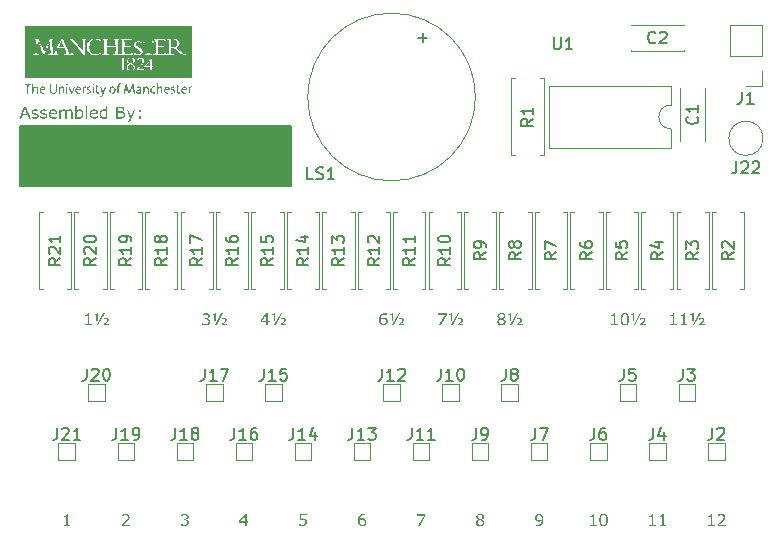
<source format=gbr>
%TF.GenerationSoftware,KiCad,Pcbnew,7.0.2-0*%
%TF.CreationDate,2023-05-23T14:09:32+01:00*%
%TF.ProjectId,pcb-stylophone,7063622d-7374-4796-9c6f-70686f6e652e,rev?*%
%TF.SameCoordinates,Original*%
%TF.FileFunction,Legend,Top*%
%TF.FilePolarity,Positive*%
%FSLAX46Y46*%
G04 Gerber Fmt 4.6, Leading zero omitted, Abs format (unit mm)*
G04 Created by KiCad (PCBNEW 7.0.2-0) date 2023-05-23 14:09:32*
%MOMM*%
%LPD*%
G01*
G04 APERTURE LIST*
%ADD10C,0.150000*%
%ADD11C,0.120000*%
G04 APERTURE END LIST*
D10*
X101000000Y-110000000D02*
X124000000Y-110000000D01*
X124000000Y-115000000D01*
X101000000Y-115000000D01*
X101000000Y-110000000D01*
G36*
X101000000Y-110000000D02*
G01*
X124000000Y-110000000D01*
X124000000Y-115000000D01*
X101000000Y-115000000D01*
X101000000Y-110000000D01*
G37*
G36*
X131959895Y-125798375D02*
G01*
X131971728Y-125798608D01*
X131982917Y-125799019D01*
X131993462Y-125799609D01*
X132003363Y-125800379D01*
X132014394Y-125801538D01*
X132017865Y-125801981D01*
X132028232Y-125803561D01*
X132038633Y-125805553D01*
X132049069Y-125807958D01*
X132059539Y-125810774D01*
X132070043Y-125814003D01*
X132073552Y-125815170D01*
X132073552Y-125954633D01*
X132066713Y-125954633D01*
X132057337Y-125949776D01*
X132047811Y-125945706D01*
X132036912Y-125941722D01*
X132026779Y-125938467D01*
X132015693Y-125935272D01*
X132008583Y-125933384D01*
X131998848Y-125931037D01*
X131989059Y-125929003D01*
X131979217Y-125927282D01*
X131969321Y-125925874D01*
X131959372Y-125924778D01*
X131949370Y-125923996D01*
X131939314Y-125923527D01*
X131929204Y-125923370D01*
X131910997Y-125923709D01*
X131893255Y-125924725D01*
X131875979Y-125926418D01*
X131859168Y-125928789D01*
X131842823Y-125931837D01*
X131826943Y-125935563D01*
X131811529Y-125939966D01*
X131796581Y-125945047D01*
X131782098Y-125950804D01*
X131768080Y-125957240D01*
X131754529Y-125964352D01*
X131741443Y-125972142D01*
X131728822Y-125980610D01*
X131716667Y-125989754D01*
X131704978Y-125999577D01*
X131693754Y-126010076D01*
X131683051Y-126021153D01*
X131672921Y-126032707D01*
X131663366Y-126044738D01*
X131654385Y-126057246D01*
X131645979Y-126070231D01*
X131638147Y-126083693D01*
X131630889Y-126097632D01*
X131624206Y-126112048D01*
X131618097Y-126126941D01*
X131612563Y-126142311D01*
X131607602Y-126158158D01*
X131603217Y-126174482D01*
X131599405Y-126191283D01*
X131596168Y-126208562D01*
X131593505Y-126226317D01*
X131591417Y-126244549D01*
X131602209Y-126238149D01*
X131612972Y-126232044D01*
X131623705Y-126226236D01*
X131634407Y-126220724D01*
X131645080Y-126215509D01*
X131655722Y-126210589D01*
X131666334Y-126205966D01*
X131676917Y-126201639D01*
X131687469Y-126197608D01*
X131697991Y-126193874D01*
X131704990Y-126191549D01*
X131715675Y-126188319D01*
X131726665Y-126185406D01*
X131737960Y-126182812D01*
X131749560Y-126180535D01*
X131761465Y-126178576D01*
X131773674Y-126176934D01*
X131786189Y-126175610D01*
X131799008Y-126174604D01*
X131812132Y-126173916D01*
X131825561Y-126173545D01*
X131834682Y-126173475D01*
X131846772Y-126173580D01*
X131858588Y-126173895D01*
X131870128Y-126174421D01*
X131881394Y-126175158D01*
X131892385Y-126176104D01*
X131903101Y-126177261D01*
X131913542Y-126178629D01*
X131923709Y-126180207D01*
X131933601Y-126181995D01*
X131943218Y-126183993D01*
X131949477Y-126185443D01*
X131961971Y-126188816D01*
X131971392Y-126191847D01*
X131980856Y-126195308D01*
X131990363Y-126199198D01*
X131999913Y-126203517D01*
X132009505Y-126208265D01*
X132019141Y-126213443D01*
X132028820Y-126219050D01*
X132038541Y-126225086D01*
X132048306Y-126231552D01*
X132051570Y-126233803D01*
X132062663Y-126241827D01*
X132073229Y-126250238D01*
X132083266Y-126259035D01*
X132092775Y-126268218D01*
X132101756Y-126277788D01*
X132110208Y-126287744D01*
X132118133Y-126298087D01*
X132125530Y-126308816D01*
X132132399Y-126319931D01*
X132138739Y-126331433D01*
X132142673Y-126339316D01*
X132148129Y-126351465D01*
X132153048Y-126364100D01*
X132157431Y-126377219D01*
X132161277Y-126390824D01*
X132164587Y-126404914D01*
X132166495Y-126414577D01*
X132168164Y-126424455D01*
X132169595Y-126434550D01*
X132170788Y-126444859D01*
X132171742Y-126455385D01*
X132172458Y-126466126D01*
X132172935Y-126477082D01*
X132173173Y-126488254D01*
X132173203Y-126493921D01*
X132172801Y-126513115D01*
X132171596Y-126531863D01*
X132169588Y-126550164D01*
X132166776Y-126568019D01*
X132163161Y-126585427D01*
X132158743Y-126602388D01*
X132153521Y-126618903D01*
X132147496Y-126634972D01*
X132140668Y-126650594D01*
X132133037Y-126665769D01*
X132124602Y-126680498D01*
X132115363Y-126694781D01*
X132105322Y-126708617D01*
X132094477Y-126722006D01*
X132082828Y-126734949D01*
X132070377Y-126747445D01*
X132057372Y-126759335D01*
X132044002Y-126770458D01*
X132030268Y-126780813D01*
X132016170Y-126790402D01*
X132001707Y-126799223D01*
X131986880Y-126807277D01*
X131971688Y-126814564D01*
X131956132Y-126821085D01*
X131940212Y-126826838D01*
X131923926Y-126831824D01*
X131907277Y-126836043D01*
X131890263Y-126839494D01*
X131872885Y-126842179D01*
X131855142Y-126844097D01*
X131837034Y-126845248D01*
X131818562Y-126845631D01*
X131804532Y-126845429D01*
X131790742Y-126844824D01*
X131777192Y-126843815D01*
X131763883Y-126842402D01*
X131750814Y-126840586D01*
X131737985Y-126838367D01*
X131725397Y-126835744D01*
X131713050Y-126832717D01*
X131700942Y-126829286D01*
X131689076Y-126825452D01*
X131681298Y-126822672D01*
X131669838Y-126818170D01*
X131658632Y-126813273D01*
X131647679Y-126807980D01*
X131636979Y-126802293D01*
X131626533Y-126796211D01*
X131616340Y-126789734D01*
X131606400Y-126782862D01*
X131596714Y-126775594D01*
X131587280Y-126767932D01*
X131578101Y-126759875D01*
X131572121Y-126754284D01*
X131564839Y-126747120D01*
X131557768Y-126739672D01*
X131550909Y-126731939D01*
X131544262Y-126723922D01*
X131537827Y-126715620D01*
X131531604Y-126707035D01*
X131525592Y-126698165D01*
X131519792Y-126689010D01*
X131514204Y-126679572D01*
X131508828Y-126669849D01*
X131503664Y-126659841D01*
X131498711Y-126649550D01*
X131493970Y-126638974D01*
X131489441Y-126628114D01*
X131485124Y-126616969D01*
X131481019Y-126605540D01*
X131477144Y-126593792D01*
X131473520Y-126581750D01*
X131470145Y-126569413D01*
X131467021Y-126556783D01*
X131464146Y-126543859D01*
X131461521Y-126530642D01*
X131459147Y-126517130D01*
X131457022Y-126503325D01*
X131455147Y-126489225D01*
X131453522Y-126474832D01*
X131452148Y-126460145D01*
X131451023Y-126445164D01*
X131450148Y-126429890D01*
X131449523Y-126414321D01*
X131449297Y-126404773D01*
X131587753Y-126404773D01*
X131587840Y-126418241D01*
X131588100Y-126431353D01*
X131588534Y-126444108D01*
X131589142Y-126456506D01*
X131589923Y-126468548D01*
X131590878Y-126480232D01*
X131592007Y-126491560D01*
X131593309Y-126502531D01*
X131594785Y-126513145D01*
X131596435Y-126523402D01*
X131598258Y-126533303D01*
X131601319Y-126547484D01*
X131604770Y-126560863D01*
X131608612Y-126573439D01*
X131609979Y-126577452D01*
X131614338Y-126589079D01*
X131618989Y-126600239D01*
X131623932Y-126610930D01*
X131629167Y-126621153D01*
X131634694Y-126630908D01*
X131640513Y-126640195D01*
X131646624Y-126649014D01*
X131653027Y-126657366D01*
X131659722Y-126665249D01*
X131666708Y-126672664D01*
X131671528Y-126677348D01*
X131679542Y-126684725D01*
X131687709Y-126691590D01*
X131696029Y-126697944D01*
X131704501Y-126703787D01*
X131713126Y-126709118D01*
X131721903Y-126713938D01*
X131730833Y-126718247D01*
X131739916Y-126722044D01*
X131749236Y-126725364D01*
X131758753Y-126728242D01*
X131768470Y-126730677D01*
X131778384Y-126732669D01*
X131788498Y-126734218D01*
X131798809Y-126735325D01*
X131809319Y-126735989D01*
X131820028Y-126736210D01*
X131832317Y-126735971D01*
X131844273Y-126735252D01*
X131855894Y-126734055D01*
X131867182Y-126732379D01*
X131878136Y-126730223D01*
X131888756Y-126727589D01*
X131899041Y-126724476D01*
X131908993Y-126720884D01*
X131918611Y-126716813D01*
X131927895Y-126712263D01*
X131936846Y-126707234D01*
X131945462Y-126701726D01*
X131953744Y-126695739D01*
X131961693Y-126689274D01*
X131969307Y-126682329D01*
X131976588Y-126674905D01*
X131983508Y-126667033D01*
X131989983Y-126658743D01*
X131996011Y-126650035D01*
X132001592Y-126640910D01*
X132006727Y-126631366D01*
X132011415Y-126621405D01*
X132015657Y-126611025D01*
X132019452Y-126600228D01*
X132022801Y-126589013D01*
X132025703Y-126577380D01*
X132028159Y-126565329D01*
X132030168Y-126552860D01*
X132031731Y-126539974D01*
X132032847Y-126526669D01*
X132033517Y-126512947D01*
X132033740Y-126498806D01*
X132033573Y-126486955D01*
X132033071Y-126475491D01*
X132032233Y-126464412D01*
X132031061Y-126453720D01*
X132029554Y-126443415D01*
X132027713Y-126433496D01*
X132025536Y-126423963D01*
X132022113Y-126411854D01*
X132018094Y-126400432D01*
X132014689Y-126392316D01*
X132009606Y-126381925D01*
X132003760Y-126371876D01*
X131997150Y-126362171D01*
X131989777Y-126352810D01*
X131981640Y-126343792D01*
X131972741Y-126335118D01*
X131963078Y-126326787D01*
X131955330Y-126320764D01*
X131952652Y-126318799D01*
X131942633Y-126312300D01*
X131932268Y-126306539D01*
X131921557Y-126301519D01*
X131910501Y-126297237D01*
X131899098Y-126293695D01*
X131887350Y-126290893D01*
X131882554Y-126289979D01*
X131872910Y-126288318D01*
X131863152Y-126286880D01*
X131853279Y-126285662D01*
X131843292Y-126284666D01*
X131833190Y-126283892D01*
X131822974Y-126283338D01*
X131812643Y-126283006D01*
X131802198Y-126282896D01*
X131791326Y-126283018D01*
X131780600Y-126283385D01*
X131770020Y-126283997D01*
X131759585Y-126284853D01*
X131749297Y-126285955D01*
X131739155Y-126287300D01*
X131729159Y-126288891D01*
X131719308Y-126290727D01*
X131709604Y-126292807D01*
X131700045Y-126295132D01*
X131693754Y-126296817D01*
X131684340Y-126299517D01*
X131674875Y-126302487D01*
X131665358Y-126305728D01*
X131655790Y-126309239D01*
X131646170Y-126313021D01*
X131636498Y-126317073D01*
X131626775Y-126321396D01*
X131617001Y-126325989D01*
X131607175Y-126330853D01*
X131597297Y-126335987D01*
X131590684Y-126339560D01*
X131589763Y-126349994D01*
X131589015Y-126360140D01*
X131588486Y-126369113D01*
X131588068Y-126379718D01*
X131587856Y-126389683D01*
X131587764Y-126399514D01*
X131587753Y-126404773D01*
X131449297Y-126404773D01*
X131449148Y-126398459D01*
X131449023Y-126382302D01*
X131449137Y-126365660D01*
X131449477Y-126349257D01*
X131450045Y-126333092D01*
X131450840Y-126317166D01*
X131451861Y-126301478D01*
X131453110Y-126286029D01*
X131454586Y-126270818D01*
X131456289Y-126255846D01*
X131458219Y-126241112D01*
X131460376Y-126226617D01*
X131462761Y-126212360D01*
X131465372Y-126198342D01*
X131468210Y-126184562D01*
X131471276Y-126171021D01*
X131474568Y-126157718D01*
X131478088Y-126144654D01*
X131481887Y-126131800D01*
X131485957Y-126119127D01*
X131490298Y-126106635D01*
X131494910Y-126094325D01*
X131499793Y-126082196D01*
X131504947Y-126070248D01*
X131510372Y-126058481D01*
X131516068Y-126046896D01*
X131522034Y-126035492D01*
X131528272Y-126024269D01*
X131534781Y-126013228D01*
X131541561Y-126002367D01*
X131548611Y-125991688D01*
X131555933Y-125981191D01*
X131563525Y-125970874D01*
X131571389Y-125960739D01*
X131579067Y-125951314D01*
X131587020Y-125942150D01*
X131595248Y-125933248D01*
X131603751Y-125924607D01*
X131612528Y-125916227D01*
X131621581Y-125908109D01*
X131630908Y-125900252D01*
X131640509Y-125892657D01*
X131650386Y-125885323D01*
X131660537Y-125878250D01*
X131670963Y-125871439D01*
X131681664Y-125864889D01*
X131692640Y-125858601D01*
X131703890Y-125852574D01*
X131715416Y-125846809D01*
X131727216Y-125841304D01*
X131739277Y-125836099D01*
X131751586Y-125831229D01*
X131764144Y-125826696D01*
X131776950Y-125822498D01*
X131790003Y-125818636D01*
X131803305Y-125815109D01*
X131816855Y-125811919D01*
X131830652Y-125809064D01*
X131844698Y-125806546D01*
X131858992Y-125804363D01*
X131873534Y-125802516D01*
X131888324Y-125801004D01*
X131903362Y-125799829D01*
X131918649Y-125798989D01*
X131934183Y-125798486D01*
X131949965Y-125798318D01*
X131959895Y-125798375D01*
G37*
G36*
X132619435Y-126439211D02*
G01*
X132506106Y-126439211D01*
X132506106Y-125985896D01*
X132362491Y-125985896D01*
X132362491Y-125907739D01*
X132375398Y-125907599D01*
X132387833Y-125907180D01*
X132399796Y-125906483D01*
X132411286Y-125905506D01*
X132422305Y-125904250D01*
X132432850Y-125902715D01*
X132442924Y-125900901D01*
X132452525Y-125898808D01*
X132464592Y-125895584D01*
X132475820Y-125891863D01*
X132486105Y-125887172D01*
X132495222Y-125881040D01*
X132503171Y-125873464D01*
X132509953Y-125864446D01*
X132515567Y-125853986D01*
X132520013Y-125842083D01*
X132522581Y-125832209D01*
X132524492Y-125821524D01*
X132525401Y-125813949D01*
X132619435Y-125813949D01*
X132619435Y-126439211D01*
G37*
G36*
X133213678Y-125813949D02*
G01*
X132677809Y-126830000D01*
X132564480Y-126830000D01*
X133100349Y-125813949D01*
X133213678Y-125813949D01*
G37*
G36*
X133587858Y-126830000D02*
G01*
X133115248Y-126830000D01*
X133115248Y-126730104D01*
X133126825Y-126721277D01*
X133138111Y-126712656D01*
X133149105Y-126704241D01*
X133159807Y-126696032D01*
X133170217Y-126688030D01*
X133180335Y-126680233D01*
X133190161Y-126672642D01*
X133199695Y-126665258D01*
X133208937Y-126658079D01*
X133217887Y-126651107D01*
X133223692Y-126646573D01*
X133232175Y-126639933D01*
X133240315Y-126633478D01*
X133248112Y-126627208D01*
X133257973Y-126619135D01*
X133267224Y-126611390D01*
X133275864Y-126603973D01*
X133283894Y-126596884D01*
X133291312Y-126590123D01*
X133296476Y-126585268D01*
X133305642Y-126576515D01*
X133314393Y-126568022D01*
X133322731Y-126559792D01*
X133330655Y-126551822D01*
X133338164Y-126544114D01*
X133345260Y-126536668D01*
X133351941Y-126529483D01*
X133361187Y-126519195D01*
X133369501Y-126509496D01*
X133376883Y-126500384D01*
X133383334Y-126491861D01*
X133390486Y-126481412D01*
X133393440Y-126476580D01*
X133398592Y-126466879D01*
X133403057Y-126456583D01*
X133406835Y-126445691D01*
X133409927Y-126434204D01*
X133412331Y-126422122D01*
X133414048Y-126409444D01*
X133414885Y-126399545D01*
X133415336Y-126389311D01*
X133415422Y-126382302D01*
X133414949Y-126370571D01*
X133413529Y-126359557D01*
X133411163Y-126349261D01*
X133407851Y-126339682D01*
X133403592Y-126330821D01*
X133396937Y-126320753D01*
X133388804Y-126311806D01*
X133385136Y-126308541D01*
X133377225Y-126302530D01*
X133368634Y-126297321D01*
X133359365Y-126292913D01*
X133349416Y-126289307D01*
X133338787Y-126286502D01*
X133327479Y-126284498D01*
X133315492Y-126283296D01*
X133302826Y-126282896D01*
X133290782Y-126283296D01*
X133278707Y-126284498D01*
X133266602Y-126286502D01*
X133254466Y-126289307D01*
X133242300Y-126292913D01*
X133230103Y-126297321D01*
X133220935Y-126301153D01*
X133211750Y-126305436D01*
X133205618Y-126308541D01*
X133196595Y-126313319D01*
X133187938Y-126318127D01*
X133176962Y-126324584D01*
X133166635Y-126331094D01*
X133156957Y-126337658D01*
X133147928Y-126344276D01*
X133139547Y-126350947D01*
X133131815Y-126357671D01*
X133128193Y-126361053D01*
X133117934Y-126361053D01*
X133117934Y-126232826D01*
X133129219Y-126228113D01*
X133140725Y-126223621D01*
X133152453Y-126219350D01*
X133164402Y-126215301D01*
X133176572Y-126211474D01*
X133188963Y-126207867D01*
X133198402Y-126205308D01*
X133207966Y-126202873D01*
X133214410Y-126201318D01*
X133224171Y-126199136D01*
X133233945Y-126197168D01*
X133243732Y-126195415D01*
X133253531Y-126193877D01*
X133263344Y-126192553D01*
X133273169Y-126191444D01*
X133283007Y-126190549D01*
X133292858Y-126189870D01*
X133302722Y-126189404D01*
X133312599Y-126189154D01*
X133319190Y-126189106D01*
X133332489Y-126189316D01*
X133345397Y-126189946D01*
X133357913Y-126190995D01*
X133370039Y-126192465D01*
X133381773Y-126194354D01*
X133393116Y-126196663D01*
X133404068Y-126199391D01*
X133414628Y-126202540D01*
X133424798Y-126206108D01*
X133434576Y-126210096D01*
X133443963Y-126214504D01*
X133452959Y-126219331D01*
X133461564Y-126224579D01*
X133469778Y-126230246D01*
X133477600Y-126236333D01*
X133485031Y-126242840D01*
X133492071Y-126249670D01*
X133501778Y-126260341D01*
X133510463Y-126271523D01*
X133518127Y-126283216D01*
X133524769Y-126295420D01*
X133530389Y-126308134D01*
X133534987Y-126321360D01*
X133538563Y-126335096D01*
X133541118Y-126349344D01*
X133542253Y-126359126D01*
X133542934Y-126369135D01*
X133543161Y-126379371D01*
X133542914Y-126391119D01*
X133542174Y-126402638D01*
X133540939Y-126413931D01*
X133539211Y-126424995D01*
X133536990Y-126435832D01*
X133534274Y-126446442D01*
X133531065Y-126456824D01*
X133527362Y-126466978D01*
X133523165Y-126476905D01*
X133518475Y-126486605D01*
X133515073Y-126492944D01*
X133509414Y-126502496D01*
X133502969Y-126512284D01*
X133495738Y-126522309D01*
X133487722Y-126532569D01*
X133478920Y-126543065D01*
X133469332Y-126553798D01*
X133462504Y-126561084D01*
X133455326Y-126568476D01*
X133447800Y-126575972D01*
X133439924Y-126583573D01*
X133431699Y-126591279D01*
X133423124Y-126599090D01*
X133414201Y-126607006D01*
X133405546Y-126614440D01*
X133396432Y-126622088D01*
X133386861Y-126629949D01*
X133376832Y-126638025D01*
X133369009Y-126644221D01*
X133360929Y-126650538D01*
X133352592Y-126656975D01*
X133343996Y-126663533D01*
X133335144Y-126670210D01*
X133332135Y-126672463D01*
X133323160Y-126679124D01*
X133314370Y-126685643D01*
X133305764Y-126692021D01*
X133297342Y-126698257D01*
X133289105Y-126704352D01*
X133281053Y-126710304D01*
X133273186Y-126716115D01*
X133262983Y-126723643D01*
X133253108Y-126730919D01*
X133245918Y-126736210D01*
X133587858Y-126736210D01*
X133587858Y-126830000D01*
G37*
G36*
X154854676Y-143830000D02*
G01*
X154300977Y-143830000D01*
X154300977Y-143720579D01*
X154513957Y-143720579D01*
X154513957Y-143048422D01*
X154300977Y-143048422D01*
X154300977Y-142954633D01*
X154311881Y-142954522D01*
X154322975Y-142954190D01*
X154334259Y-142953637D01*
X154345735Y-142952862D01*
X154357401Y-142951866D01*
X154369259Y-142950649D01*
X154381307Y-142949210D01*
X154393545Y-142947550D01*
X154405563Y-142945676D01*
X154416825Y-142943596D01*
X154427331Y-142941310D01*
X154437082Y-142938818D01*
X154448207Y-142935414D01*
X154458152Y-142931687D01*
X154468528Y-142926789D01*
X154478116Y-142921302D01*
X154487037Y-142915374D01*
X154495290Y-142909004D01*
X154502875Y-142902193D01*
X154509792Y-142894941D01*
X154516041Y-142887248D01*
X154518354Y-142884047D01*
X154523696Y-142875445D01*
X154528276Y-142865972D01*
X154532092Y-142855629D01*
X154535145Y-142844415D01*
X154537038Y-142834817D01*
X154538443Y-142824662D01*
X154539358Y-142813949D01*
X154645848Y-142813949D01*
X154645848Y-143720579D01*
X154854676Y-143720579D01*
X154854676Y-143830000D01*
G37*
G36*
X155744697Y-143830000D02*
G01*
X155190998Y-143830000D01*
X155190998Y-143720579D01*
X155403978Y-143720579D01*
X155403978Y-143048422D01*
X155190998Y-143048422D01*
X155190998Y-142954633D01*
X155201901Y-142954522D01*
X155212995Y-142954190D01*
X155224280Y-142953637D01*
X155235756Y-142952862D01*
X155247422Y-142951866D01*
X155259279Y-142950649D01*
X155271328Y-142949210D01*
X155283566Y-142947550D01*
X155295584Y-142945676D01*
X155306846Y-142943596D01*
X155317352Y-142941310D01*
X155327103Y-142938818D01*
X155338228Y-142935414D01*
X155348173Y-142931687D01*
X155358549Y-142926789D01*
X155368137Y-142921302D01*
X155377058Y-142915374D01*
X155385311Y-142909004D01*
X155392896Y-142902193D01*
X155399813Y-142894941D01*
X155406062Y-142887248D01*
X155408374Y-142884047D01*
X155413717Y-142875445D01*
X155418297Y-142865972D01*
X155422113Y-142855629D01*
X155425166Y-142844415D01*
X155427059Y-142834817D01*
X155428463Y-142824662D01*
X155429379Y-142813949D01*
X155535869Y-142813949D01*
X155535869Y-143720579D01*
X155744697Y-143720579D01*
X155744697Y-143830000D01*
G37*
G36*
X140021099Y-142798599D02*
G01*
X140039518Y-142799444D01*
X140057453Y-142800851D01*
X140074906Y-142802821D01*
X140091876Y-142805354D01*
X140108364Y-142808450D01*
X140124368Y-142812109D01*
X140139890Y-142816331D01*
X140154929Y-142821115D01*
X140169485Y-142826463D01*
X140183559Y-142832373D01*
X140197150Y-142838847D01*
X140210258Y-142845883D01*
X140222883Y-142853482D01*
X140235026Y-142861644D01*
X140246685Y-142870369D01*
X140257747Y-142879499D01*
X140268095Y-142888936D01*
X140277729Y-142898680D01*
X140286649Y-142908731D01*
X140294856Y-142919089D01*
X140302350Y-142929755D01*
X140309129Y-142940728D01*
X140315195Y-142952008D01*
X140320548Y-142963595D01*
X140325186Y-142975489D01*
X140329111Y-142987691D01*
X140332323Y-143000200D01*
X140334821Y-143013016D01*
X140336605Y-143026139D01*
X140337675Y-143039570D01*
X140338032Y-143053307D01*
X140337652Y-143066019D01*
X140336512Y-143078692D01*
X140334612Y-143091327D01*
X140331953Y-143103923D01*
X140328533Y-143116480D01*
X140324354Y-143128999D01*
X140319414Y-143141479D01*
X140313715Y-143153920D01*
X140307255Y-143166323D01*
X140300036Y-143178687D01*
X140294801Y-143186908D01*
X140289239Y-143194979D01*
X140283360Y-143202826D01*
X140277164Y-143210450D01*
X140270652Y-143217851D01*
X140263822Y-143225028D01*
X140256676Y-143231982D01*
X140249214Y-143238713D01*
X140241434Y-143245221D01*
X140233338Y-143251506D01*
X140224925Y-143257567D01*
X140216195Y-143263405D01*
X140207148Y-143269019D01*
X140197785Y-143274411D01*
X140188105Y-143279579D01*
X140178108Y-143284524D01*
X140167795Y-143289246D01*
X140167795Y-143293398D01*
X140179646Y-143298510D01*
X140191143Y-143303771D01*
X140202285Y-143309180D01*
X140213071Y-143314739D01*
X140223503Y-143320446D01*
X140233580Y-143326302D01*
X140243302Y-143332307D01*
X140252669Y-143338461D01*
X140261681Y-143344763D01*
X140270339Y-143351215D01*
X140278641Y-143357815D01*
X140286588Y-143364564D01*
X140294181Y-143371462D01*
X140301419Y-143378509D01*
X140308301Y-143385705D01*
X140314829Y-143393049D01*
X140323908Y-143404415D01*
X140332094Y-143416348D01*
X140339387Y-143428847D01*
X140345787Y-143441913D01*
X140349557Y-143450938D01*
X140352931Y-143460216D01*
X140355908Y-143469745D01*
X140358487Y-143479526D01*
X140360670Y-143489559D01*
X140362456Y-143499844D01*
X140363845Y-143510381D01*
X140364838Y-143521170D01*
X140365433Y-143532210D01*
X140365632Y-143543503D01*
X140365227Y-143559574D01*
X140364013Y-143575304D01*
X140361991Y-143590692D01*
X140359159Y-143605739D01*
X140355518Y-143620444D01*
X140351069Y-143634807D01*
X140345810Y-143648830D01*
X140339742Y-143662510D01*
X140332865Y-143675849D01*
X140325179Y-143688846D01*
X140316684Y-143701502D01*
X140307380Y-143713816D01*
X140297266Y-143725789D01*
X140286344Y-143737420D01*
X140274613Y-143748710D01*
X140262073Y-143759658D01*
X140248950Y-143770068D01*
X140235412Y-143779808D01*
X140221458Y-143788875D01*
X140207087Y-143797271D01*
X140192301Y-143804995D01*
X140177099Y-143812048D01*
X140161481Y-143818428D01*
X140145447Y-143824138D01*
X140128996Y-143829175D01*
X140112130Y-143833541D01*
X140094848Y-143837235D01*
X140077150Y-143840258D01*
X140059036Y-143842609D01*
X140040506Y-143844288D01*
X140021560Y-143845295D01*
X140002198Y-143845631D01*
X139991869Y-143845549D01*
X139981671Y-143845303D01*
X139971606Y-143844893D01*
X139961673Y-143844318D01*
X139951872Y-143843580D01*
X139932666Y-143841611D01*
X139913990Y-143838985D01*
X139895841Y-143835703D01*
X139878221Y-143831765D01*
X139861130Y-143827170D01*
X139844567Y-143821918D01*
X139828533Y-143816011D01*
X139813028Y-143809447D01*
X139798050Y-143802226D01*
X139783602Y-143794350D01*
X139769682Y-143785816D01*
X139756291Y-143776627D01*
X139743428Y-143766781D01*
X139737195Y-143761612D01*
X139725275Y-143750895D01*
X139714125Y-143739813D01*
X139703744Y-143728364D01*
X139694132Y-143716549D01*
X139685288Y-143704367D01*
X139677214Y-143691819D01*
X139669909Y-143678905D01*
X139663372Y-143665624D01*
X139657605Y-143651977D01*
X139652606Y-143637964D01*
X139648377Y-143623584D01*
X139644917Y-143608838D01*
X139642225Y-143593725D01*
X139640303Y-143578246D01*
X139639149Y-143562401D01*
X139638765Y-143546189D01*
X139638958Y-143535840D01*
X139639201Y-143531535D01*
X139777495Y-143531535D01*
X139777744Y-143542527D01*
X139778491Y-143553276D01*
X139779736Y-143563783D01*
X139781479Y-143574048D01*
X139783720Y-143584071D01*
X139786459Y-143593851D01*
X139789696Y-143603389D01*
X139793432Y-143612684D01*
X139797665Y-143621738D01*
X139802396Y-143630549D01*
X139807625Y-143639117D01*
X139813353Y-143647443D01*
X139819578Y-143655527D01*
X139826301Y-143663369D01*
X139833523Y-143670968D01*
X139841242Y-143678325D01*
X139849375Y-143685334D01*
X139857774Y-143691892D01*
X139866441Y-143697997D01*
X139875375Y-143703650D01*
X139884576Y-143708850D01*
X139894044Y-143713599D01*
X139903780Y-143717895D01*
X139913782Y-143721739D01*
X139924052Y-143725131D01*
X139934589Y-143728070D01*
X139945393Y-143730557D01*
X139956464Y-143732592D01*
X139967802Y-143734175D01*
X139979407Y-143735306D01*
X139991280Y-143735984D01*
X140003419Y-143736210D01*
X140015810Y-143736018D01*
X140027886Y-143735439D01*
X140039646Y-143734476D01*
X140051093Y-143733127D01*
X140062224Y-143731392D01*
X140073040Y-143729272D01*
X140083542Y-143726767D01*
X140093728Y-143723876D01*
X140103600Y-143720600D01*
X140113157Y-143716938D01*
X140122399Y-143712891D01*
X140131326Y-143708458D01*
X140139939Y-143703640D01*
X140148236Y-143698437D01*
X140160092Y-143689909D01*
X140163887Y-143686873D01*
X140174625Y-143677298D01*
X140184306Y-143667075D01*
X140192931Y-143656204D01*
X140200500Y-143644684D01*
X140207013Y-143632516D01*
X140212470Y-143619700D01*
X140216871Y-143606235D01*
X140220215Y-143592122D01*
X140221858Y-143582353D01*
X140223032Y-143572297D01*
X140223736Y-143561952D01*
X140223971Y-143551318D01*
X140223726Y-143540174D01*
X140222992Y-143529454D01*
X140221768Y-143519159D01*
X140220055Y-143509290D01*
X140217010Y-143496791D01*
X140213094Y-143485048D01*
X140208309Y-143474061D01*
X140202653Y-143463830D01*
X140196127Y-143454354D01*
X140188338Y-143445191D01*
X140178893Y-143436021D01*
X140170722Y-143429138D01*
X140161619Y-143422250D01*
X140151585Y-143415359D01*
X140140619Y-143408463D01*
X140128721Y-143401563D01*
X140115892Y-143394659D01*
X140106822Y-143390053D01*
X140097337Y-143385446D01*
X140087439Y-143380837D01*
X140077138Y-143376381D01*
X140066540Y-143372021D01*
X140055643Y-143367757D01*
X140044448Y-143363587D01*
X140032955Y-143359513D01*
X140023546Y-143356323D01*
X140016364Y-143353970D01*
X140006381Y-143350700D01*
X139995604Y-143347116D01*
X139984033Y-143343220D01*
X139971668Y-143339010D01*
X139961873Y-143335648D01*
X139951632Y-143332110D01*
X139940945Y-143328395D01*
X139929811Y-143324505D01*
X139918230Y-143320438D01*
X139914271Y-143319043D01*
X139902897Y-143325292D01*
X139891948Y-143331949D01*
X139881425Y-143339014D01*
X139871326Y-143346486D01*
X139861652Y-143354367D01*
X139852404Y-143362655D01*
X139843580Y-143371351D01*
X139835182Y-143380455D01*
X139827208Y-143389967D01*
X139819660Y-143399887D01*
X139814864Y-143406727D01*
X139808186Y-143417203D01*
X139802164Y-143427933D01*
X139796800Y-143438916D01*
X139792092Y-143450152D01*
X139788041Y-143461642D01*
X139784647Y-143473385D01*
X139781910Y-143485381D01*
X139779830Y-143497631D01*
X139778407Y-143510134D01*
X139777641Y-143522890D01*
X139777495Y-143531535D01*
X139639201Y-143531535D01*
X139639536Y-143525612D01*
X139640499Y-143515506D01*
X139641848Y-143505523D01*
X139643583Y-143495662D01*
X139645703Y-143485922D01*
X139648208Y-143476305D01*
X139651099Y-143466810D01*
X139654375Y-143457438D01*
X139658037Y-143448187D01*
X139662084Y-143439058D01*
X139666517Y-143430052D01*
X139671335Y-143421168D01*
X139676538Y-143412405D01*
X139682127Y-143403765D01*
X139688102Y-143395247D01*
X139694458Y-143386900D01*
X139701131Y-143378772D01*
X139708120Y-143370864D01*
X139715427Y-143363175D01*
X139723050Y-143355706D01*
X139730989Y-143348456D01*
X139739246Y-143341425D01*
X139747819Y-143334614D01*
X139756709Y-143328022D01*
X139765916Y-143321650D01*
X139775440Y-143315497D01*
X139785280Y-143309564D01*
X139795437Y-143303850D01*
X139805911Y-143298355D01*
X139816701Y-143293080D01*
X139827809Y-143288025D01*
X139827809Y-143283872D01*
X139817657Y-143278468D01*
X139807842Y-143273000D01*
X139798362Y-143267469D01*
X139789218Y-143261875D01*
X139780410Y-143256219D01*
X139771938Y-143250499D01*
X139763802Y-143244716D01*
X139752227Y-143235924D01*
X139741408Y-143226991D01*
X139731344Y-143217915D01*
X139722036Y-143208698D01*
X139713484Y-143199339D01*
X139705687Y-143189839D01*
X139698660Y-143179999D01*
X139692324Y-143169712D01*
X139686679Y-143158979D01*
X139681725Y-143147799D01*
X139677462Y-143136172D01*
X139673891Y-143124100D01*
X139671011Y-143111580D01*
X139668822Y-143098614D01*
X139667324Y-143085202D01*
X139666518Y-143071343D01*
X139666364Y-143061856D01*
X139666734Y-143047898D01*
X139667088Y-143043538D01*
X139804361Y-143043538D01*
X139804797Y-143055605D01*
X139806102Y-143067260D01*
X139808277Y-143078502D01*
X139811322Y-143089333D01*
X139815238Y-143099752D01*
X139820024Y-143109758D01*
X139825679Y-143119352D01*
X139832205Y-143128534D01*
X139839609Y-143137331D01*
X139847898Y-143145891D01*
X139857072Y-143154214D01*
X139867132Y-143162301D01*
X139875258Y-143168210D01*
X139883882Y-143173987D01*
X139893003Y-143179631D01*
X139902623Y-143185141D01*
X139912741Y-143190519D01*
X139916225Y-143192281D01*
X139926532Y-143197127D01*
X139936314Y-143201572D01*
X139947182Y-143206386D01*
X139956658Y-143210504D01*
X139966829Y-143214859D01*
X139977694Y-143219450D01*
X139989253Y-143224277D01*
X140001183Y-143229116D01*
X140013036Y-143233742D01*
X140024814Y-143238153D01*
X140036514Y-143242351D01*
X140048139Y-143246335D01*
X140059687Y-143250106D01*
X140071159Y-143253663D01*
X140082554Y-143257006D01*
X140090878Y-143251375D01*
X140098876Y-143245717D01*
X140110262Y-143237181D01*
X140120913Y-143228584D01*
X140130829Y-143219927D01*
X140140012Y-143211210D01*
X140148461Y-143202433D01*
X140156175Y-143193596D01*
X140163155Y-143184699D01*
X140169401Y-143175742D01*
X140174913Y-143166724D01*
X140176588Y-143163705D01*
X140181258Y-143154461D01*
X140185469Y-143144955D01*
X140189221Y-143135187D01*
X140192513Y-143125157D01*
X140195346Y-143114865D01*
X140197719Y-143104311D01*
X140199633Y-143093495D01*
X140201088Y-143082418D01*
X140202083Y-143071079D01*
X140202619Y-143059477D01*
X140202722Y-143051598D01*
X140202224Y-143038210D01*
X140200729Y-143025342D01*
X140198239Y-143012994D01*
X140194753Y-143001165D01*
X140190271Y-142989856D01*
X140184793Y-142979066D01*
X140178318Y-142968796D01*
X140170848Y-142959045D01*
X140162381Y-142949813D01*
X140152919Y-142941102D01*
X140146057Y-142935582D01*
X140135158Y-142927813D01*
X140123709Y-142920807D01*
X140111711Y-142914566D01*
X140099163Y-142909089D01*
X140086065Y-142904377D01*
X140072418Y-142900428D01*
X140058221Y-142897244D01*
X140048452Y-142895546D01*
X140038438Y-142894187D01*
X140028179Y-142893168D01*
X140017677Y-142892489D01*
X140006930Y-142892149D01*
X140001465Y-142892107D01*
X139990779Y-142892267D01*
X139980335Y-142892748D01*
X139970133Y-142893550D01*
X139960173Y-142894672D01*
X139950456Y-142896114D01*
X139936334Y-142898879D01*
X139922758Y-142902365D01*
X139909727Y-142906573D01*
X139897241Y-142911501D01*
X139885301Y-142917151D01*
X139873906Y-142923523D01*
X139863056Y-142930615D01*
X139859560Y-142933140D01*
X139849696Y-142941041D01*
X139840801Y-142949449D01*
X139832877Y-142958363D01*
X139825924Y-142967784D01*
X139819940Y-142977712D01*
X139814927Y-142988146D01*
X139810884Y-142999087D01*
X139807811Y-143010534D01*
X139805709Y-143022488D01*
X139804577Y-143034949D01*
X139804361Y-143043538D01*
X139667088Y-143043538D01*
X139667845Y-143034233D01*
X139669696Y-143020863D01*
X139672287Y-143007786D01*
X139675619Y-142995004D01*
X139679691Y-142982515D01*
X139684503Y-142970320D01*
X139690056Y-142958419D01*
X139696349Y-142946812D01*
X139703382Y-142935498D01*
X139711156Y-142924479D01*
X139719670Y-142913753D01*
X139728925Y-142903321D01*
X139738920Y-142893183D01*
X139749655Y-142883339D01*
X139761130Y-142873789D01*
X139773178Y-142864650D01*
X139785627Y-142856100D01*
X139798480Y-142848140D01*
X139811735Y-142840770D01*
X139825392Y-142833990D01*
X139839452Y-142827799D01*
X139853915Y-142822197D01*
X139868780Y-142817185D01*
X139884049Y-142812763D01*
X139899719Y-142808931D01*
X139915792Y-142805688D01*
X139932268Y-142803035D01*
X139949147Y-142800971D01*
X139966428Y-142799497D01*
X139984112Y-142798613D01*
X140002198Y-142798318D01*
X140021099Y-142798599D01*
G37*
G36*
X115268179Y-143337117D02*
G01*
X115276239Y-143344678D01*
X115283932Y-143352703D01*
X115291260Y-143361194D01*
X115298220Y-143370151D01*
X115304815Y-143379574D01*
X115311043Y-143389462D01*
X115316905Y-143399815D01*
X115322401Y-143410635D01*
X115327381Y-143422087D01*
X115331697Y-143434341D01*
X115334498Y-143444058D01*
X115336926Y-143454225D01*
X115338981Y-143464843D01*
X115340661Y-143475912D01*
X115341969Y-143487432D01*
X115342903Y-143499402D01*
X115343463Y-143511824D01*
X115343650Y-143524696D01*
X115343426Y-143537601D01*
X115342757Y-143550304D01*
X115341640Y-143562806D01*
X115340078Y-143575105D01*
X115338068Y-143587203D01*
X115335613Y-143599099D01*
X115332710Y-143610794D01*
X115329361Y-143622286D01*
X115325566Y-143633577D01*
X115321324Y-143644666D01*
X115318248Y-143651946D01*
X115313303Y-143662625D01*
X115307993Y-143673047D01*
X115302318Y-143683211D01*
X115296278Y-143693117D01*
X115289873Y-143702765D01*
X115283103Y-143712156D01*
X115275968Y-143721289D01*
X115268469Y-143730165D01*
X115260604Y-143738783D01*
X115252374Y-143747144D01*
X115246685Y-143752575D01*
X115236905Y-143761286D01*
X115226799Y-143769559D01*
X115216366Y-143777394D01*
X115205607Y-143784792D01*
X115194521Y-143791751D01*
X115183110Y-143798273D01*
X115171372Y-143804356D01*
X115159307Y-143810002D01*
X115146917Y-143815210D01*
X115134200Y-143819980D01*
X115125541Y-143822916D01*
X115112369Y-143826976D01*
X115098956Y-143830636D01*
X115085304Y-143833897D01*
X115071410Y-143836758D01*
X115057277Y-143839220D01*
X115042903Y-143841283D01*
X115033186Y-143842437D01*
X115023363Y-143843413D01*
X115013433Y-143844211D01*
X115003396Y-143844832D01*
X114993253Y-143845276D01*
X114983002Y-143845542D01*
X114972645Y-143845631D01*
X114962030Y-143845554D01*
X114951434Y-143845322D01*
X114940857Y-143844936D01*
X114930299Y-143844395D01*
X114919760Y-143843699D01*
X114909241Y-143842849D01*
X114898740Y-143841844D01*
X114888259Y-143840685D01*
X114877796Y-143839371D01*
X114867353Y-143837903D01*
X114856929Y-143836280D01*
X114846524Y-143834503D01*
X114836138Y-143832571D01*
X114825771Y-143830484D01*
X114815423Y-143828243D01*
X114805094Y-143825847D01*
X114794920Y-143823360D01*
X114784975Y-143820844D01*
X114775258Y-143818300D01*
X114765771Y-143815727D01*
X114751969Y-143811813D01*
X114738683Y-143807835D01*
X114725912Y-143803793D01*
X114713656Y-143799687D01*
X114701915Y-143795516D01*
X114690689Y-143791280D01*
X114679979Y-143786981D01*
X114669784Y-143782616D01*
X114669784Y-143642421D01*
X114680042Y-143642421D01*
X114691167Y-143648640D01*
X114702653Y-143654657D01*
X114714500Y-143660472D01*
X114726707Y-143666086D01*
X114739275Y-143671498D01*
X114752204Y-143676708D01*
X114765493Y-143681716D01*
X114779143Y-143686522D01*
X114788444Y-143689614D01*
X114797904Y-143692617D01*
X114807525Y-143695530D01*
X114817306Y-143698353D01*
X114827176Y-143701044D01*
X114837002Y-143703562D01*
X114846784Y-143705906D01*
X114856523Y-143708077D01*
X114866217Y-143710073D01*
X114875867Y-143711897D01*
X114890261Y-143714306D01*
X114904555Y-143716324D01*
X114918751Y-143717952D01*
X114932848Y-143719190D01*
X114946847Y-143720036D01*
X114960747Y-143720492D01*
X114969958Y-143720579D01*
X114980850Y-143720361D01*
X114991909Y-143719709D01*
X115003137Y-143718621D01*
X115014532Y-143717098D01*
X115026096Y-143715140D01*
X115037827Y-143712748D01*
X115049726Y-143709920D01*
X115061793Y-143706657D01*
X115073716Y-143702905D01*
X115085058Y-143698734D01*
X115095819Y-143694143D01*
X115106001Y-143689132D01*
X115115603Y-143683702D01*
X115124625Y-143677851D01*
X115133067Y-143671581D01*
X115140928Y-143664891D01*
X115148553Y-143657411D01*
X115155674Y-143649748D01*
X115162292Y-143641902D01*
X115168405Y-143633872D01*
X115174015Y-143625660D01*
X115179122Y-143617264D01*
X115184796Y-143606512D01*
X115187823Y-143599923D01*
X115191486Y-143590771D01*
X115194662Y-143581024D01*
X115197348Y-143570682D01*
X115199546Y-143559745D01*
X115201256Y-143548212D01*
X115202477Y-143536084D01*
X115203210Y-143523360D01*
X115203439Y-143513427D01*
X115203454Y-143510041D01*
X115203300Y-143500173D01*
X115202613Y-143487516D01*
X115201376Y-143475432D01*
X115199590Y-143463920D01*
X115197255Y-143452981D01*
X115194370Y-143442614D01*
X115190935Y-143432819D01*
X115186951Y-143423597D01*
X115185869Y-143421381D01*
X115180116Y-143410754D01*
X115173695Y-143400854D01*
X115166606Y-143391682D01*
X115158849Y-143383237D01*
X115150425Y-143375520D01*
X115141333Y-143368530D01*
X115137509Y-143365938D01*
X115127499Y-143359772D01*
X115116858Y-143354251D01*
X115107889Y-143350297D01*
X115098517Y-143346755D01*
X115088739Y-143343626D01*
X115078557Y-143340909D01*
X115067971Y-143338604D01*
X115062526Y-143337606D01*
X115051428Y-143335774D01*
X115040117Y-143334187D01*
X115028592Y-143332843D01*
X115016853Y-143331744D01*
X115004900Y-143330889D01*
X114992734Y-143330279D01*
X114980354Y-143329912D01*
X114967760Y-143329790D01*
X114905966Y-143329790D01*
X114905966Y-143220369D01*
X114954082Y-143220369D01*
X114966983Y-143220208D01*
X114979552Y-143219724D01*
X114991789Y-143218918D01*
X115003694Y-143217790D01*
X115015267Y-143216338D01*
X115026508Y-143214565D01*
X115037417Y-143212469D01*
X115047994Y-143210050D01*
X115058239Y-143207309D01*
X115068151Y-143204246D01*
X115077732Y-143200860D01*
X115086981Y-143197151D01*
X115095898Y-143193120D01*
X115108650Y-143186469D01*
X115120656Y-143179092D01*
X115131786Y-143170974D01*
X115141822Y-143162191D01*
X115150763Y-143152742D01*
X115158609Y-143142628D01*
X115165360Y-143131848D01*
X115171017Y-143120402D01*
X115175578Y-143108292D01*
X115179045Y-143095515D01*
X115181417Y-143082074D01*
X115182695Y-143067967D01*
X115182938Y-143058192D01*
X115182550Y-143047416D01*
X115181387Y-143037069D01*
X115179450Y-143027151D01*
X115176736Y-143017663D01*
X115172457Y-143006844D01*
X115167062Y-142996643D01*
X115160754Y-142987086D01*
X115153552Y-142978199D01*
X115145458Y-142969981D01*
X115136471Y-142962434D01*
X115128299Y-142956656D01*
X115123098Y-142953412D01*
X115113762Y-142948331D01*
X115104222Y-142943776D01*
X115094480Y-142939745D01*
X115084535Y-142936239D01*
X115074387Y-142933257D01*
X115064036Y-142930800D01*
X115059839Y-142929965D01*
X115049156Y-142928065D01*
X115038020Y-142926487D01*
X115026430Y-142925231D01*
X115014387Y-142924297D01*
X115004427Y-142923782D01*
X114994176Y-142923473D01*
X114983636Y-142923370D01*
X114971335Y-142923550D01*
X114958889Y-142924091D01*
X114946297Y-142924993D01*
X114933558Y-142926255D01*
X114920674Y-142927878D01*
X114907644Y-142929862D01*
X114894467Y-142932206D01*
X114881145Y-142934911D01*
X114867677Y-142937976D01*
X114854063Y-142941402D01*
X114844906Y-142943886D01*
X114831194Y-142947838D01*
X114817629Y-142952090D01*
X114804209Y-142956642D01*
X114790936Y-142961495D01*
X114777808Y-142966648D01*
X114764827Y-142972102D01*
X114751991Y-142977857D01*
X114739301Y-142983912D01*
X114726758Y-142990267D01*
X114714360Y-142996923D01*
X114706176Y-143001528D01*
X114699337Y-143001528D01*
X114699337Y-142861332D01*
X114708782Y-142856968D01*
X114718797Y-142852668D01*
X114729384Y-142848433D01*
X114740542Y-142844262D01*
X114752270Y-142840156D01*
X114764570Y-142836113D01*
X114777441Y-142832136D01*
X114790882Y-142828222D01*
X114804895Y-142824373D01*
X114814554Y-142821843D01*
X114824467Y-142819341D01*
X114829518Y-142818101D01*
X114839665Y-142815706D01*
X114849772Y-142813465D01*
X114859838Y-142811378D01*
X114869864Y-142809446D01*
X114879851Y-142807669D01*
X114889797Y-142806046D01*
X114899703Y-142804577D01*
X114909569Y-142803264D01*
X114919395Y-142802104D01*
X114929181Y-142801100D01*
X114938927Y-142800250D01*
X114953471Y-142799264D01*
X114967924Y-142798627D01*
X114982287Y-142798337D01*
X114987055Y-142798318D01*
X115000955Y-142798436D01*
X115014538Y-142798790D01*
X115027803Y-142799380D01*
X115040750Y-142800207D01*
X115053380Y-142801269D01*
X115065692Y-142802568D01*
X115077686Y-142804103D01*
X115089362Y-142805874D01*
X115100721Y-142807881D01*
X115111762Y-142810124D01*
X115118946Y-142811751D01*
X115129564Y-142814409D01*
X115139984Y-142817347D01*
X115150206Y-142820563D01*
X115160231Y-142824059D01*
X115170058Y-142827833D01*
X115179688Y-142831887D01*
X115189121Y-142836219D01*
X115198356Y-142840831D01*
X115207393Y-142845722D01*
X115216233Y-142850892D01*
X115222017Y-142854494D01*
X115231101Y-142860657D01*
X115239760Y-142867056D01*
X115247994Y-142873691D01*
X115255802Y-142880563D01*
X115263186Y-142887670D01*
X115270145Y-142895014D01*
X115276679Y-142902594D01*
X115282787Y-142910410D01*
X115288471Y-142918462D01*
X115293730Y-142926750D01*
X115296999Y-142932407D01*
X115301539Y-142941062D01*
X115305632Y-142949993D01*
X115309278Y-142959197D01*
X115312478Y-142968677D01*
X115315232Y-142978432D01*
X115317539Y-142988461D01*
X115319399Y-142998765D01*
X115320813Y-143009344D01*
X115321780Y-143020197D01*
X115322301Y-143031325D01*
X115322401Y-143038897D01*
X115322166Y-143049195D01*
X115321462Y-143059329D01*
X115320288Y-143069299D01*
X115318645Y-143079105D01*
X115316533Y-143088747D01*
X115313951Y-143098225D01*
X115310900Y-143107539D01*
X115307380Y-143116688D01*
X115303390Y-143125674D01*
X115298930Y-143134495D01*
X115294002Y-143143152D01*
X115288603Y-143151646D01*
X115282736Y-143159975D01*
X115276399Y-143168140D01*
X115269593Y-143176140D01*
X115262317Y-143183977D01*
X115254721Y-143191523D01*
X115246956Y-143198712D01*
X115239021Y-143205544D01*
X115230916Y-143212019D01*
X115222642Y-143218138D01*
X115214197Y-143223899D01*
X115205583Y-143229304D01*
X115196799Y-143234352D01*
X115187845Y-143239043D01*
X115178721Y-143243378D01*
X115169427Y-143247355D01*
X115159964Y-143250976D01*
X115150330Y-143254240D01*
X115140527Y-143257147D01*
X115130554Y-143259697D01*
X115120412Y-143261891D01*
X115120412Y-143271172D01*
X115130948Y-143273143D01*
X115141950Y-143275699D01*
X115153417Y-143278839D01*
X115162925Y-143281772D01*
X115172731Y-143285079D01*
X115182835Y-143288759D01*
X115193236Y-143292814D01*
X115195883Y-143293886D01*
X115206362Y-143298355D01*
X115216430Y-143303091D01*
X115226085Y-143308095D01*
X115235328Y-143313365D01*
X115244159Y-143318902D01*
X115252578Y-143324707D01*
X115260584Y-143330779D01*
X115268179Y-143337117D01*
G37*
G36*
X159854676Y-143830000D02*
G01*
X159300977Y-143830000D01*
X159300977Y-143720579D01*
X159513957Y-143720579D01*
X159513957Y-143048422D01*
X159300977Y-143048422D01*
X159300977Y-142954633D01*
X159311881Y-142954522D01*
X159322975Y-142954190D01*
X159334259Y-142953637D01*
X159345735Y-142952862D01*
X159357401Y-142951866D01*
X159369259Y-142950649D01*
X159381307Y-142949210D01*
X159393545Y-142947550D01*
X159405563Y-142945676D01*
X159416825Y-142943596D01*
X159427331Y-142941310D01*
X159437082Y-142938818D01*
X159448207Y-142935414D01*
X159458152Y-142931687D01*
X159468528Y-142926789D01*
X159478116Y-142921302D01*
X159487037Y-142915374D01*
X159495290Y-142909004D01*
X159502875Y-142902193D01*
X159509792Y-142894941D01*
X159516041Y-142887248D01*
X159518354Y-142884047D01*
X159523696Y-142875445D01*
X159528276Y-142865972D01*
X159532092Y-142855629D01*
X159535145Y-142844415D01*
X159537038Y-142834817D01*
X159538443Y-142824662D01*
X159539358Y-142813949D01*
X159645848Y-142813949D01*
X159645848Y-143720579D01*
X159854676Y-143720579D01*
X159854676Y-143830000D01*
G37*
G36*
X160803071Y-143830000D02*
G01*
X160110642Y-143830000D01*
X160110642Y-143678813D01*
X160119651Y-143671334D01*
X160128663Y-143663857D01*
X160137679Y-143656382D01*
X160146699Y-143648909D01*
X160155722Y-143641437D01*
X160164750Y-143633968D01*
X160173781Y-143626500D01*
X160182816Y-143619035D01*
X160191855Y-143611571D01*
X160200898Y-143604109D01*
X160209944Y-143596649D01*
X160218995Y-143589191D01*
X160228049Y-143581735D01*
X160237107Y-143574281D01*
X160246169Y-143566829D01*
X160255234Y-143559378D01*
X160264263Y-143551901D01*
X160273213Y-143544430D01*
X160282085Y-143536964D01*
X160290878Y-143529504D01*
X160299594Y-143522050D01*
X160308231Y-143514602D01*
X160316790Y-143507159D01*
X160325271Y-143499722D01*
X160333673Y-143492291D01*
X160341998Y-143484865D01*
X160350244Y-143477445D01*
X160358412Y-143470031D01*
X160366501Y-143462623D01*
X160374512Y-143455220D01*
X160382446Y-143447823D01*
X160390301Y-143440432D01*
X160398462Y-143432773D01*
X160406462Y-143425213D01*
X160414298Y-143417752D01*
X160421972Y-143410390D01*
X160429483Y-143403128D01*
X160436832Y-143395965D01*
X160444017Y-143388901D01*
X160451041Y-143381936D01*
X160464599Y-143368304D01*
X160477507Y-143355069D01*
X160489764Y-143342231D01*
X160501370Y-143329790D01*
X160512326Y-143317746D01*
X160522631Y-143306099D01*
X160532285Y-143294848D01*
X160541288Y-143283995D01*
X160549641Y-143273538D01*
X160557344Y-143263478D01*
X160564395Y-143253815D01*
X160570796Y-143244549D01*
X160576711Y-143235406D01*
X160582245Y-143226170D01*
X160587397Y-143216843D01*
X160592167Y-143207424D01*
X160596556Y-143197914D01*
X160600563Y-143188312D01*
X160604189Y-143178619D01*
X160607432Y-143168834D01*
X160610295Y-143158958D01*
X160612775Y-143148989D01*
X160614874Y-143138930D01*
X160616592Y-143128778D01*
X160617927Y-143118535D01*
X160618881Y-143108201D01*
X160619454Y-143097775D01*
X160619645Y-143087257D01*
X160619183Y-143073126D01*
X160617798Y-143059582D01*
X160615491Y-143046627D01*
X160612260Y-143034260D01*
X160608106Y-143022481D01*
X160603029Y-143011291D01*
X160597029Y-143000688D01*
X160590106Y-142990674D01*
X160582260Y-142981248D01*
X160573491Y-142972410D01*
X160567132Y-142966845D01*
X160556919Y-142959076D01*
X160545972Y-142952070D01*
X160534290Y-142945829D01*
X160521875Y-142940353D01*
X160508725Y-142935640D01*
X160494841Y-142931691D01*
X160485177Y-142929484D01*
X160475187Y-142927616D01*
X160464871Y-142926087D01*
X160454228Y-142924898D01*
X160443259Y-142924049D01*
X160431964Y-142923540D01*
X160420342Y-142923370D01*
X160408529Y-142923540D01*
X160396534Y-142924048D01*
X160384360Y-142924896D01*
X160372005Y-142926083D01*
X160359470Y-142927610D01*
X160346755Y-142929475D01*
X160333859Y-142931680D01*
X160320783Y-142934224D01*
X160307527Y-142937107D01*
X160294090Y-142940329D01*
X160285032Y-142942665D01*
X160271415Y-142946461D01*
X160257858Y-142950614D01*
X160244361Y-142955122D01*
X160230924Y-142959987D01*
X160217548Y-142965209D01*
X160204231Y-142970787D01*
X160190975Y-142976721D01*
X160177779Y-142983011D01*
X160169015Y-142987403D01*
X160160277Y-142991953D01*
X160151566Y-142996661D01*
X160142883Y-143001528D01*
X160136044Y-143001528D01*
X160136044Y-142860600D01*
X160145488Y-142856240D01*
X160155504Y-142851953D01*
X160166091Y-142847739D01*
X160177248Y-142843598D01*
X160188977Y-142839530D01*
X160201277Y-142835535D01*
X160214147Y-142831613D01*
X160227589Y-142827764D01*
X160241602Y-142823988D01*
X160251261Y-142821511D01*
X160261174Y-142819067D01*
X160266225Y-142817857D01*
X160276373Y-142815491D01*
X160286482Y-142813278D01*
X160296553Y-142811217D01*
X160306586Y-142809309D01*
X160316581Y-142807553D01*
X160326538Y-142805950D01*
X160336456Y-142804500D01*
X160346337Y-142803203D01*
X160356179Y-142802058D01*
X160365983Y-142801065D01*
X160375749Y-142800226D01*
X160390326Y-142799253D01*
X160404818Y-142798623D01*
X160419223Y-142798337D01*
X160424006Y-142798318D01*
X160443401Y-142798608D01*
X160462264Y-142799478D01*
X160480595Y-142800928D01*
X160498393Y-142802958D01*
X160515659Y-142805569D01*
X160532393Y-142808759D01*
X160548594Y-142812530D01*
X160564262Y-142816880D01*
X160579399Y-142821811D01*
X160594003Y-142827322D01*
X160608074Y-142833412D01*
X160621614Y-142840083D01*
X160634621Y-142847334D01*
X160647095Y-142855165D01*
X160659037Y-142863576D01*
X160670447Y-142872568D01*
X160681272Y-142882055D01*
X160691399Y-142891954D01*
X160700827Y-142902266D01*
X160709556Y-142912990D01*
X160717588Y-142924126D01*
X160724921Y-142935674D01*
X160731555Y-142947634D01*
X160737492Y-142960006D01*
X160742730Y-142972791D01*
X160747269Y-142985988D01*
X160751110Y-142999597D01*
X160754253Y-143013618D01*
X160756697Y-143028051D01*
X160758443Y-143042896D01*
X160759491Y-143058154D01*
X160759840Y-143073824D01*
X160759709Y-143084473D01*
X160759316Y-143094990D01*
X160758661Y-143105373D01*
X160757745Y-143115624D01*
X160756566Y-143125741D01*
X160755126Y-143135725D01*
X160753424Y-143145576D01*
X160751459Y-143155294D01*
X160749233Y-143164879D01*
X160746745Y-143174331D01*
X160744941Y-143180558D01*
X160741056Y-143192812D01*
X160736728Y-143204906D01*
X160731958Y-143216839D01*
X160726745Y-143228613D01*
X160721089Y-143240226D01*
X160714991Y-143251678D01*
X160710126Y-143260163D01*
X160705013Y-143268557D01*
X160701466Y-143274103D01*
X160694604Y-143284521D01*
X160687452Y-143294894D01*
X160680011Y-143305221D01*
X160672279Y-143315502D01*
X160664257Y-143325737D01*
X160658050Y-143333384D01*
X160651680Y-143341004D01*
X160645147Y-143348599D01*
X160638451Y-143356168D01*
X160631582Y-143363802D01*
X160624438Y-143371590D01*
X160617019Y-143379533D01*
X160609325Y-143387630D01*
X160601357Y-143395882D01*
X160593114Y-143404288D01*
X160584596Y-143412849D01*
X160575803Y-143421564D01*
X160566735Y-143430434D01*
X160557393Y-143439459D01*
X160551012Y-143445561D01*
X160541804Y-143454367D01*
X160532557Y-143463139D01*
X160523272Y-143471877D01*
X160513948Y-143480580D01*
X160504587Y-143489248D01*
X160495188Y-143497883D01*
X160485750Y-143506483D01*
X160476274Y-143515048D01*
X160466760Y-143523580D01*
X160457208Y-143532077D01*
X160447617Y-143540539D01*
X160437989Y-143548968D01*
X160428322Y-143557362D01*
X160418617Y-143565721D01*
X160408874Y-143574046D01*
X160399093Y-143582337D01*
X160389334Y-143590573D01*
X160379657Y-143598732D01*
X160370062Y-143606815D01*
X160360549Y-143614822D01*
X160351118Y-143622752D01*
X160341769Y-143630606D01*
X160332502Y-143638383D01*
X160323317Y-143646085D01*
X160314214Y-143653710D01*
X160305193Y-143661258D01*
X160296255Y-143668731D01*
X160287398Y-143676127D01*
X160278623Y-143683446D01*
X160269931Y-143690689D01*
X160261320Y-143697856D01*
X160252792Y-143704947D01*
X160803071Y-143704947D01*
X160803071Y-143830000D01*
G37*
G36*
X117068179Y-126337117D02*
G01*
X117076239Y-126344678D01*
X117083932Y-126352703D01*
X117091260Y-126361194D01*
X117098220Y-126370151D01*
X117104815Y-126379574D01*
X117111043Y-126389462D01*
X117116905Y-126399815D01*
X117122401Y-126410635D01*
X117127381Y-126422087D01*
X117131697Y-126434341D01*
X117134498Y-126444058D01*
X117136926Y-126454225D01*
X117138981Y-126464843D01*
X117140661Y-126475912D01*
X117141969Y-126487432D01*
X117142903Y-126499402D01*
X117143463Y-126511824D01*
X117143650Y-126524696D01*
X117143426Y-126537601D01*
X117142757Y-126550304D01*
X117141640Y-126562806D01*
X117140078Y-126575105D01*
X117138068Y-126587203D01*
X117135613Y-126599099D01*
X117132710Y-126610794D01*
X117129361Y-126622286D01*
X117125566Y-126633577D01*
X117121324Y-126644666D01*
X117118248Y-126651946D01*
X117113303Y-126662625D01*
X117107993Y-126673047D01*
X117102318Y-126683211D01*
X117096278Y-126693117D01*
X117089873Y-126702765D01*
X117083103Y-126712156D01*
X117075968Y-126721289D01*
X117068469Y-126730165D01*
X117060604Y-126738783D01*
X117052374Y-126747144D01*
X117046685Y-126752575D01*
X117036905Y-126761286D01*
X117026799Y-126769559D01*
X117016366Y-126777394D01*
X117005607Y-126784792D01*
X116994521Y-126791751D01*
X116983110Y-126798273D01*
X116971372Y-126804356D01*
X116959307Y-126810002D01*
X116946917Y-126815210D01*
X116934200Y-126819980D01*
X116925541Y-126822916D01*
X116912369Y-126826976D01*
X116898956Y-126830636D01*
X116885304Y-126833897D01*
X116871410Y-126836758D01*
X116857277Y-126839220D01*
X116842903Y-126841283D01*
X116833186Y-126842437D01*
X116823363Y-126843413D01*
X116813433Y-126844211D01*
X116803396Y-126844832D01*
X116793253Y-126845276D01*
X116783002Y-126845542D01*
X116772645Y-126845631D01*
X116762030Y-126845554D01*
X116751434Y-126845322D01*
X116740857Y-126844936D01*
X116730299Y-126844395D01*
X116719760Y-126843699D01*
X116709241Y-126842849D01*
X116698740Y-126841844D01*
X116688259Y-126840685D01*
X116677796Y-126839371D01*
X116667353Y-126837903D01*
X116656929Y-126836280D01*
X116646524Y-126834503D01*
X116636138Y-126832571D01*
X116625771Y-126830484D01*
X116615423Y-126828243D01*
X116605094Y-126825847D01*
X116594920Y-126823360D01*
X116584975Y-126820844D01*
X116575258Y-126818300D01*
X116565771Y-126815727D01*
X116551969Y-126811813D01*
X116538683Y-126807835D01*
X116525912Y-126803793D01*
X116513656Y-126799687D01*
X116501915Y-126795516D01*
X116490689Y-126791280D01*
X116479979Y-126786981D01*
X116469784Y-126782616D01*
X116469784Y-126642421D01*
X116480042Y-126642421D01*
X116491167Y-126648640D01*
X116502653Y-126654657D01*
X116514500Y-126660472D01*
X116526707Y-126666086D01*
X116539275Y-126671498D01*
X116552204Y-126676708D01*
X116565493Y-126681716D01*
X116579143Y-126686522D01*
X116588444Y-126689614D01*
X116597904Y-126692617D01*
X116607525Y-126695530D01*
X116617306Y-126698353D01*
X116627176Y-126701044D01*
X116637002Y-126703562D01*
X116646784Y-126705906D01*
X116656523Y-126708077D01*
X116666217Y-126710073D01*
X116675867Y-126711897D01*
X116690261Y-126714306D01*
X116704555Y-126716324D01*
X116718751Y-126717952D01*
X116732848Y-126719190D01*
X116746847Y-126720036D01*
X116760747Y-126720492D01*
X116769958Y-126720579D01*
X116780850Y-126720361D01*
X116791909Y-126719709D01*
X116803137Y-126718621D01*
X116814532Y-126717098D01*
X116826096Y-126715140D01*
X116837827Y-126712748D01*
X116849726Y-126709920D01*
X116861793Y-126706657D01*
X116873716Y-126702905D01*
X116885058Y-126698734D01*
X116895819Y-126694143D01*
X116906001Y-126689132D01*
X116915603Y-126683702D01*
X116924625Y-126677851D01*
X116933067Y-126671581D01*
X116940928Y-126664891D01*
X116948553Y-126657411D01*
X116955674Y-126649748D01*
X116962292Y-126641902D01*
X116968405Y-126633872D01*
X116974015Y-126625660D01*
X116979122Y-126617264D01*
X116984796Y-126606512D01*
X116987823Y-126599923D01*
X116991486Y-126590771D01*
X116994662Y-126581024D01*
X116997348Y-126570682D01*
X116999546Y-126559745D01*
X117001256Y-126548212D01*
X117002477Y-126536084D01*
X117003210Y-126523360D01*
X117003439Y-126513427D01*
X117003454Y-126510041D01*
X117003300Y-126500173D01*
X117002613Y-126487516D01*
X117001376Y-126475432D01*
X116999590Y-126463920D01*
X116997255Y-126452981D01*
X116994370Y-126442614D01*
X116990935Y-126432819D01*
X116986951Y-126423597D01*
X116985869Y-126421381D01*
X116980116Y-126410754D01*
X116973695Y-126400854D01*
X116966606Y-126391682D01*
X116958849Y-126383237D01*
X116950425Y-126375520D01*
X116941333Y-126368530D01*
X116937509Y-126365938D01*
X116927499Y-126359772D01*
X116916858Y-126354251D01*
X116907889Y-126350297D01*
X116898517Y-126346755D01*
X116888739Y-126343626D01*
X116878557Y-126340909D01*
X116867971Y-126338604D01*
X116862526Y-126337606D01*
X116851428Y-126335774D01*
X116840117Y-126334187D01*
X116828592Y-126332843D01*
X116816853Y-126331744D01*
X116804900Y-126330889D01*
X116792734Y-126330279D01*
X116780354Y-126329912D01*
X116767760Y-126329790D01*
X116705966Y-126329790D01*
X116705966Y-126220369D01*
X116754082Y-126220369D01*
X116766983Y-126220208D01*
X116779552Y-126219724D01*
X116791789Y-126218918D01*
X116803694Y-126217790D01*
X116815267Y-126216338D01*
X116826508Y-126214565D01*
X116837417Y-126212469D01*
X116847994Y-126210050D01*
X116858239Y-126207309D01*
X116868151Y-126204246D01*
X116877732Y-126200860D01*
X116886981Y-126197151D01*
X116895898Y-126193120D01*
X116908650Y-126186469D01*
X116920656Y-126179092D01*
X116931786Y-126170974D01*
X116941822Y-126162191D01*
X116950763Y-126152742D01*
X116958609Y-126142628D01*
X116965360Y-126131848D01*
X116971017Y-126120402D01*
X116975578Y-126108292D01*
X116979045Y-126095515D01*
X116981417Y-126082074D01*
X116982695Y-126067967D01*
X116982938Y-126058192D01*
X116982550Y-126047416D01*
X116981387Y-126037069D01*
X116979450Y-126027151D01*
X116976736Y-126017663D01*
X116972457Y-126006844D01*
X116967062Y-125996643D01*
X116960754Y-125987086D01*
X116953552Y-125978199D01*
X116945458Y-125969981D01*
X116936471Y-125962434D01*
X116928299Y-125956656D01*
X116923098Y-125953412D01*
X116913762Y-125948331D01*
X116904222Y-125943776D01*
X116894480Y-125939745D01*
X116884535Y-125936239D01*
X116874387Y-125933257D01*
X116864036Y-125930800D01*
X116859839Y-125929965D01*
X116849156Y-125928065D01*
X116838020Y-125926487D01*
X116826430Y-125925231D01*
X116814387Y-125924297D01*
X116804427Y-125923782D01*
X116794176Y-125923473D01*
X116783636Y-125923370D01*
X116771335Y-125923550D01*
X116758889Y-125924091D01*
X116746297Y-125924993D01*
X116733558Y-125926255D01*
X116720674Y-125927878D01*
X116707644Y-125929862D01*
X116694467Y-125932206D01*
X116681145Y-125934911D01*
X116667677Y-125937976D01*
X116654063Y-125941402D01*
X116644906Y-125943886D01*
X116631194Y-125947838D01*
X116617629Y-125952090D01*
X116604209Y-125956642D01*
X116590936Y-125961495D01*
X116577808Y-125966648D01*
X116564827Y-125972102D01*
X116551991Y-125977857D01*
X116539301Y-125983912D01*
X116526758Y-125990267D01*
X116514360Y-125996923D01*
X116506176Y-126001528D01*
X116499337Y-126001528D01*
X116499337Y-125861332D01*
X116508782Y-125856968D01*
X116518797Y-125852668D01*
X116529384Y-125848433D01*
X116540542Y-125844262D01*
X116552270Y-125840156D01*
X116564570Y-125836113D01*
X116577441Y-125832136D01*
X116590882Y-125828222D01*
X116604895Y-125824373D01*
X116614554Y-125821843D01*
X116624467Y-125819341D01*
X116629518Y-125818101D01*
X116639665Y-125815706D01*
X116649772Y-125813465D01*
X116659838Y-125811378D01*
X116669864Y-125809446D01*
X116679851Y-125807669D01*
X116689797Y-125806046D01*
X116699703Y-125804577D01*
X116709569Y-125803264D01*
X116719395Y-125802104D01*
X116729181Y-125801100D01*
X116738927Y-125800250D01*
X116753471Y-125799264D01*
X116767924Y-125798627D01*
X116782287Y-125798337D01*
X116787055Y-125798318D01*
X116800955Y-125798436D01*
X116814538Y-125798790D01*
X116827803Y-125799380D01*
X116840750Y-125800207D01*
X116853380Y-125801269D01*
X116865692Y-125802568D01*
X116877686Y-125804103D01*
X116889362Y-125805874D01*
X116900721Y-125807881D01*
X116911762Y-125810124D01*
X116918946Y-125811751D01*
X116929564Y-125814409D01*
X116939984Y-125817347D01*
X116950206Y-125820563D01*
X116960231Y-125824059D01*
X116970058Y-125827833D01*
X116979688Y-125831887D01*
X116989121Y-125836219D01*
X116998356Y-125840831D01*
X117007393Y-125845722D01*
X117016233Y-125850892D01*
X117022017Y-125854494D01*
X117031101Y-125860657D01*
X117039760Y-125867056D01*
X117047994Y-125873691D01*
X117055802Y-125880563D01*
X117063186Y-125887670D01*
X117070145Y-125895014D01*
X117076679Y-125902594D01*
X117082787Y-125910410D01*
X117088471Y-125918462D01*
X117093730Y-125926750D01*
X117096999Y-125932407D01*
X117101539Y-125941062D01*
X117105632Y-125949993D01*
X117109278Y-125959197D01*
X117112478Y-125968677D01*
X117115232Y-125978432D01*
X117117539Y-125988461D01*
X117119399Y-125998765D01*
X117120813Y-126009344D01*
X117121780Y-126020197D01*
X117122301Y-126031325D01*
X117122401Y-126038897D01*
X117122166Y-126049195D01*
X117121462Y-126059329D01*
X117120288Y-126069299D01*
X117118645Y-126079105D01*
X117116533Y-126088747D01*
X117113951Y-126098225D01*
X117110900Y-126107539D01*
X117107380Y-126116688D01*
X117103390Y-126125674D01*
X117098930Y-126134495D01*
X117094002Y-126143152D01*
X117088603Y-126151646D01*
X117082736Y-126159975D01*
X117076399Y-126168140D01*
X117069593Y-126176140D01*
X117062317Y-126183977D01*
X117054721Y-126191523D01*
X117046956Y-126198712D01*
X117039021Y-126205544D01*
X117030916Y-126212019D01*
X117022642Y-126218138D01*
X117014197Y-126223899D01*
X117005583Y-126229304D01*
X116996799Y-126234352D01*
X116987845Y-126239043D01*
X116978721Y-126243378D01*
X116969427Y-126247355D01*
X116959964Y-126250976D01*
X116950330Y-126254240D01*
X116940527Y-126257147D01*
X116930554Y-126259697D01*
X116920412Y-126261891D01*
X116920412Y-126271172D01*
X116930948Y-126273143D01*
X116941950Y-126275699D01*
X116953417Y-126278839D01*
X116962925Y-126281772D01*
X116972731Y-126285079D01*
X116982835Y-126288759D01*
X116993236Y-126292814D01*
X116995883Y-126293886D01*
X117006362Y-126298355D01*
X117016430Y-126303091D01*
X117026085Y-126308095D01*
X117035328Y-126313365D01*
X117044159Y-126318902D01*
X117052578Y-126324707D01*
X117060584Y-126330779D01*
X117068179Y-126337117D01*
G37*
G36*
X117619435Y-126439211D02*
G01*
X117506106Y-126439211D01*
X117506106Y-125985896D01*
X117362491Y-125985896D01*
X117362491Y-125907739D01*
X117375398Y-125907599D01*
X117387833Y-125907180D01*
X117399796Y-125906483D01*
X117411286Y-125905506D01*
X117422305Y-125904250D01*
X117432850Y-125902715D01*
X117442924Y-125900901D01*
X117452525Y-125898808D01*
X117464592Y-125895584D01*
X117475820Y-125891863D01*
X117486105Y-125887172D01*
X117495222Y-125881040D01*
X117503171Y-125873464D01*
X117509953Y-125864446D01*
X117515567Y-125853986D01*
X117520013Y-125842083D01*
X117522581Y-125832209D01*
X117524492Y-125821524D01*
X117525401Y-125813949D01*
X117619435Y-125813949D01*
X117619435Y-126439211D01*
G37*
G36*
X118213678Y-125813949D02*
G01*
X117677809Y-126830000D01*
X117564480Y-126830000D01*
X118100349Y-125813949D01*
X118213678Y-125813949D01*
G37*
G36*
X118587858Y-126830000D02*
G01*
X118115248Y-126830000D01*
X118115248Y-126730104D01*
X118126825Y-126721277D01*
X118138111Y-126712656D01*
X118149105Y-126704241D01*
X118159807Y-126696032D01*
X118170217Y-126688030D01*
X118180335Y-126680233D01*
X118190161Y-126672642D01*
X118199695Y-126665258D01*
X118208937Y-126658079D01*
X118217887Y-126651107D01*
X118223692Y-126646573D01*
X118232175Y-126639933D01*
X118240315Y-126633478D01*
X118248112Y-126627208D01*
X118257973Y-126619135D01*
X118267224Y-126611390D01*
X118275864Y-126603973D01*
X118283894Y-126596884D01*
X118291312Y-126590123D01*
X118296476Y-126585268D01*
X118305642Y-126576515D01*
X118314393Y-126568022D01*
X118322731Y-126559792D01*
X118330655Y-126551822D01*
X118338164Y-126544114D01*
X118345260Y-126536668D01*
X118351941Y-126529483D01*
X118361187Y-126519195D01*
X118369501Y-126509496D01*
X118376883Y-126500384D01*
X118383334Y-126491861D01*
X118390486Y-126481412D01*
X118393440Y-126476580D01*
X118398592Y-126466879D01*
X118403057Y-126456583D01*
X118406835Y-126445691D01*
X118409927Y-126434204D01*
X118412331Y-126422122D01*
X118414048Y-126409444D01*
X118414885Y-126399545D01*
X118415336Y-126389311D01*
X118415422Y-126382302D01*
X118414949Y-126370571D01*
X118413529Y-126359557D01*
X118411163Y-126349261D01*
X118407851Y-126339682D01*
X118403592Y-126330821D01*
X118396937Y-126320753D01*
X118388804Y-126311806D01*
X118385136Y-126308541D01*
X118377225Y-126302530D01*
X118368634Y-126297321D01*
X118359365Y-126292913D01*
X118349416Y-126289307D01*
X118338787Y-126286502D01*
X118327479Y-126284498D01*
X118315492Y-126283296D01*
X118302826Y-126282896D01*
X118290782Y-126283296D01*
X118278707Y-126284498D01*
X118266602Y-126286502D01*
X118254466Y-126289307D01*
X118242300Y-126292913D01*
X118230103Y-126297321D01*
X118220935Y-126301153D01*
X118211750Y-126305436D01*
X118205618Y-126308541D01*
X118196595Y-126313319D01*
X118187938Y-126318127D01*
X118176962Y-126324584D01*
X118166635Y-126331094D01*
X118156957Y-126337658D01*
X118147928Y-126344276D01*
X118139547Y-126350947D01*
X118131815Y-126357671D01*
X118128193Y-126361053D01*
X118117934Y-126361053D01*
X118117934Y-126232826D01*
X118129219Y-126228113D01*
X118140725Y-126223621D01*
X118152453Y-126219350D01*
X118164402Y-126215301D01*
X118176572Y-126211474D01*
X118188963Y-126207867D01*
X118198402Y-126205308D01*
X118207966Y-126202873D01*
X118214410Y-126201318D01*
X118224171Y-126199136D01*
X118233945Y-126197168D01*
X118243732Y-126195415D01*
X118253531Y-126193877D01*
X118263344Y-126192553D01*
X118273169Y-126191444D01*
X118283007Y-126190549D01*
X118292858Y-126189870D01*
X118302722Y-126189404D01*
X118312599Y-126189154D01*
X118319190Y-126189106D01*
X118332489Y-126189316D01*
X118345397Y-126189946D01*
X118357913Y-126190995D01*
X118370039Y-126192465D01*
X118381773Y-126194354D01*
X118393116Y-126196663D01*
X118404068Y-126199391D01*
X118414628Y-126202540D01*
X118424798Y-126206108D01*
X118434576Y-126210096D01*
X118443963Y-126214504D01*
X118452959Y-126219331D01*
X118461564Y-126224579D01*
X118469778Y-126230246D01*
X118477600Y-126236333D01*
X118485031Y-126242840D01*
X118492071Y-126249670D01*
X118501778Y-126260341D01*
X118510463Y-126271523D01*
X118518127Y-126283216D01*
X118524769Y-126295420D01*
X118530389Y-126308134D01*
X118534987Y-126321360D01*
X118538563Y-126335096D01*
X118541118Y-126349344D01*
X118542253Y-126359126D01*
X118542934Y-126369135D01*
X118543161Y-126379371D01*
X118542914Y-126391119D01*
X118542174Y-126402638D01*
X118540939Y-126413931D01*
X118539211Y-126424995D01*
X118536990Y-126435832D01*
X118534274Y-126446442D01*
X118531065Y-126456824D01*
X118527362Y-126466978D01*
X118523165Y-126476905D01*
X118518475Y-126486605D01*
X118515073Y-126492944D01*
X118509414Y-126502496D01*
X118502969Y-126512284D01*
X118495738Y-126522309D01*
X118487722Y-126532569D01*
X118478920Y-126543065D01*
X118469332Y-126553798D01*
X118462504Y-126561084D01*
X118455326Y-126568476D01*
X118447800Y-126575972D01*
X118439924Y-126583573D01*
X118431699Y-126591279D01*
X118423124Y-126599090D01*
X118414201Y-126607006D01*
X118405546Y-126614440D01*
X118396432Y-126622088D01*
X118386861Y-126629949D01*
X118376832Y-126638025D01*
X118369009Y-126644221D01*
X118360929Y-126650538D01*
X118352592Y-126656975D01*
X118343996Y-126663533D01*
X118335144Y-126670210D01*
X118332135Y-126672463D01*
X118323160Y-126679124D01*
X118314370Y-126685643D01*
X118305764Y-126692021D01*
X118297342Y-126698257D01*
X118289105Y-126704352D01*
X118281053Y-126710304D01*
X118273186Y-126716115D01*
X118262983Y-126723643D01*
X118253108Y-126730919D01*
X118245918Y-126736210D01*
X118587858Y-126736210D01*
X118587858Y-126830000D01*
G37*
G36*
X107099686Y-126830000D02*
G01*
X106545987Y-126830000D01*
X106545987Y-126720579D01*
X106758967Y-126720579D01*
X106758967Y-126048422D01*
X106545987Y-126048422D01*
X106545987Y-125954633D01*
X106556891Y-125954522D01*
X106567985Y-125954190D01*
X106579269Y-125953637D01*
X106590745Y-125952862D01*
X106602411Y-125951866D01*
X106614269Y-125950649D01*
X106626317Y-125949210D01*
X106638555Y-125947550D01*
X106650573Y-125945676D01*
X106661835Y-125943596D01*
X106672341Y-125941310D01*
X106682092Y-125938818D01*
X106693217Y-125935414D01*
X106703162Y-125931687D01*
X106713538Y-125926789D01*
X106723126Y-125921302D01*
X106732047Y-125915374D01*
X106740300Y-125909004D01*
X106747885Y-125902193D01*
X106754802Y-125894941D01*
X106761051Y-125887248D01*
X106763364Y-125884047D01*
X106768706Y-125875445D01*
X106773286Y-125865972D01*
X106777102Y-125855629D01*
X106780155Y-125844415D01*
X106782048Y-125834817D01*
X106783453Y-125824662D01*
X106784368Y-125813949D01*
X106890858Y-125813949D01*
X106890858Y-126720579D01*
X107099686Y-126720579D01*
X107099686Y-126830000D01*
G37*
G36*
X107619435Y-126439211D02*
G01*
X107506106Y-126439211D01*
X107506106Y-125985896D01*
X107362491Y-125985896D01*
X107362491Y-125907739D01*
X107375398Y-125907599D01*
X107387833Y-125907180D01*
X107399796Y-125906483D01*
X107411286Y-125905506D01*
X107422305Y-125904250D01*
X107432850Y-125902715D01*
X107442924Y-125900901D01*
X107452525Y-125898808D01*
X107464592Y-125895584D01*
X107475820Y-125891863D01*
X107486105Y-125887172D01*
X107495222Y-125881040D01*
X107503171Y-125873464D01*
X107509953Y-125864446D01*
X107515567Y-125853986D01*
X107520013Y-125842083D01*
X107522581Y-125832209D01*
X107524492Y-125821524D01*
X107525401Y-125813949D01*
X107619435Y-125813949D01*
X107619435Y-126439211D01*
G37*
G36*
X108213678Y-125813949D02*
G01*
X107677809Y-126830000D01*
X107564480Y-126830000D01*
X108100349Y-125813949D01*
X108213678Y-125813949D01*
G37*
G36*
X108587858Y-126830000D02*
G01*
X108115248Y-126830000D01*
X108115248Y-126730104D01*
X108126825Y-126721277D01*
X108138111Y-126712656D01*
X108149105Y-126704241D01*
X108159807Y-126696032D01*
X108170217Y-126688030D01*
X108180335Y-126680233D01*
X108190161Y-126672642D01*
X108199695Y-126665258D01*
X108208937Y-126658079D01*
X108217887Y-126651107D01*
X108223692Y-126646573D01*
X108232175Y-126639933D01*
X108240315Y-126633478D01*
X108248112Y-126627208D01*
X108257973Y-126619135D01*
X108267224Y-126611390D01*
X108275864Y-126603973D01*
X108283894Y-126596884D01*
X108291312Y-126590123D01*
X108296476Y-126585268D01*
X108305642Y-126576515D01*
X108314393Y-126568022D01*
X108322731Y-126559792D01*
X108330655Y-126551822D01*
X108338164Y-126544114D01*
X108345260Y-126536668D01*
X108351941Y-126529483D01*
X108361187Y-126519195D01*
X108369501Y-126509496D01*
X108376883Y-126500384D01*
X108383334Y-126491861D01*
X108390486Y-126481412D01*
X108393440Y-126476580D01*
X108398592Y-126466879D01*
X108403057Y-126456583D01*
X108406835Y-126445691D01*
X108409927Y-126434204D01*
X108412331Y-126422122D01*
X108414048Y-126409444D01*
X108414885Y-126399545D01*
X108415336Y-126389311D01*
X108415422Y-126382302D01*
X108414949Y-126370571D01*
X108413529Y-126359557D01*
X108411163Y-126349261D01*
X108407851Y-126339682D01*
X108403592Y-126330821D01*
X108396937Y-126320753D01*
X108388804Y-126311806D01*
X108385136Y-126308541D01*
X108377225Y-126302530D01*
X108368634Y-126297321D01*
X108359365Y-126292913D01*
X108349416Y-126289307D01*
X108338787Y-126286502D01*
X108327479Y-126284498D01*
X108315492Y-126283296D01*
X108302826Y-126282896D01*
X108290782Y-126283296D01*
X108278707Y-126284498D01*
X108266602Y-126286502D01*
X108254466Y-126289307D01*
X108242300Y-126292913D01*
X108230103Y-126297321D01*
X108220935Y-126301153D01*
X108211750Y-126305436D01*
X108205618Y-126308541D01*
X108196595Y-126313319D01*
X108187938Y-126318127D01*
X108176962Y-126324584D01*
X108166635Y-126331094D01*
X108156957Y-126337658D01*
X108147928Y-126344276D01*
X108139547Y-126350947D01*
X108131815Y-126357671D01*
X108128193Y-126361053D01*
X108117934Y-126361053D01*
X108117934Y-126232826D01*
X108129219Y-126228113D01*
X108140725Y-126223621D01*
X108152453Y-126219350D01*
X108164402Y-126215301D01*
X108176572Y-126211474D01*
X108188963Y-126207867D01*
X108198402Y-126205308D01*
X108207966Y-126202873D01*
X108214410Y-126201318D01*
X108224171Y-126199136D01*
X108233945Y-126197168D01*
X108243732Y-126195415D01*
X108253531Y-126193877D01*
X108263344Y-126192553D01*
X108273169Y-126191444D01*
X108283007Y-126190549D01*
X108292858Y-126189870D01*
X108302722Y-126189404D01*
X108312599Y-126189154D01*
X108319190Y-126189106D01*
X108332489Y-126189316D01*
X108345397Y-126189946D01*
X108357913Y-126190995D01*
X108370039Y-126192465D01*
X108381773Y-126194354D01*
X108393116Y-126196663D01*
X108404068Y-126199391D01*
X108414628Y-126202540D01*
X108424798Y-126206108D01*
X108434576Y-126210096D01*
X108443963Y-126214504D01*
X108452959Y-126219331D01*
X108461564Y-126224579D01*
X108469778Y-126230246D01*
X108477600Y-126236333D01*
X108485031Y-126242840D01*
X108492071Y-126249670D01*
X108501778Y-126260341D01*
X108510463Y-126271523D01*
X108518127Y-126283216D01*
X108524769Y-126295420D01*
X108530389Y-126308134D01*
X108534987Y-126321360D01*
X108538563Y-126335096D01*
X108541118Y-126349344D01*
X108542253Y-126359126D01*
X108542934Y-126369135D01*
X108543161Y-126379371D01*
X108542914Y-126391119D01*
X108542174Y-126402638D01*
X108540939Y-126413931D01*
X108539211Y-126424995D01*
X108536990Y-126435832D01*
X108534274Y-126446442D01*
X108531065Y-126456824D01*
X108527362Y-126466978D01*
X108523165Y-126476905D01*
X108518475Y-126486605D01*
X108515073Y-126492944D01*
X108509414Y-126502496D01*
X108502969Y-126512284D01*
X108495738Y-126522309D01*
X108487722Y-126532569D01*
X108478920Y-126543065D01*
X108469332Y-126553798D01*
X108462504Y-126561084D01*
X108455326Y-126568476D01*
X108447800Y-126575972D01*
X108439924Y-126583573D01*
X108431699Y-126591279D01*
X108423124Y-126599090D01*
X108414201Y-126607006D01*
X108405546Y-126614440D01*
X108396432Y-126622088D01*
X108386861Y-126629949D01*
X108376832Y-126638025D01*
X108369009Y-126644221D01*
X108360929Y-126650538D01*
X108352592Y-126656975D01*
X108343996Y-126663533D01*
X108335144Y-126670210D01*
X108332135Y-126672463D01*
X108323160Y-126679124D01*
X108314370Y-126685643D01*
X108305764Y-126692021D01*
X108297342Y-126698257D01*
X108289105Y-126704352D01*
X108281053Y-126710304D01*
X108273186Y-126716115D01*
X108262983Y-126723643D01*
X108253108Y-126730919D01*
X108245918Y-126736210D01*
X108587858Y-126736210D01*
X108587858Y-126830000D01*
G37*
G36*
X149854676Y-143830000D02*
G01*
X149300977Y-143830000D01*
X149300977Y-143720579D01*
X149513957Y-143720579D01*
X149513957Y-143048422D01*
X149300977Y-143048422D01*
X149300977Y-142954633D01*
X149311881Y-142954522D01*
X149322975Y-142954190D01*
X149334259Y-142953637D01*
X149345735Y-142952862D01*
X149357401Y-142951866D01*
X149369259Y-142950649D01*
X149381307Y-142949210D01*
X149393545Y-142947550D01*
X149405563Y-142945676D01*
X149416825Y-142943596D01*
X149427331Y-142941310D01*
X149437082Y-142938818D01*
X149448207Y-142935414D01*
X149458152Y-142931687D01*
X149468528Y-142926789D01*
X149478116Y-142921302D01*
X149487037Y-142915374D01*
X149495290Y-142909004D01*
X149502875Y-142902193D01*
X149509792Y-142894941D01*
X149516041Y-142887248D01*
X149518354Y-142884047D01*
X149523696Y-142875445D01*
X149528276Y-142865972D01*
X149532092Y-142855629D01*
X149535145Y-142844415D01*
X149537038Y-142834817D01*
X149538443Y-142824662D01*
X149539358Y-142813949D01*
X149645848Y-142813949D01*
X149645848Y-143720579D01*
X149854676Y-143720579D01*
X149854676Y-143830000D01*
G37*
G36*
X150459340Y-142798445D02*
G01*
X150470544Y-142798826D01*
X150481554Y-142799462D01*
X150492371Y-142800352D01*
X150502994Y-142801496D01*
X150513424Y-142802894D01*
X150523659Y-142804547D01*
X150533702Y-142806454D01*
X150543550Y-142808615D01*
X150553205Y-142811031D01*
X150562666Y-142813700D01*
X150581007Y-142819803D01*
X150598573Y-142826922D01*
X150615365Y-142835058D01*
X150631382Y-142844212D01*
X150646624Y-142854382D01*
X150661092Y-142865570D01*
X150674785Y-142877774D01*
X150687703Y-142890996D01*
X150699846Y-142905234D01*
X150711215Y-142920490D01*
X150716609Y-142928499D01*
X150726901Y-142945260D01*
X150731799Y-142954030D01*
X150736530Y-142963060D01*
X150741095Y-142972348D01*
X150745494Y-142981897D01*
X150749728Y-142991705D01*
X150753795Y-143001772D01*
X150757696Y-143012099D01*
X150761431Y-143022685D01*
X150765001Y-143033531D01*
X150768404Y-143044637D01*
X150771641Y-143056002D01*
X150774712Y-143067626D01*
X150777617Y-143079510D01*
X150780356Y-143091653D01*
X150782929Y-143104056D01*
X150785337Y-143116719D01*
X150787578Y-143129641D01*
X150789653Y-143142822D01*
X150791562Y-143156263D01*
X150793305Y-143169964D01*
X150794882Y-143183924D01*
X150796293Y-143198143D01*
X150797538Y-143212622D01*
X150798617Y-143227361D01*
X150799530Y-143242359D01*
X150800277Y-143257616D01*
X150800858Y-143273133D01*
X150801273Y-143288910D01*
X150801522Y-143304946D01*
X150801605Y-143321242D01*
X150801521Y-143338045D01*
X150801269Y-143354566D01*
X150800848Y-143370806D01*
X150800258Y-143386764D01*
X150799501Y-143402439D01*
X150798574Y-143417833D01*
X150797480Y-143432945D01*
X150796217Y-143447775D01*
X150794786Y-143462323D01*
X150793186Y-143476589D01*
X150791418Y-143490573D01*
X150789481Y-143504275D01*
X150787376Y-143517695D01*
X150785103Y-143530833D01*
X150782661Y-143543690D01*
X150780051Y-143556264D01*
X150777273Y-143568557D01*
X150774326Y-143580567D01*
X150771210Y-143592296D01*
X150767927Y-143603743D01*
X150764475Y-143614908D01*
X150760854Y-143625791D01*
X150757065Y-143636391D01*
X150753108Y-143646711D01*
X150748982Y-143656748D01*
X150744688Y-143666503D01*
X150740226Y-143675976D01*
X150735595Y-143685167D01*
X150730796Y-143694077D01*
X150725828Y-143702704D01*
X150720692Y-143711050D01*
X150715388Y-143719113D01*
X150704239Y-143734434D01*
X150692349Y-143748766D01*
X150679716Y-143762110D01*
X150666341Y-143774465D01*
X150652223Y-143785832D01*
X150637364Y-143796210D01*
X150621762Y-143805600D01*
X150605417Y-143814002D01*
X150588331Y-143821415D01*
X150570502Y-143827839D01*
X150551931Y-143833276D01*
X150542367Y-143835623D01*
X150532618Y-143837724D01*
X150522683Y-143839577D01*
X150512562Y-143841183D01*
X150502256Y-143842542D01*
X150491764Y-143843654D01*
X150481087Y-143844519D01*
X150470224Y-143845137D01*
X150459176Y-143845507D01*
X150447942Y-143845631D01*
X150436529Y-143845506D01*
X150425309Y-143845130D01*
X150414284Y-143844504D01*
X150403451Y-143843627D01*
X150392813Y-143842500D01*
X150382368Y-143841123D01*
X150372117Y-143839495D01*
X150362060Y-143837617D01*
X150352196Y-143835488D01*
X150342526Y-143833109D01*
X150333050Y-143830479D01*
X150314678Y-143824468D01*
X150297081Y-143817456D01*
X150280259Y-143809442D01*
X150264212Y-143800426D01*
X150248939Y-143790408D01*
X150234441Y-143779389D01*
X150220717Y-143767367D01*
X150207769Y-143754344D01*
X150195595Y-143740319D01*
X150184195Y-143725293D01*
X150178786Y-143717404D01*
X150168523Y-143700806D01*
X150163640Y-143692104D01*
X150158922Y-143683133D01*
X150154370Y-143673893D01*
X150149984Y-143664384D01*
X150145763Y-143654605D01*
X150141707Y-143644558D01*
X150137817Y-143634242D01*
X150134093Y-143623656D01*
X150130534Y-143612802D01*
X150127140Y-143601678D01*
X150123912Y-143590286D01*
X150120850Y-143578624D01*
X150117953Y-143566693D01*
X150115222Y-143554494D01*
X150112656Y-143542025D01*
X150110256Y-143529287D01*
X150108021Y-143516280D01*
X150105952Y-143503004D01*
X150104049Y-143489459D01*
X150102311Y-143475645D01*
X150100738Y-143461562D01*
X150099331Y-143447210D01*
X150098089Y-143432589D01*
X150097014Y-143417698D01*
X150096103Y-143402539D01*
X150095358Y-143387111D01*
X150094779Y-143371414D01*
X150094365Y-143355447D01*
X150094117Y-143339212D01*
X150094034Y-143322707D01*
X150233497Y-143322707D01*
X150233526Y-143335822D01*
X150233615Y-143348666D01*
X150233763Y-143361238D01*
X150233970Y-143373540D01*
X150234236Y-143385571D01*
X150234561Y-143397331D01*
X150234946Y-143408820D01*
X150235389Y-143420038D01*
X150235892Y-143430985D01*
X150236454Y-143441661D01*
X150237075Y-143452066D01*
X150237756Y-143462200D01*
X150238495Y-143472064D01*
X150239715Y-143486350D01*
X150241068Y-143500027D01*
X150242638Y-143513225D01*
X150244509Y-143526165D01*
X150246680Y-143538848D01*
X150249151Y-143551273D01*
X150251923Y-143563440D01*
X150254996Y-143575350D01*
X150258369Y-143587002D01*
X150262042Y-143598396D01*
X150266017Y-143609533D01*
X150270291Y-143620412D01*
X150273308Y-143627522D01*
X150277732Y-143637239D01*
X150282487Y-143646513D01*
X150287573Y-143655345D01*
X150292989Y-143663735D01*
X150298735Y-143671683D01*
X150306912Y-143681592D01*
X150315676Y-143690715D01*
X150325028Y-143699051D01*
X150334967Y-143706602D01*
X150337544Y-143708367D01*
X150348352Y-143714892D01*
X150360014Y-143720548D01*
X150369322Y-143724219D01*
X150379111Y-143727400D01*
X150389381Y-143730092D01*
X150400131Y-143732295D01*
X150411363Y-143734008D01*
X150423075Y-143735231D01*
X150435268Y-143735966D01*
X150447942Y-143736210D01*
X150459839Y-143735978D01*
X150471349Y-143735283D01*
X150482473Y-143734124D01*
X150493211Y-143732501D01*
X150503562Y-143730414D01*
X150513527Y-143727864D01*
X150523105Y-143724850D01*
X150532297Y-143721372D01*
X150543952Y-143716014D01*
X150554920Y-143709832D01*
X150565301Y-143702753D01*
X150575070Y-143694826D01*
X150584229Y-143686053D01*
X150592778Y-143676432D01*
X150598788Y-143668660D01*
X150604456Y-143660412D01*
X150609779Y-143651687D01*
X150614760Y-143642486D01*
X150619396Y-143632808D01*
X150620866Y-143629476D01*
X150625262Y-143619003D01*
X150629384Y-143608190D01*
X150633231Y-143597038D01*
X150636803Y-143585547D01*
X150640100Y-143573716D01*
X150643122Y-143561547D01*
X150645870Y-143549038D01*
X150648343Y-143536191D01*
X150650541Y-143523004D01*
X150652465Y-143509478D01*
X150653594Y-143500272D01*
X150655122Y-143486040D01*
X150656057Y-143476259D01*
X150656925Y-143466243D01*
X150657727Y-143455992D01*
X150658461Y-143445507D01*
X150659129Y-143434787D01*
X150659730Y-143423832D01*
X150660264Y-143412643D01*
X150660732Y-143401219D01*
X150661133Y-143389560D01*
X150661467Y-143377667D01*
X150661734Y-143365539D01*
X150661934Y-143353176D01*
X150662068Y-143340578D01*
X150662134Y-143327746D01*
X150662143Y-143321242D01*
X150662109Y-143308464D01*
X150662009Y-143295898D01*
X150661842Y-143283543D01*
X150661609Y-143271401D01*
X150661308Y-143259470D01*
X150660941Y-143247751D01*
X150660507Y-143236244D01*
X150660006Y-143224949D01*
X150659438Y-143213865D01*
X150658804Y-143202994D01*
X150658102Y-143192334D01*
X150657334Y-143181886D01*
X150656499Y-143171650D01*
X150655598Y-143161625D01*
X150654629Y-143151812D01*
X150653594Y-143142212D01*
X150651848Y-143128127D01*
X150649813Y-143114451D01*
X150647491Y-143101182D01*
X150644882Y-143088322D01*
X150641984Y-143075869D01*
X150638799Y-143063824D01*
X150635327Y-143052187D01*
X150631567Y-143040958D01*
X150627519Y-143030136D01*
X150623183Y-143019723D01*
X150620133Y-143013007D01*
X150615491Y-143003434D01*
X150610539Y-142994317D01*
X150605278Y-142985654D01*
X150599708Y-142977447D01*
X150591801Y-142967212D01*
X150583344Y-142957785D01*
X150574337Y-142949168D01*
X150564781Y-142941360D01*
X150554676Y-142934361D01*
X150543925Y-142928121D01*
X150532435Y-142922714D01*
X150520203Y-142918138D01*
X150510544Y-142915252D01*
X150500468Y-142912834D01*
X150489976Y-142910884D01*
X150479068Y-142909402D01*
X150467742Y-142908388D01*
X150456001Y-142907843D01*
X150447942Y-142907739D01*
X150436003Y-142907972D01*
X150424460Y-142908674D01*
X150413312Y-142909844D01*
X150402558Y-142911482D01*
X150392200Y-142913588D01*
X150382237Y-142916162D01*
X150372668Y-142919204D01*
X150363495Y-142922714D01*
X150351878Y-142928121D01*
X150340963Y-142934361D01*
X150330675Y-142941383D01*
X150320936Y-142949260D01*
X150311746Y-142957991D01*
X150303106Y-142967578D01*
X150296986Y-142975329D01*
X150291176Y-142983561D01*
X150285675Y-142992273D01*
X150280483Y-143001467D01*
X150275600Y-143011141D01*
X150274041Y-143014473D01*
X150269775Y-143024131D01*
X150265772Y-143034331D01*
X150262030Y-143045071D01*
X150258551Y-143056353D01*
X150255333Y-143068175D01*
X150252377Y-143080538D01*
X150249683Y-143093443D01*
X150247251Y-143106888D01*
X150245080Y-143120874D01*
X150243172Y-143135401D01*
X150242045Y-143145387D01*
X150241010Y-143155553D01*
X150240042Y-143165842D01*
X150239140Y-143176253D01*
X150238305Y-143186786D01*
X150237537Y-143197441D01*
X150236836Y-143208218D01*
X150236201Y-143219118D01*
X150235634Y-143230139D01*
X150235133Y-143241283D01*
X150234699Y-143252548D01*
X150234331Y-143263936D01*
X150234031Y-143275446D01*
X150233797Y-143287078D01*
X150233630Y-143298832D01*
X150233530Y-143310709D01*
X150233497Y-143322707D01*
X150094034Y-143322707D01*
X150094118Y-143306068D01*
X150094369Y-143289703D01*
X150094787Y-143273612D01*
X150095373Y-143257796D01*
X150096127Y-143242254D01*
X150097048Y-143226986D01*
X150098136Y-143211992D01*
X150099392Y-143197273D01*
X150100815Y-143182828D01*
X150102406Y-143168658D01*
X150104164Y-143154761D01*
X150106090Y-143141139D01*
X150108183Y-143127792D01*
X150110443Y-143114718D01*
X150112871Y-143101919D01*
X150115466Y-143089394D01*
X150118229Y-143077144D01*
X150121159Y-143065167D01*
X150124257Y-143053465D01*
X150127522Y-143042038D01*
X150130954Y-143030884D01*
X150134554Y-143020005D01*
X150138322Y-143009401D01*
X150142257Y-142999070D01*
X150146359Y-142989014D01*
X150150629Y-142979232D01*
X150155066Y-142969724D01*
X150159670Y-142960491D01*
X150164442Y-142951532D01*
X150169382Y-142942847D01*
X150174489Y-142934437D01*
X150179763Y-142926301D01*
X150190886Y-142910803D01*
X150202760Y-142896305D01*
X150215386Y-142882807D01*
X150228764Y-142870308D01*
X150242894Y-142858810D01*
X150257776Y-142848311D01*
X150273409Y-142838812D01*
X150289795Y-142830314D01*
X150306932Y-142822815D01*
X150324821Y-142816315D01*
X150343461Y-142810816D01*
X150353063Y-142808441D01*
X150362854Y-142806317D01*
X150372832Y-142804442D01*
X150382998Y-142802817D01*
X150393352Y-142801442D01*
X150403894Y-142800317D01*
X150414624Y-142799443D01*
X150425542Y-142798818D01*
X150436648Y-142798443D01*
X150447942Y-142798318D01*
X150459340Y-142798445D01*
G37*
G36*
X122029588Y-126439211D02*
G01*
X122181263Y-126439211D01*
X122181263Y-126548632D01*
X122029588Y-126548632D01*
X122029588Y-126830000D01*
X121897697Y-126830000D01*
X121897697Y-126548632D01*
X121407990Y-126548632D01*
X121407990Y-126439211D01*
X121501291Y-126439211D01*
X121897697Y-126439211D01*
X121897697Y-125977348D01*
X121501291Y-126439211D01*
X121407990Y-126439211D01*
X121407990Y-126390607D01*
X121903070Y-125813949D01*
X122029588Y-125813949D01*
X122029588Y-126439211D01*
G37*
G36*
X122619435Y-126439211D02*
G01*
X122506106Y-126439211D01*
X122506106Y-125985896D01*
X122362491Y-125985896D01*
X122362491Y-125907739D01*
X122375398Y-125907599D01*
X122387833Y-125907180D01*
X122399796Y-125906483D01*
X122411286Y-125905506D01*
X122422305Y-125904250D01*
X122432850Y-125902715D01*
X122442924Y-125900901D01*
X122452525Y-125898808D01*
X122464592Y-125895584D01*
X122475820Y-125891863D01*
X122486105Y-125887172D01*
X122495222Y-125881040D01*
X122503171Y-125873464D01*
X122509953Y-125864446D01*
X122515567Y-125853986D01*
X122520013Y-125842083D01*
X122522581Y-125832209D01*
X122524492Y-125821524D01*
X122525401Y-125813949D01*
X122619435Y-125813949D01*
X122619435Y-126439211D01*
G37*
G36*
X123213678Y-125813949D02*
G01*
X122677809Y-126830000D01*
X122564480Y-126830000D01*
X123100349Y-125813949D01*
X123213678Y-125813949D01*
G37*
G36*
X123587858Y-126830000D02*
G01*
X123115248Y-126830000D01*
X123115248Y-126730104D01*
X123126825Y-126721277D01*
X123138111Y-126712656D01*
X123149105Y-126704241D01*
X123159807Y-126696032D01*
X123170217Y-126688030D01*
X123180335Y-126680233D01*
X123190161Y-126672642D01*
X123199695Y-126665258D01*
X123208937Y-126658079D01*
X123217887Y-126651107D01*
X123223692Y-126646573D01*
X123232175Y-126639933D01*
X123240315Y-126633478D01*
X123248112Y-126627208D01*
X123257973Y-126619135D01*
X123267224Y-126611390D01*
X123275864Y-126603973D01*
X123283894Y-126596884D01*
X123291312Y-126590123D01*
X123296476Y-126585268D01*
X123305642Y-126576515D01*
X123314393Y-126568022D01*
X123322731Y-126559792D01*
X123330655Y-126551822D01*
X123338164Y-126544114D01*
X123345260Y-126536668D01*
X123351941Y-126529483D01*
X123361187Y-126519195D01*
X123369501Y-126509496D01*
X123376883Y-126500384D01*
X123383334Y-126491861D01*
X123390486Y-126481412D01*
X123393440Y-126476580D01*
X123398592Y-126466879D01*
X123403057Y-126456583D01*
X123406835Y-126445691D01*
X123409927Y-126434204D01*
X123412331Y-126422122D01*
X123414048Y-126409444D01*
X123414885Y-126399545D01*
X123415336Y-126389311D01*
X123415422Y-126382302D01*
X123414949Y-126370571D01*
X123413529Y-126359557D01*
X123411163Y-126349261D01*
X123407851Y-126339682D01*
X123403592Y-126330821D01*
X123396937Y-126320753D01*
X123388804Y-126311806D01*
X123385136Y-126308541D01*
X123377225Y-126302530D01*
X123368634Y-126297321D01*
X123359365Y-126292913D01*
X123349416Y-126289307D01*
X123338787Y-126286502D01*
X123327479Y-126284498D01*
X123315492Y-126283296D01*
X123302826Y-126282896D01*
X123290782Y-126283296D01*
X123278707Y-126284498D01*
X123266602Y-126286502D01*
X123254466Y-126289307D01*
X123242300Y-126292913D01*
X123230103Y-126297321D01*
X123220935Y-126301153D01*
X123211750Y-126305436D01*
X123205618Y-126308541D01*
X123196595Y-126313319D01*
X123187938Y-126318127D01*
X123176962Y-126324584D01*
X123166635Y-126331094D01*
X123156957Y-126337658D01*
X123147928Y-126344276D01*
X123139547Y-126350947D01*
X123131815Y-126357671D01*
X123128193Y-126361053D01*
X123117934Y-126361053D01*
X123117934Y-126232826D01*
X123129219Y-126228113D01*
X123140725Y-126223621D01*
X123152453Y-126219350D01*
X123164402Y-126215301D01*
X123176572Y-126211474D01*
X123188963Y-126207867D01*
X123198402Y-126205308D01*
X123207966Y-126202873D01*
X123214410Y-126201318D01*
X123224171Y-126199136D01*
X123233945Y-126197168D01*
X123243732Y-126195415D01*
X123253531Y-126193877D01*
X123263344Y-126192553D01*
X123273169Y-126191444D01*
X123283007Y-126190549D01*
X123292858Y-126189870D01*
X123302722Y-126189404D01*
X123312599Y-126189154D01*
X123319190Y-126189106D01*
X123332489Y-126189316D01*
X123345397Y-126189946D01*
X123357913Y-126190995D01*
X123370039Y-126192465D01*
X123381773Y-126194354D01*
X123393116Y-126196663D01*
X123404068Y-126199391D01*
X123414628Y-126202540D01*
X123424798Y-126206108D01*
X123434576Y-126210096D01*
X123443963Y-126214504D01*
X123452959Y-126219331D01*
X123461564Y-126224579D01*
X123469778Y-126230246D01*
X123477600Y-126236333D01*
X123485031Y-126242840D01*
X123492071Y-126249670D01*
X123501778Y-126260341D01*
X123510463Y-126271523D01*
X123518127Y-126283216D01*
X123524769Y-126295420D01*
X123530389Y-126308134D01*
X123534987Y-126321360D01*
X123538563Y-126335096D01*
X123541118Y-126349344D01*
X123542253Y-126359126D01*
X123542934Y-126369135D01*
X123543161Y-126379371D01*
X123542914Y-126391119D01*
X123542174Y-126402638D01*
X123540939Y-126413931D01*
X123539211Y-126424995D01*
X123536990Y-126435832D01*
X123534274Y-126446442D01*
X123531065Y-126456824D01*
X123527362Y-126466978D01*
X123523165Y-126476905D01*
X123518475Y-126486605D01*
X123515073Y-126492944D01*
X123509414Y-126502496D01*
X123502969Y-126512284D01*
X123495738Y-126522309D01*
X123487722Y-126532569D01*
X123478920Y-126543065D01*
X123469332Y-126553798D01*
X123462504Y-126561084D01*
X123455326Y-126568476D01*
X123447800Y-126575972D01*
X123439924Y-126583573D01*
X123431699Y-126591279D01*
X123423124Y-126599090D01*
X123414201Y-126607006D01*
X123405546Y-126614440D01*
X123396432Y-126622088D01*
X123386861Y-126629949D01*
X123376832Y-126638025D01*
X123369009Y-126644221D01*
X123360929Y-126650538D01*
X123352592Y-126656975D01*
X123343996Y-126663533D01*
X123335144Y-126670210D01*
X123332135Y-126672463D01*
X123323160Y-126679124D01*
X123314370Y-126685643D01*
X123305764Y-126692021D01*
X123297342Y-126698257D01*
X123289105Y-126704352D01*
X123281053Y-126710304D01*
X123273186Y-126716115D01*
X123262983Y-126723643D01*
X123253108Y-126730919D01*
X123245918Y-126736210D01*
X123587858Y-126736210D01*
X123587858Y-126830000D01*
G37*
G36*
X130159895Y-142798375D02*
G01*
X130171728Y-142798608D01*
X130182917Y-142799019D01*
X130193462Y-142799609D01*
X130203363Y-142800379D01*
X130214394Y-142801538D01*
X130217865Y-142801981D01*
X130228232Y-142803561D01*
X130238633Y-142805553D01*
X130249069Y-142807958D01*
X130259539Y-142810774D01*
X130270043Y-142814003D01*
X130273552Y-142815170D01*
X130273552Y-142954633D01*
X130266713Y-142954633D01*
X130257337Y-142949776D01*
X130247811Y-142945706D01*
X130236912Y-142941722D01*
X130226779Y-142938467D01*
X130215693Y-142935272D01*
X130208583Y-142933384D01*
X130198848Y-142931037D01*
X130189059Y-142929003D01*
X130179217Y-142927282D01*
X130169321Y-142925874D01*
X130159372Y-142924778D01*
X130149370Y-142923996D01*
X130139314Y-142923527D01*
X130129204Y-142923370D01*
X130110997Y-142923709D01*
X130093255Y-142924725D01*
X130075979Y-142926418D01*
X130059168Y-142928789D01*
X130042823Y-142931837D01*
X130026943Y-142935563D01*
X130011529Y-142939966D01*
X129996581Y-142945047D01*
X129982098Y-142950804D01*
X129968080Y-142957240D01*
X129954529Y-142964352D01*
X129941443Y-142972142D01*
X129928822Y-142980610D01*
X129916667Y-142989754D01*
X129904978Y-142999577D01*
X129893754Y-143010076D01*
X129883051Y-143021153D01*
X129872921Y-143032707D01*
X129863366Y-143044738D01*
X129854385Y-143057246D01*
X129845979Y-143070231D01*
X129838147Y-143083693D01*
X129830889Y-143097632D01*
X129824206Y-143112048D01*
X129818097Y-143126941D01*
X129812563Y-143142311D01*
X129807602Y-143158158D01*
X129803217Y-143174482D01*
X129799405Y-143191283D01*
X129796168Y-143208562D01*
X129793505Y-143226317D01*
X129791417Y-143244549D01*
X129802209Y-143238149D01*
X129812972Y-143232044D01*
X129823705Y-143226236D01*
X129834407Y-143220724D01*
X129845080Y-143215509D01*
X129855722Y-143210589D01*
X129866334Y-143205966D01*
X129876917Y-143201639D01*
X129887469Y-143197608D01*
X129897991Y-143193874D01*
X129904990Y-143191549D01*
X129915675Y-143188319D01*
X129926665Y-143185406D01*
X129937960Y-143182812D01*
X129949560Y-143180535D01*
X129961465Y-143178576D01*
X129973674Y-143176934D01*
X129986189Y-143175610D01*
X129999008Y-143174604D01*
X130012132Y-143173916D01*
X130025561Y-143173545D01*
X130034682Y-143173475D01*
X130046772Y-143173580D01*
X130058588Y-143173895D01*
X130070128Y-143174421D01*
X130081394Y-143175158D01*
X130092385Y-143176104D01*
X130103101Y-143177261D01*
X130113542Y-143178629D01*
X130123709Y-143180207D01*
X130133601Y-143181995D01*
X130143218Y-143183993D01*
X130149477Y-143185443D01*
X130161971Y-143188816D01*
X130171392Y-143191847D01*
X130180856Y-143195308D01*
X130190363Y-143199198D01*
X130199913Y-143203517D01*
X130209505Y-143208265D01*
X130219141Y-143213443D01*
X130228820Y-143219050D01*
X130238541Y-143225086D01*
X130248306Y-143231552D01*
X130251570Y-143233803D01*
X130262663Y-143241827D01*
X130273229Y-143250238D01*
X130283266Y-143259035D01*
X130292775Y-143268218D01*
X130301756Y-143277788D01*
X130310208Y-143287744D01*
X130318133Y-143298087D01*
X130325530Y-143308816D01*
X130332399Y-143319931D01*
X130338739Y-143331433D01*
X130342673Y-143339316D01*
X130348129Y-143351465D01*
X130353048Y-143364100D01*
X130357431Y-143377219D01*
X130361277Y-143390824D01*
X130364587Y-143404914D01*
X130366495Y-143414577D01*
X130368164Y-143424455D01*
X130369595Y-143434550D01*
X130370788Y-143444859D01*
X130371742Y-143455385D01*
X130372458Y-143466126D01*
X130372935Y-143477082D01*
X130373173Y-143488254D01*
X130373203Y-143493921D01*
X130372801Y-143513115D01*
X130371596Y-143531863D01*
X130369588Y-143550164D01*
X130366776Y-143568019D01*
X130363161Y-143585427D01*
X130358743Y-143602388D01*
X130353521Y-143618903D01*
X130347496Y-143634972D01*
X130340668Y-143650594D01*
X130333037Y-143665769D01*
X130324602Y-143680498D01*
X130315363Y-143694781D01*
X130305322Y-143708617D01*
X130294477Y-143722006D01*
X130282828Y-143734949D01*
X130270377Y-143747445D01*
X130257372Y-143759335D01*
X130244002Y-143770458D01*
X130230268Y-143780813D01*
X130216170Y-143790402D01*
X130201707Y-143799223D01*
X130186880Y-143807277D01*
X130171688Y-143814564D01*
X130156132Y-143821085D01*
X130140212Y-143826838D01*
X130123926Y-143831824D01*
X130107277Y-143836043D01*
X130090263Y-143839494D01*
X130072885Y-143842179D01*
X130055142Y-143844097D01*
X130037034Y-143845248D01*
X130018562Y-143845631D01*
X130004532Y-143845429D01*
X129990742Y-143844824D01*
X129977192Y-143843815D01*
X129963883Y-143842402D01*
X129950814Y-143840586D01*
X129937985Y-143838367D01*
X129925397Y-143835744D01*
X129913050Y-143832717D01*
X129900942Y-143829286D01*
X129889076Y-143825452D01*
X129881298Y-143822672D01*
X129869838Y-143818170D01*
X129858632Y-143813273D01*
X129847679Y-143807980D01*
X129836979Y-143802293D01*
X129826533Y-143796211D01*
X129816340Y-143789734D01*
X129806400Y-143782862D01*
X129796714Y-143775594D01*
X129787280Y-143767932D01*
X129778101Y-143759875D01*
X129772121Y-143754284D01*
X129764839Y-143747120D01*
X129757768Y-143739672D01*
X129750909Y-143731939D01*
X129744262Y-143723922D01*
X129737827Y-143715620D01*
X129731604Y-143707035D01*
X129725592Y-143698165D01*
X129719792Y-143689010D01*
X129714204Y-143679572D01*
X129708828Y-143669849D01*
X129703664Y-143659841D01*
X129698711Y-143649550D01*
X129693970Y-143638974D01*
X129689441Y-143628114D01*
X129685124Y-143616969D01*
X129681019Y-143605540D01*
X129677144Y-143593792D01*
X129673520Y-143581750D01*
X129670145Y-143569413D01*
X129667021Y-143556783D01*
X129664146Y-143543859D01*
X129661521Y-143530642D01*
X129659147Y-143517130D01*
X129657022Y-143503325D01*
X129655147Y-143489225D01*
X129653522Y-143474832D01*
X129652148Y-143460145D01*
X129651023Y-143445164D01*
X129650148Y-143429890D01*
X129649523Y-143414321D01*
X129649297Y-143404773D01*
X129787753Y-143404773D01*
X129787840Y-143418241D01*
X129788100Y-143431353D01*
X129788534Y-143444108D01*
X129789142Y-143456506D01*
X129789923Y-143468548D01*
X129790878Y-143480232D01*
X129792007Y-143491560D01*
X129793309Y-143502531D01*
X129794785Y-143513145D01*
X129796435Y-143523402D01*
X129798258Y-143533303D01*
X129801319Y-143547484D01*
X129804770Y-143560863D01*
X129808612Y-143573439D01*
X129809979Y-143577452D01*
X129814338Y-143589079D01*
X129818989Y-143600239D01*
X129823932Y-143610930D01*
X129829167Y-143621153D01*
X129834694Y-143630908D01*
X129840513Y-143640195D01*
X129846624Y-143649014D01*
X129853027Y-143657366D01*
X129859722Y-143665249D01*
X129866708Y-143672664D01*
X129871528Y-143677348D01*
X129879542Y-143684725D01*
X129887709Y-143691590D01*
X129896029Y-143697944D01*
X129904501Y-143703787D01*
X129913126Y-143709118D01*
X129921903Y-143713938D01*
X129930833Y-143718247D01*
X129939916Y-143722044D01*
X129949236Y-143725364D01*
X129958753Y-143728242D01*
X129968470Y-143730677D01*
X129978384Y-143732669D01*
X129988498Y-143734218D01*
X129998809Y-143735325D01*
X130009319Y-143735989D01*
X130020028Y-143736210D01*
X130032317Y-143735971D01*
X130044273Y-143735252D01*
X130055894Y-143734055D01*
X130067182Y-143732379D01*
X130078136Y-143730223D01*
X130088756Y-143727589D01*
X130099041Y-143724476D01*
X130108993Y-143720884D01*
X130118611Y-143716813D01*
X130127895Y-143712263D01*
X130136846Y-143707234D01*
X130145462Y-143701726D01*
X130153744Y-143695739D01*
X130161693Y-143689274D01*
X130169307Y-143682329D01*
X130176588Y-143674905D01*
X130183508Y-143667033D01*
X130189983Y-143658743D01*
X130196011Y-143650035D01*
X130201592Y-143640910D01*
X130206727Y-143631366D01*
X130211415Y-143621405D01*
X130215657Y-143611025D01*
X130219452Y-143600228D01*
X130222801Y-143589013D01*
X130225703Y-143577380D01*
X130228159Y-143565329D01*
X130230168Y-143552860D01*
X130231731Y-143539974D01*
X130232847Y-143526669D01*
X130233517Y-143512947D01*
X130233740Y-143498806D01*
X130233573Y-143486955D01*
X130233071Y-143475491D01*
X130232233Y-143464412D01*
X130231061Y-143453720D01*
X130229554Y-143443415D01*
X130227713Y-143433496D01*
X130225536Y-143423963D01*
X130222113Y-143411854D01*
X130218094Y-143400432D01*
X130214689Y-143392316D01*
X130209606Y-143381925D01*
X130203760Y-143371876D01*
X130197150Y-143362171D01*
X130189777Y-143352810D01*
X130181640Y-143343792D01*
X130172741Y-143335118D01*
X130163078Y-143326787D01*
X130155330Y-143320764D01*
X130152652Y-143318799D01*
X130142633Y-143312300D01*
X130132268Y-143306539D01*
X130121557Y-143301519D01*
X130110501Y-143297237D01*
X130099098Y-143293695D01*
X130087350Y-143290893D01*
X130082554Y-143289979D01*
X130072910Y-143288318D01*
X130063152Y-143286880D01*
X130053279Y-143285662D01*
X130043292Y-143284666D01*
X130033190Y-143283892D01*
X130022974Y-143283338D01*
X130012643Y-143283006D01*
X130002198Y-143282896D01*
X129991326Y-143283018D01*
X129980600Y-143283385D01*
X129970020Y-143283997D01*
X129959585Y-143284853D01*
X129949297Y-143285955D01*
X129939155Y-143287300D01*
X129929159Y-143288891D01*
X129919308Y-143290727D01*
X129909604Y-143292807D01*
X129900045Y-143295132D01*
X129893754Y-143296817D01*
X129884340Y-143299517D01*
X129874875Y-143302487D01*
X129865358Y-143305728D01*
X129855790Y-143309239D01*
X129846170Y-143313021D01*
X129836498Y-143317073D01*
X129826775Y-143321396D01*
X129817001Y-143325989D01*
X129807175Y-143330853D01*
X129797297Y-143335987D01*
X129790684Y-143339560D01*
X129789763Y-143349994D01*
X129789015Y-143360140D01*
X129788486Y-143369113D01*
X129788068Y-143379718D01*
X129787856Y-143389683D01*
X129787764Y-143399514D01*
X129787753Y-143404773D01*
X129649297Y-143404773D01*
X129649148Y-143398459D01*
X129649023Y-143382302D01*
X129649137Y-143365660D01*
X129649477Y-143349257D01*
X129650045Y-143333092D01*
X129650840Y-143317166D01*
X129651861Y-143301478D01*
X129653110Y-143286029D01*
X129654586Y-143270818D01*
X129656289Y-143255846D01*
X129658219Y-143241112D01*
X129660376Y-143226617D01*
X129662761Y-143212360D01*
X129665372Y-143198342D01*
X129668210Y-143184562D01*
X129671276Y-143171021D01*
X129674568Y-143157718D01*
X129678088Y-143144654D01*
X129681887Y-143131800D01*
X129685957Y-143119127D01*
X129690298Y-143106635D01*
X129694910Y-143094325D01*
X129699793Y-143082196D01*
X129704947Y-143070248D01*
X129710372Y-143058481D01*
X129716068Y-143046896D01*
X129722034Y-143035492D01*
X129728272Y-143024269D01*
X129734781Y-143013228D01*
X129741561Y-143002367D01*
X129748611Y-142991688D01*
X129755933Y-142981191D01*
X129763525Y-142970874D01*
X129771389Y-142960739D01*
X129779067Y-142951314D01*
X129787020Y-142942150D01*
X129795248Y-142933248D01*
X129803751Y-142924607D01*
X129812528Y-142916227D01*
X129821581Y-142908109D01*
X129830908Y-142900252D01*
X129840509Y-142892657D01*
X129850386Y-142885323D01*
X129860537Y-142878250D01*
X129870963Y-142871439D01*
X129881664Y-142864889D01*
X129892640Y-142858601D01*
X129903890Y-142852574D01*
X129915416Y-142846809D01*
X129927216Y-142841304D01*
X129939277Y-142836099D01*
X129951586Y-142831229D01*
X129964144Y-142826696D01*
X129976950Y-142822498D01*
X129990003Y-142818636D01*
X130003305Y-142815109D01*
X130016855Y-142811919D01*
X130030652Y-142809064D01*
X130044698Y-142806546D01*
X130058992Y-142804363D01*
X130073534Y-142802516D01*
X130088324Y-142801004D01*
X130103362Y-142799829D01*
X130118649Y-142798989D01*
X130134183Y-142798486D01*
X130149965Y-142798318D01*
X130159895Y-142798375D01*
G37*
G36*
X120229588Y-143439211D02*
G01*
X120381263Y-143439211D01*
X120381263Y-143548632D01*
X120229588Y-143548632D01*
X120229588Y-143830000D01*
X120097697Y-143830000D01*
X120097697Y-143548632D01*
X119607990Y-143548632D01*
X119607990Y-143439211D01*
X119701291Y-143439211D01*
X120097697Y-143439211D01*
X120097697Y-142977348D01*
X119701291Y-143439211D01*
X119607990Y-143439211D01*
X119607990Y-143390607D01*
X120103070Y-142813949D01*
X120229588Y-142813949D01*
X120229588Y-143439211D01*
G37*
G36*
X151654676Y-126830000D02*
G01*
X151100977Y-126830000D01*
X151100977Y-126720579D01*
X151313957Y-126720579D01*
X151313957Y-126048422D01*
X151100977Y-126048422D01*
X151100977Y-125954633D01*
X151111881Y-125954522D01*
X151122975Y-125954190D01*
X151134259Y-125953637D01*
X151145735Y-125952862D01*
X151157401Y-125951866D01*
X151169259Y-125950649D01*
X151181307Y-125949210D01*
X151193545Y-125947550D01*
X151205563Y-125945676D01*
X151216825Y-125943596D01*
X151227331Y-125941310D01*
X151237082Y-125938818D01*
X151248207Y-125935414D01*
X151258152Y-125931687D01*
X151268528Y-125926789D01*
X151278116Y-125921302D01*
X151287037Y-125915374D01*
X151295290Y-125909004D01*
X151302875Y-125902193D01*
X151309792Y-125894941D01*
X151316041Y-125887248D01*
X151318354Y-125884047D01*
X151323696Y-125875445D01*
X151328276Y-125865972D01*
X151332092Y-125855629D01*
X151335145Y-125844415D01*
X151337038Y-125834817D01*
X151338443Y-125824662D01*
X151339358Y-125813949D01*
X151445848Y-125813949D01*
X151445848Y-126720579D01*
X151654676Y-126720579D01*
X151654676Y-126830000D01*
G37*
G36*
X152259340Y-125798445D02*
G01*
X152270544Y-125798826D01*
X152281554Y-125799462D01*
X152292371Y-125800352D01*
X152302994Y-125801496D01*
X152313424Y-125802894D01*
X152323659Y-125804547D01*
X152333702Y-125806454D01*
X152343550Y-125808615D01*
X152353205Y-125811031D01*
X152362666Y-125813700D01*
X152381007Y-125819803D01*
X152398573Y-125826922D01*
X152415365Y-125835058D01*
X152431382Y-125844212D01*
X152446624Y-125854382D01*
X152461092Y-125865570D01*
X152474785Y-125877774D01*
X152487703Y-125890996D01*
X152499846Y-125905234D01*
X152511215Y-125920490D01*
X152516609Y-125928499D01*
X152526901Y-125945260D01*
X152531799Y-125954030D01*
X152536530Y-125963060D01*
X152541095Y-125972348D01*
X152545494Y-125981897D01*
X152549728Y-125991705D01*
X152553795Y-126001772D01*
X152557696Y-126012099D01*
X152561431Y-126022685D01*
X152565001Y-126033531D01*
X152568404Y-126044637D01*
X152571641Y-126056002D01*
X152574712Y-126067626D01*
X152577617Y-126079510D01*
X152580356Y-126091653D01*
X152582929Y-126104056D01*
X152585337Y-126116719D01*
X152587578Y-126129641D01*
X152589653Y-126142822D01*
X152591562Y-126156263D01*
X152593305Y-126169964D01*
X152594882Y-126183924D01*
X152596293Y-126198143D01*
X152597538Y-126212622D01*
X152598617Y-126227361D01*
X152599530Y-126242359D01*
X152600277Y-126257616D01*
X152600858Y-126273133D01*
X152601273Y-126288910D01*
X152601522Y-126304946D01*
X152601605Y-126321242D01*
X152601521Y-126338045D01*
X152601269Y-126354566D01*
X152600848Y-126370806D01*
X152600258Y-126386764D01*
X152599501Y-126402439D01*
X152598574Y-126417833D01*
X152597480Y-126432945D01*
X152596217Y-126447775D01*
X152594786Y-126462323D01*
X152593186Y-126476589D01*
X152591418Y-126490573D01*
X152589481Y-126504275D01*
X152587376Y-126517695D01*
X152585103Y-126530833D01*
X152582661Y-126543690D01*
X152580051Y-126556264D01*
X152577273Y-126568557D01*
X152574326Y-126580567D01*
X152571210Y-126592296D01*
X152567927Y-126603743D01*
X152564475Y-126614908D01*
X152560854Y-126625791D01*
X152557065Y-126636391D01*
X152553108Y-126646711D01*
X152548982Y-126656748D01*
X152544688Y-126666503D01*
X152540226Y-126675976D01*
X152535595Y-126685167D01*
X152530796Y-126694077D01*
X152525828Y-126702704D01*
X152520692Y-126711050D01*
X152515388Y-126719113D01*
X152504239Y-126734434D01*
X152492349Y-126748766D01*
X152479716Y-126762110D01*
X152466341Y-126774465D01*
X152452223Y-126785832D01*
X152437364Y-126796210D01*
X152421762Y-126805600D01*
X152405417Y-126814002D01*
X152388331Y-126821415D01*
X152370502Y-126827839D01*
X152351931Y-126833276D01*
X152342367Y-126835623D01*
X152332618Y-126837724D01*
X152322683Y-126839577D01*
X152312562Y-126841183D01*
X152302256Y-126842542D01*
X152291764Y-126843654D01*
X152281087Y-126844519D01*
X152270224Y-126845137D01*
X152259176Y-126845507D01*
X152247942Y-126845631D01*
X152236529Y-126845506D01*
X152225309Y-126845130D01*
X152214284Y-126844504D01*
X152203451Y-126843627D01*
X152192813Y-126842500D01*
X152182368Y-126841123D01*
X152172117Y-126839495D01*
X152162060Y-126837617D01*
X152152196Y-126835488D01*
X152142526Y-126833109D01*
X152133050Y-126830479D01*
X152114678Y-126824468D01*
X152097081Y-126817456D01*
X152080259Y-126809442D01*
X152064212Y-126800426D01*
X152048939Y-126790408D01*
X152034441Y-126779389D01*
X152020717Y-126767367D01*
X152007769Y-126754344D01*
X151995595Y-126740319D01*
X151984195Y-126725293D01*
X151978786Y-126717404D01*
X151968523Y-126700806D01*
X151963640Y-126692104D01*
X151958922Y-126683133D01*
X151954370Y-126673893D01*
X151949984Y-126664384D01*
X151945763Y-126654605D01*
X151941707Y-126644558D01*
X151937817Y-126634242D01*
X151934093Y-126623656D01*
X151930534Y-126612802D01*
X151927140Y-126601678D01*
X151923912Y-126590286D01*
X151920850Y-126578624D01*
X151917953Y-126566693D01*
X151915222Y-126554494D01*
X151912656Y-126542025D01*
X151910256Y-126529287D01*
X151908021Y-126516280D01*
X151905952Y-126503004D01*
X151904049Y-126489459D01*
X151902311Y-126475645D01*
X151900738Y-126461562D01*
X151899331Y-126447210D01*
X151898089Y-126432589D01*
X151897014Y-126417698D01*
X151896103Y-126402539D01*
X151895358Y-126387111D01*
X151894779Y-126371414D01*
X151894365Y-126355447D01*
X151894117Y-126339212D01*
X151894034Y-126322707D01*
X152033497Y-126322707D01*
X152033526Y-126335822D01*
X152033615Y-126348666D01*
X152033763Y-126361238D01*
X152033970Y-126373540D01*
X152034236Y-126385571D01*
X152034561Y-126397331D01*
X152034946Y-126408820D01*
X152035389Y-126420038D01*
X152035892Y-126430985D01*
X152036454Y-126441661D01*
X152037075Y-126452066D01*
X152037756Y-126462200D01*
X152038495Y-126472064D01*
X152039715Y-126486350D01*
X152041068Y-126500027D01*
X152042638Y-126513225D01*
X152044509Y-126526165D01*
X152046680Y-126538848D01*
X152049151Y-126551273D01*
X152051923Y-126563440D01*
X152054996Y-126575350D01*
X152058369Y-126587002D01*
X152062042Y-126598396D01*
X152066017Y-126609533D01*
X152070291Y-126620412D01*
X152073308Y-126627522D01*
X152077732Y-126637239D01*
X152082487Y-126646513D01*
X152087573Y-126655345D01*
X152092989Y-126663735D01*
X152098735Y-126671683D01*
X152106912Y-126681592D01*
X152115676Y-126690715D01*
X152125028Y-126699051D01*
X152134967Y-126706602D01*
X152137544Y-126708367D01*
X152148352Y-126714892D01*
X152160014Y-126720548D01*
X152169322Y-126724219D01*
X152179111Y-126727400D01*
X152189381Y-126730092D01*
X152200131Y-126732295D01*
X152211363Y-126734008D01*
X152223075Y-126735231D01*
X152235268Y-126735966D01*
X152247942Y-126736210D01*
X152259839Y-126735978D01*
X152271349Y-126735283D01*
X152282473Y-126734124D01*
X152293211Y-126732501D01*
X152303562Y-126730414D01*
X152313527Y-126727864D01*
X152323105Y-126724850D01*
X152332297Y-126721372D01*
X152343952Y-126716014D01*
X152354920Y-126709832D01*
X152365301Y-126702753D01*
X152375070Y-126694826D01*
X152384229Y-126686053D01*
X152392778Y-126676432D01*
X152398788Y-126668660D01*
X152404456Y-126660412D01*
X152409779Y-126651687D01*
X152414760Y-126642486D01*
X152419396Y-126632808D01*
X152420866Y-126629476D01*
X152425262Y-126619003D01*
X152429384Y-126608190D01*
X152433231Y-126597038D01*
X152436803Y-126585547D01*
X152440100Y-126573716D01*
X152443122Y-126561547D01*
X152445870Y-126549038D01*
X152448343Y-126536191D01*
X152450541Y-126523004D01*
X152452465Y-126509478D01*
X152453594Y-126500272D01*
X152455122Y-126486040D01*
X152456057Y-126476259D01*
X152456925Y-126466243D01*
X152457727Y-126455992D01*
X152458461Y-126445507D01*
X152459129Y-126434787D01*
X152459730Y-126423832D01*
X152460264Y-126412643D01*
X152460732Y-126401219D01*
X152461133Y-126389560D01*
X152461467Y-126377667D01*
X152461734Y-126365539D01*
X152461934Y-126353176D01*
X152462068Y-126340578D01*
X152462134Y-126327746D01*
X152462143Y-126321242D01*
X152462109Y-126308464D01*
X152462009Y-126295898D01*
X152461842Y-126283543D01*
X152461609Y-126271401D01*
X152461308Y-126259470D01*
X152460941Y-126247751D01*
X152460507Y-126236244D01*
X152460006Y-126224949D01*
X152459438Y-126213865D01*
X152458804Y-126202994D01*
X152458102Y-126192334D01*
X152457334Y-126181886D01*
X152456499Y-126171650D01*
X152455598Y-126161625D01*
X152454629Y-126151812D01*
X152453594Y-126142212D01*
X152451848Y-126128127D01*
X152449813Y-126114451D01*
X152447491Y-126101182D01*
X152444882Y-126088322D01*
X152441984Y-126075869D01*
X152438799Y-126063824D01*
X152435327Y-126052187D01*
X152431567Y-126040958D01*
X152427519Y-126030136D01*
X152423183Y-126019723D01*
X152420133Y-126013007D01*
X152415491Y-126003434D01*
X152410539Y-125994317D01*
X152405278Y-125985654D01*
X152399708Y-125977447D01*
X152391801Y-125967212D01*
X152383344Y-125957785D01*
X152374337Y-125949168D01*
X152364781Y-125941360D01*
X152354676Y-125934361D01*
X152343925Y-125928121D01*
X152332435Y-125922714D01*
X152320203Y-125918138D01*
X152310544Y-125915252D01*
X152300468Y-125912834D01*
X152289976Y-125910884D01*
X152279068Y-125909402D01*
X152267742Y-125908388D01*
X152256001Y-125907843D01*
X152247942Y-125907739D01*
X152236003Y-125907972D01*
X152224460Y-125908674D01*
X152213312Y-125909844D01*
X152202558Y-125911482D01*
X152192200Y-125913588D01*
X152182237Y-125916162D01*
X152172668Y-125919204D01*
X152163495Y-125922714D01*
X152151878Y-125928121D01*
X152140963Y-125934361D01*
X152130675Y-125941383D01*
X152120936Y-125949260D01*
X152111746Y-125957991D01*
X152103106Y-125967578D01*
X152096986Y-125975329D01*
X152091176Y-125983561D01*
X152085675Y-125992273D01*
X152080483Y-126001467D01*
X152075600Y-126011141D01*
X152074041Y-126014473D01*
X152069775Y-126024131D01*
X152065772Y-126034331D01*
X152062030Y-126045071D01*
X152058551Y-126056353D01*
X152055333Y-126068175D01*
X152052377Y-126080538D01*
X152049683Y-126093443D01*
X152047251Y-126106888D01*
X152045080Y-126120874D01*
X152043172Y-126135401D01*
X152042045Y-126145387D01*
X152041010Y-126155553D01*
X152040042Y-126165842D01*
X152039140Y-126176253D01*
X152038305Y-126186786D01*
X152037537Y-126197441D01*
X152036836Y-126208218D01*
X152036201Y-126219118D01*
X152035634Y-126230139D01*
X152035133Y-126241283D01*
X152034699Y-126252548D01*
X152034331Y-126263936D01*
X152034031Y-126275446D01*
X152033797Y-126287078D01*
X152033630Y-126298832D01*
X152033530Y-126310709D01*
X152033497Y-126322707D01*
X151894034Y-126322707D01*
X151894118Y-126306068D01*
X151894369Y-126289703D01*
X151894787Y-126273612D01*
X151895373Y-126257796D01*
X151896127Y-126242254D01*
X151897048Y-126226986D01*
X151898136Y-126211992D01*
X151899392Y-126197273D01*
X151900815Y-126182828D01*
X151902406Y-126168658D01*
X151904164Y-126154761D01*
X151906090Y-126141139D01*
X151908183Y-126127792D01*
X151910443Y-126114718D01*
X151912871Y-126101919D01*
X151915466Y-126089394D01*
X151918229Y-126077144D01*
X151921159Y-126065167D01*
X151924257Y-126053465D01*
X151927522Y-126042038D01*
X151930954Y-126030884D01*
X151934554Y-126020005D01*
X151938322Y-126009401D01*
X151942257Y-125999070D01*
X151946359Y-125989014D01*
X151950629Y-125979232D01*
X151955066Y-125969724D01*
X151959670Y-125960491D01*
X151964442Y-125951532D01*
X151969382Y-125942847D01*
X151974489Y-125934437D01*
X151979763Y-125926301D01*
X151990886Y-125910803D01*
X152002760Y-125896305D01*
X152015386Y-125882807D01*
X152028764Y-125870308D01*
X152042894Y-125858810D01*
X152057776Y-125848311D01*
X152073409Y-125838812D01*
X152089795Y-125830314D01*
X152106932Y-125822815D01*
X152124821Y-125816315D01*
X152143461Y-125810816D01*
X152153063Y-125808441D01*
X152162854Y-125806317D01*
X152172832Y-125804442D01*
X152182998Y-125802817D01*
X152193352Y-125801442D01*
X152203894Y-125800317D01*
X152214624Y-125799443D01*
X152225542Y-125798818D01*
X152236648Y-125798443D01*
X152247942Y-125798318D01*
X152259340Y-125798445D01*
G37*
G36*
X153064446Y-126439211D02*
G01*
X152951117Y-126439211D01*
X152951117Y-125985896D01*
X152807502Y-125985896D01*
X152807502Y-125907739D01*
X152820409Y-125907599D01*
X152832844Y-125907180D01*
X152844807Y-125906483D01*
X152856297Y-125905506D01*
X152867315Y-125904250D01*
X152877861Y-125902715D01*
X152887935Y-125900901D01*
X152897536Y-125898808D01*
X152909603Y-125895584D01*
X152920831Y-125891863D01*
X152931116Y-125887172D01*
X152940233Y-125881040D01*
X152948182Y-125873464D01*
X152954964Y-125864446D01*
X152960578Y-125853986D01*
X152965024Y-125842083D01*
X152967592Y-125832209D01*
X152969503Y-125821524D01*
X152970412Y-125813949D01*
X153064446Y-125813949D01*
X153064446Y-126439211D01*
G37*
G36*
X153658689Y-125813949D02*
G01*
X153122820Y-126830000D01*
X153009491Y-126830000D01*
X153545360Y-125813949D01*
X153658689Y-125813949D01*
G37*
G36*
X154032869Y-126830000D02*
G01*
X153560259Y-126830000D01*
X153560259Y-126730104D01*
X153571836Y-126721277D01*
X153583122Y-126712656D01*
X153594116Y-126704241D01*
X153604818Y-126696032D01*
X153615228Y-126688030D01*
X153625346Y-126680233D01*
X153635172Y-126672642D01*
X153644706Y-126665258D01*
X153653948Y-126658079D01*
X153662898Y-126651107D01*
X153668702Y-126646573D01*
X153677186Y-126639933D01*
X153685326Y-126633478D01*
X153693123Y-126627208D01*
X153702984Y-126619135D01*
X153712235Y-126611390D01*
X153720875Y-126603973D01*
X153728905Y-126596884D01*
X153736323Y-126590123D01*
X153741487Y-126585268D01*
X153750653Y-126576515D01*
X153759404Y-126568022D01*
X153767742Y-126559792D01*
X153775666Y-126551822D01*
X153783175Y-126544114D01*
X153790271Y-126536668D01*
X153796952Y-126529483D01*
X153806198Y-126519195D01*
X153814512Y-126509496D01*
X153821894Y-126500384D01*
X153828345Y-126491861D01*
X153835496Y-126481412D01*
X153838451Y-126476580D01*
X153843603Y-126466879D01*
X153848068Y-126456583D01*
X153851846Y-126445691D01*
X153854938Y-126434204D01*
X153857342Y-126422122D01*
X153859059Y-126409444D01*
X153859896Y-126399545D01*
X153860347Y-126389311D01*
X153860433Y-126382302D01*
X153859960Y-126370571D01*
X153858540Y-126359557D01*
X153856174Y-126349261D01*
X153852862Y-126339682D01*
X153848603Y-126330821D01*
X153841948Y-126320753D01*
X153833814Y-126311806D01*
X153830147Y-126308541D01*
X153822236Y-126302530D01*
X153813645Y-126297321D01*
X153804376Y-126292913D01*
X153794426Y-126289307D01*
X153783798Y-126286502D01*
X153772490Y-126284498D01*
X153760503Y-126283296D01*
X153747837Y-126282896D01*
X153735793Y-126283296D01*
X153723718Y-126284498D01*
X153711613Y-126286502D01*
X153699477Y-126289307D01*
X153687311Y-126292913D01*
X153675114Y-126297321D01*
X153665946Y-126301153D01*
X153656761Y-126305436D01*
X153650628Y-126308541D01*
X153641606Y-126313319D01*
X153632949Y-126318127D01*
X153621973Y-126324584D01*
X153611646Y-126331094D01*
X153601968Y-126337658D01*
X153592939Y-126344276D01*
X153584558Y-126350947D01*
X153576826Y-126357671D01*
X153573204Y-126361053D01*
X153562945Y-126361053D01*
X153562945Y-126232826D01*
X153574230Y-126228113D01*
X153585736Y-126223621D01*
X153597464Y-126219350D01*
X153609413Y-126215301D01*
X153621583Y-126211474D01*
X153633974Y-126207867D01*
X153643413Y-126205308D01*
X153652976Y-126202873D01*
X153659421Y-126201318D01*
X153669182Y-126199136D01*
X153678956Y-126197168D01*
X153688743Y-126195415D01*
X153698542Y-126193877D01*
X153708354Y-126192553D01*
X153718180Y-126191444D01*
X153728018Y-126190549D01*
X153737869Y-126189870D01*
X153747733Y-126189404D01*
X153757610Y-126189154D01*
X153764201Y-126189106D01*
X153777500Y-126189316D01*
X153790408Y-126189946D01*
X153802924Y-126190995D01*
X153815050Y-126192465D01*
X153826784Y-126194354D01*
X153838127Y-126196663D01*
X153849079Y-126199391D01*
X153859639Y-126202540D01*
X153869809Y-126206108D01*
X153879587Y-126210096D01*
X153888974Y-126214504D01*
X153897970Y-126219331D01*
X153906575Y-126224579D01*
X153914789Y-126230246D01*
X153922611Y-126236333D01*
X153930042Y-126242840D01*
X153937081Y-126249670D01*
X153946789Y-126260341D01*
X153955474Y-126271523D01*
X153963138Y-126283216D01*
X153969779Y-126295420D01*
X153975399Y-126308134D01*
X153979998Y-126321360D01*
X153983574Y-126335096D01*
X153986128Y-126349344D01*
X153987264Y-126359126D01*
X153987945Y-126369135D01*
X153988172Y-126379371D01*
X153987925Y-126391119D01*
X153987185Y-126402638D01*
X153985950Y-126413931D01*
X153984222Y-126424995D01*
X153982000Y-126435832D01*
X153979285Y-126446442D01*
X153976076Y-126456824D01*
X153972373Y-126466978D01*
X153968176Y-126476905D01*
X153963485Y-126486605D01*
X153960084Y-126492944D01*
X153954425Y-126502496D01*
X153947980Y-126512284D01*
X153940749Y-126522309D01*
X153932733Y-126532569D01*
X153923931Y-126543065D01*
X153914343Y-126553798D01*
X153907515Y-126561084D01*
X153900337Y-126568476D01*
X153892811Y-126575972D01*
X153884935Y-126583573D01*
X153876710Y-126591279D01*
X153868135Y-126599090D01*
X153859212Y-126607006D01*
X153850557Y-126614440D01*
X153841443Y-126622088D01*
X153831872Y-126629949D01*
X153821843Y-126638025D01*
X153814020Y-126644221D01*
X153805940Y-126650538D01*
X153797603Y-126656975D01*
X153789007Y-126663533D01*
X153780154Y-126670210D01*
X153777146Y-126672463D01*
X153768171Y-126679124D01*
X153759380Y-126685643D01*
X153750774Y-126692021D01*
X153742353Y-126698257D01*
X153734116Y-126704352D01*
X153726064Y-126710304D01*
X153718197Y-126716115D01*
X153707994Y-126723643D01*
X153698119Y-126730919D01*
X153690929Y-126736210D01*
X154032869Y-126736210D01*
X154032869Y-126830000D01*
G37*
G36*
X105299686Y-143830000D02*
G01*
X104745987Y-143830000D01*
X104745987Y-143720579D01*
X104958967Y-143720579D01*
X104958967Y-143048422D01*
X104745987Y-143048422D01*
X104745987Y-142954633D01*
X104756891Y-142954522D01*
X104767985Y-142954190D01*
X104779269Y-142953637D01*
X104790745Y-142952862D01*
X104802411Y-142951866D01*
X104814269Y-142950649D01*
X104826317Y-142949210D01*
X104838555Y-142947550D01*
X104850573Y-142945676D01*
X104861835Y-142943596D01*
X104872341Y-142941310D01*
X104882092Y-142938818D01*
X104893217Y-142935414D01*
X104903162Y-142931687D01*
X104913538Y-142926789D01*
X104923126Y-142921302D01*
X104932047Y-142915374D01*
X104940300Y-142909004D01*
X104947885Y-142902193D01*
X104954802Y-142894941D01*
X104961051Y-142887248D01*
X104963364Y-142884047D01*
X104968706Y-142875445D01*
X104973286Y-142865972D01*
X104977102Y-142855629D01*
X104980155Y-142844415D01*
X104982048Y-142834817D01*
X104983453Y-142824662D01*
X104984368Y-142813949D01*
X105090858Y-142813949D01*
X105090858Y-143720579D01*
X105299686Y-143720579D01*
X105299686Y-143830000D01*
G37*
G36*
X141821099Y-125798599D02*
G01*
X141839518Y-125799444D01*
X141857453Y-125800851D01*
X141874906Y-125802821D01*
X141891876Y-125805354D01*
X141908364Y-125808450D01*
X141924368Y-125812109D01*
X141939890Y-125816331D01*
X141954929Y-125821115D01*
X141969485Y-125826463D01*
X141983559Y-125832373D01*
X141997150Y-125838847D01*
X142010258Y-125845883D01*
X142022883Y-125853482D01*
X142035026Y-125861644D01*
X142046685Y-125870369D01*
X142057747Y-125879499D01*
X142068095Y-125888936D01*
X142077729Y-125898680D01*
X142086649Y-125908731D01*
X142094856Y-125919089D01*
X142102350Y-125929755D01*
X142109129Y-125940728D01*
X142115195Y-125952008D01*
X142120548Y-125963595D01*
X142125186Y-125975489D01*
X142129111Y-125987691D01*
X142132323Y-126000200D01*
X142134821Y-126013016D01*
X142136605Y-126026139D01*
X142137675Y-126039570D01*
X142138032Y-126053307D01*
X142137652Y-126066019D01*
X142136512Y-126078692D01*
X142134612Y-126091327D01*
X142131953Y-126103923D01*
X142128533Y-126116480D01*
X142124354Y-126128999D01*
X142119414Y-126141479D01*
X142113715Y-126153920D01*
X142107255Y-126166323D01*
X142100036Y-126178687D01*
X142094801Y-126186908D01*
X142089239Y-126194979D01*
X142083360Y-126202826D01*
X142077164Y-126210450D01*
X142070652Y-126217851D01*
X142063822Y-126225028D01*
X142056676Y-126231982D01*
X142049214Y-126238713D01*
X142041434Y-126245221D01*
X142033338Y-126251506D01*
X142024925Y-126257567D01*
X142016195Y-126263405D01*
X142007148Y-126269019D01*
X141997785Y-126274411D01*
X141988105Y-126279579D01*
X141978108Y-126284524D01*
X141967795Y-126289246D01*
X141967795Y-126293398D01*
X141979646Y-126298510D01*
X141991143Y-126303771D01*
X142002285Y-126309180D01*
X142013071Y-126314739D01*
X142023503Y-126320446D01*
X142033580Y-126326302D01*
X142043302Y-126332307D01*
X142052669Y-126338461D01*
X142061681Y-126344763D01*
X142070339Y-126351215D01*
X142078641Y-126357815D01*
X142086588Y-126364564D01*
X142094181Y-126371462D01*
X142101419Y-126378509D01*
X142108301Y-126385705D01*
X142114829Y-126393049D01*
X142123908Y-126404415D01*
X142132094Y-126416348D01*
X142139387Y-126428847D01*
X142145787Y-126441913D01*
X142149557Y-126450938D01*
X142152931Y-126460216D01*
X142155908Y-126469745D01*
X142158487Y-126479526D01*
X142160670Y-126489559D01*
X142162456Y-126499844D01*
X142163845Y-126510381D01*
X142164838Y-126521170D01*
X142165433Y-126532210D01*
X142165632Y-126543503D01*
X142165227Y-126559574D01*
X142164013Y-126575304D01*
X142161991Y-126590692D01*
X142159159Y-126605739D01*
X142155518Y-126620444D01*
X142151069Y-126634807D01*
X142145810Y-126648830D01*
X142139742Y-126662510D01*
X142132865Y-126675849D01*
X142125179Y-126688846D01*
X142116684Y-126701502D01*
X142107380Y-126713816D01*
X142097266Y-126725789D01*
X142086344Y-126737420D01*
X142074613Y-126748710D01*
X142062073Y-126759658D01*
X142048950Y-126770068D01*
X142035412Y-126779808D01*
X142021458Y-126788875D01*
X142007087Y-126797271D01*
X141992301Y-126804995D01*
X141977099Y-126812048D01*
X141961481Y-126818428D01*
X141945447Y-126824138D01*
X141928996Y-126829175D01*
X141912130Y-126833541D01*
X141894848Y-126837235D01*
X141877150Y-126840258D01*
X141859036Y-126842609D01*
X141840506Y-126844288D01*
X141821560Y-126845295D01*
X141802198Y-126845631D01*
X141791869Y-126845549D01*
X141781671Y-126845303D01*
X141771606Y-126844893D01*
X141761673Y-126844318D01*
X141751872Y-126843580D01*
X141732666Y-126841611D01*
X141713990Y-126838985D01*
X141695841Y-126835703D01*
X141678221Y-126831765D01*
X141661130Y-126827170D01*
X141644567Y-126821918D01*
X141628533Y-126816011D01*
X141613028Y-126809447D01*
X141598050Y-126802226D01*
X141583602Y-126794350D01*
X141569682Y-126785816D01*
X141556291Y-126776627D01*
X141543428Y-126766781D01*
X141537195Y-126761612D01*
X141525275Y-126750895D01*
X141514125Y-126739813D01*
X141503744Y-126728364D01*
X141494132Y-126716549D01*
X141485288Y-126704367D01*
X141477214Y-126691819D01*
X141469909Y-126678905D01*
X141463372Y-126665624D01*
X141457605Y-126651977D01*
X141452606Y-126637964D01*
X141448377Y-126623584D01*
X141444917Y-126608838D01*
X141442225Y-126593725D01*
X141440303Y-126578246D01*
X141439149Y-126562401D01*
X141438765Y-126546189D01*
X141438958Y-126535840D01*
X141439201Y-126531535D01*
X141577495Y-126531535D01*
X141577744Y-126542527D01*
X141578491Y-126553276D01*
X141579736Y-126563783D01*
X141581479Y-126574048D01*
X141583720Y-126584071D01*
X141586459Y-126593851D01*
X141589696Y-126603389D01*
X141593432Y-126612684D01*
X141597665Y-126621738D01*
X141602396Y-126630549D01*
X141607625Y-126639117D01*
X141613353Y-126647443D01*
X141619578Y-126655527D01*
X141626301Y-126663369D01*
X141633523Y-126670968D01*
X141641242Y-126678325D01*
X141649375Y-126685334D01*
X141657774Y-126691892D01*
X141666441Y-126697997D01*
X141675375Y-126703650D01*
X141684576Y-126708850D01*
X141694044Y-126713599D01*
X141703780Y-126717895D01*
X141713782Y-126721739D01*
X141724052Y-126725131D01*
X141734589Y-126728070D01*
X141745393Y-126730557D01*
X141756464Y-126732592D01*
X141767802Y-126734175D01*
X141779407Y-126735306D01*
X141791280Y-126735984D01*
X141803419Y-126736210D01*
X141815810Y-126736018D01*
X141827886Y-126735439D01*
X141839646Y-126734476D01*
X141851093Y-126733127D01*
X141862224Y-126731392D01*
X141873040Y-126729272D01*
X141883542Y-126726767D01*
X141893728Y-126723876D01*
X141903600Y-126720600D01*
X141913157Y-126716938D01*
X141922399Y-126712891D01*
X141931326Y-126708458D01*
X141939939Y-126703640D01*
X141948236Y-126698437D01*
X141960092Y-126689909D01*
X141963887Y-126686873D01*
X141974625Y-126677298D01*
X141984306Y-126667075D01*
X141992931Y-126656204D01*
X142000500Y-126644684D01*
X142007013Y-126632516D01*
X142012470Y-126619700D01*
X142016871Y-126606235D01*
X142020215Y-126592122D01*
X142021858Y-126582353D01*
X142023032Y-126572297D01*
X142023736Y-126561952D01*
X142023971Y-126551318D01*
X142023726Y-126540174D01*
X142022992Y-126529454D01*
X142021768Y-126519159D01*
X142020055Y-126509290D01*
X142017010Y-126496791D01*
X142013094Y-126485048D01*
X142008309Y-126474061D01*
X142002653Y-126463830D01*
X141996127Y-126454354D01*
X141988338Y-126445191D01*
X141978893Y-126436021D01*
X141970722Y-126429138D01*
X141961619Y-126422250D01*
X141951585Y-126415359D01*
X141940619Y-126408463D01*
X141928721Y-126401563D01*
X141915892Y-126394659D01*
X141906822Y-126390053D01*
X141897337Y-126385446D01*
X141887439Y-126380837D01*
X141877138Y-126376381D01*
X141866540Y-126372021D01*
X141855643Y-126367757D01*
X141844448Y-126363587D01*
X141832955Y-126359513D01*
X141823546Y-126356323D01*
X141816364Y-126353970D01*
X141806381Y-126350700D01*
X141795604Y-126347116D01*
X141784033Y-126343220D01*
X141771668Y-126339010D01*
X141761873Y-126335648D01*
X141751632Y-126332110D01*
X141740945Y-126328395D01*
X141729811Y-126324505D01*
X141718230Y-126320438D01*
X141714271Y-126319043D01*
X141702897Y-126325292D01*
X141691948Y-126331949D01*
X141681425Y-126339014D01*
X141671326Y-126346486D01*
X141661652Y-126354367D01*
X141652404Y-126362655D01*
X141643580Y-126371351D01*
X141635182Y-126380455D01*
X141627208Y-126389967D01*
X141619660Y-126399887D01*
X141614864Y-126406727D01*
X141608186Y-126417203D01*
X141602164Y-126427933D01*
X141596800Y-126438916D01*
X141592092Y-126450152D01*
X141588041Y-126461642D01*
X141584647Y-126473385D01*
X141581910Y-126485381D01*
X141579830Y-126497631D01*
X141578407Y-126510134D01*
X141577641Y-126522890D01*
X141577495Y-126531535D01*
X141439201Y-126531535D01*
X141439536Y-126525612D01*
X141440499Y-126515506D01*
X141441848Y-126505523D01*
X141443583Y-126495662D01*
X141445703Y-126485922D01*
X141448208Y-126476305D01*
X141451099Y-126466810D01*
X141454375Y-126457438D01*
X141458037Y-126448187D01*
X141462084Y-126439058D01*
X141466517Y-126430052D01*
X141471335Y-126421168D01*
X141476538Y-126412405D01*
X141482127Y-126403765D01*
X141488102Y-126395247D01*
X141494458Y-126386900D01*
X141501131Y-126378772D01*
X141508120Y-126370864D01*
X141515427Y-126363175D01*
X141523050Y-126355706D01*
X141530989Y-126348456D01*
X141539246Y-126341425D01*
X141547819Y-126334614D01*
X141556709Y-126328022D01*
X141565916Y-126321650D01*
X141575440Y-126315497D01*
X141585280Y-126309564D01*
X141595437Y-126303850D01*
X141605911Y-126298355D01*
X141616701Y-126293080D01*
X141627809Y-126288025D01*
X141627809Y-126283872D01*
X141617657Y-126278468D01*
X141607842Y-126273000D01*
X141598362Y-126267469D01*
X141589218Y-126261875D01*
X141580410Y-126256219D01*
X141571938Y-126250499D01*
X141563802Y-126244716D01*
X141552227Y-126235924D01*
X141541408Y-126226991D01*
X141531344Y-126217915D01*
X141522036Y-126208698D01*
X141513484Y-126199339D01*
X141505687Y-126189839D01*
X141498660Y-126179999D01*
X141492324Y-126169712D01*
X141486679Y-126158979D01*
X141481725Y-126147799D01*
X141477462Y-126136172D01*
X141473891Y-126124100D01*
X141471011Y-126111580D01*
X141468822Y-126098614D01*
X141467324Y-126085202D01*
X141466518Y-126071343D01*
X141466364Y-126061856D01*
X141466734Y-126047898D01*
X141467088Y-126043538D01*
X141604361Y-126043538D01*
X141604797Y-126055605D01*
X141606102Y-126067260D01*
X141608277Y-126078502D01*
X141611322Y-126089333D01*
X141615238Y-126099752D01*
X141620024Y-126109758D01*
X141625679Y-126119352D01*
X141632205Y-126128534D01*
X141639609Y-126137331D01*
X141647898Y-126145891D01*
X141657072Y-126154214D01*
X141667132Y-126162301D01*
X141675258Y-126168210D01*
X141683882Y-126173987D01*
X141693003Y-126179631D01*
X141702623Y-126185141D01*
X141712741Y-126190519D01*
X141716225Y-126192281D01*
X141726532Y-126197127D01*
X141736314Y-126201572D01*
X141747182Y-126206386D01*
X141756658Y-126210504D01*
X141766829Y-126214859D01*
X141777694Y-126219450D01*
X141789253Y-126224277D01*
X141801183Y-126229116D01*
X141813036Y-126233742D01*
X141824814Y-126238153D01*
X141836514Y-126242351D01*
X141848139Y-126246335D01*
X141859687Y-126250106D01*
X141871159Y-126253663D01*
X141882554Y-126257006D01*
X141890878Y-126251375D01*
X141898876Y-126245717D01*
X141910262Y-126237181D01*
X141920913Y-126228584D01*
X141930829Y-126219927D01*
X141940012Y-126211210D01*
X141948461Y-126202433D01*
X141956175Y-126193596D01*
X141963155Y-126184699D01*
X141969401Y-126175742D01*
X141974913Y-126166724D01*
X141976588Y-126163705D01*
X141981258Y-126154461D01*
X141985469Y-126144955D01*
X141989221Y-126135187D01*
X141992513Y-126125157D01*
X141995346Y-126114865D01*
X141997719Y-126104311D01*
X141999633Y-126093495D01*
X142001088Y-126082418D01*
X142002083Y-126071079D01*
X142002619Y-126059477D01*
X142002722Y-126051598D01*
X142002224Y-126038210D01*
X142000729Y-126025342D01*
X141998239Y-126012994D01*
X141994753Y-126001165D01*
X141990271Y-125989856D01*
X141984793Y-125979066D01*
X141978318Y-125968796D01*
X141970848Y-125959045D01*
X141962381Y-125949813D01*
X141952919Y-125941102D01*
X141946057Y-125935582D01*
X141935158Y-125927813D01*
X141923709Y-125920807D01*
X141911711Y-125914566D01*
X141899163Y-125909089D01*
X141886065Y-125904377D01*
X141872418Y-125900428D01*
X141858221Y-125897244D01*
X141848452Y-125895546D01*
X141838438Y-125894187D01*
X141828179Y-125893168D01*
X141817677Y-125892489D01*
X141806930Y-125892149D01*
X141801465Y-125892107D01*
X141790779Y-125892267D01*
X141780335Y-125892748D01*
X141770133Y-125893550D01*
X141760173Y-125894672D01*
X141750456Y-125896114D01*
X141736334Y-125898879D01*
X141722758Y-125902365D01*
X141709727Y-125906573D01*
X141697241Y-125911501D01*
X141685301Y-125917151D01*
X141673906Y-125923523D01*
X141663056Y-125930615D01*
X141659560Y-125933140D01*
X141649696Y-125941041D01*
X141640801Y-125949449D01*
X141632877Y-125958363D01*
X141625924Y-125967784D01*
X141619940Y-125977712D01*
X141614927Y-125988146D01*
X141610884Y-125999087D01*
X141607811Y-126010534D01*
X141605709Y-126022488D01*
X141604577Y-126034949D01*
X141604361Y-126043538D01*
X141467088Y-126043538D01*
X141467845Y-126034233D01*
X141469696Y-126020863D01*
X141472287Y-126007786D01*
X141475619Y-125995004D01*
X141479691Y-125982515D01*
X141484503Y-125970320D01*
X141490056Y-125958419D01*
X141496349Y-125946812D01*
X141503382Y-125935498D01*
X141511156Y-125924479D01*
X141519670Y-125913753D01*
X141528925Y-125903321D01*
X141538920Y-125893183D01*
X141549655Y-125883339D01*
X141561130Y-125873789D01*
X141573178Y-125864650D01*
X141585627Y-125856100D01*
X141598480Y-125848140D01*
X141611735Y-125840770D01*
X141625392Y-125833990D01*
X141639452Y-125827799D01*
X141653915Y-125822197D01*
X141668780Y-125817185D01*
X141684049Y-125812763D01*
X141699719Y-125808931D01*
X141715792Y-125805688D01*
X141732268Y-125803035D01*
X141749147Y-125800971D01*
X141766428Y-125799497D01*
X141784112Y-125798613D01*
X141802198Y-125798318D01*
X141821099Y-125798599D01*
G37*
G36*
X142619435Y-126439211D02*
G01*
X142506106Y-126439211D01*
X142506106Y-125985896D01*
X142362491Y-125985896D01*
X142362491Y-125907739D01*
X142375398Y-125907599D01*
X142387833Y-125907180D01*
X142399796Y-125906483D01*
X142411286Y-125905506D01*
X142422305Y-125904250D01*
X142432850Y-125902715D01*
X142442924Y-125900901D01*
X142452525Y-125898808D01*
X142464592Y-125895584D01*
X142475820Y-125891863D01*
X142486105Y-125887172D01*
X142495222Y-125881040D01*
X142503171Y-125873464D01*
X142509953Y-125864446D01*
X142515567Y-125853986D01*
X142520013Y-125842083D01*
X142522581Y-125832209D01*
X142524492Y-125821524D01*
X142525401Y-125813949D01*
X142619435Y-125813949D01*
X142619435Y-126439211D01*
G37*
G36*
X143213678Y-125813949D02*
G01*
X142677809Y-126830000D01*
X142564480Y-126830000D01*
X143100349Y-125813949D01*
X143213678Y-125813949D01*
G37*
G36*
X143587858Y-126830000D02*
G01*
X143115248Y-126830000D01*
X143115248Y-126730104D01*
X143126825Y-126721277D01*
X143138111Y-126712656D01*
X143149105Y-126704241D01*
X143159807Y-126696032D01*
X143170217Y-126688030D01*
X143180335Y-126680233D01*
X143190161Y-126672642D01*
X143199695Y-126665258D01*
X143208937Y-126658079D01*
X143217887Y-126651107D01*
X143223692Y-126646573D01*
X143232175Y-126639933D01*
X143240315Y-126633478D01*
X143248112Y-126627208D01*
X143257973Y-126619135D01*
X143267224Y-126611390D01*
X143275864Y-126603973D01*
X143283894Y-126596884D01*
X143291312Y-126590123D01*
X143296476Y-126585268D01*
X143305642Y-126576515D01*
X143314393Y-126568022D01*
X143322731Y-126559792D01*
X143330655Y-126551822D01*
X143338164Y-126544114D01*
X143345260Y-126536668D01*
X143351941Y-126529483D01*
X143361187Y-126519195D01*
X143369501Y-126509496D01*
X143376883Y-126500384D01*
X143383334Y-126491861D01*
X143390486Y-126481412D01*
X143393440Y-126476580D01*
X143398592Y-126466879D01*
X143403057Y-126456583D01*
X143406835Y-126445691D01*
X143409927Y-126434204D01*
X143412331Y-126422122D01*
X143414048Y-126409444D01*
X143414885Y-126399545D01*
X143415336Y-126389311D01*
X143415422Y-126382302D01*
X143414949Y-126370571D01*
X143413529Y-126359557D01*
X143411163Y-126349261D01*
X143407851Y-126339682D01*
X143403592Y-126330821D01*
X143396937Y-126320753D01*
X143388804Y-126311806D01*
X143385136Y-126308541D01*
X143377225Y-126302530D01*
X143368634Y-126297321D01*
X143359365Y-126292913D01*
X143349416Y-126289307D01*
X143338787Y-126286502D01*
X143327479Y-126284498D01*
X143315492Y-126283296D01*
X143302826Y-126282896D01*
X143290782Y-126283296D01*
X143278707Y-126284498D01*
X143266602Y-126286502D01*
X143254466Y-126289307D01*
X143242300Y-126292913D01*
X143230103Y-126297321D01*
X143220935Y-126301153D01*
X143211750Y-126305436D01*
X143205618Y-126308541D01*
X143196595Y-126313319D01*
X143187938Y-126318127D01*
X143176962Y-126324584D01*
X143166635Y-126331094D01*
X143156957Y-126337658D01*
X143147928Y-126344276D01*
X143139547Y-126350947D01*
X143131815Y-126357671D01*
X143128193Y-126361053D01*
X143117934Y-126361053D01*
X143117934Y-126232826D01*
X143129219Y-126228113D01*
X143140725Y-126223621D01*
X143152453Y-126219350D01*
X143164402Y-126215301D01*
X143176572Y-126211474D01*
X143188963Y-126207867D01*
X143198402Y-126205308D01*
X143207966Y-126202873D01*
X143214410Y-126201318D01*
X143224171Y-126199136D01*
X143233945Y-126197168D01*
X143243732Y-126195415D01*
X143253531Y-126193877D01*
X143263344Y-126192553D01*
X143273169Y-126191444D01*
X143283007Y-126190549D01*
X143292858Y-126189870D01*
X143302722Y-126189404D01*
X143312599Y-126189154D01*
X143319190Y-126189106D01*
X143332489Y-126189316D01*
X143345397Y-126189946D01*
X143357913Y-126190995D01*
X143370039Y-126192465D01*
X143381773Y-126194354D01*
X143393116Y-126196663D01*
X143404068Y-126199391D01*
X143414628Y-126202540D01*
X143424798Y-126206108D01*
X143434576Y-126210096D01*
X143443963Y-126214504D01*
X143452959Y-126219331D01*
X143461564Y-126224579D01*
X143469778Y-126230246D01*
X143477600Y-126236333D01*
X143485031Y-126242840D01*
X143492071Y-126249670D01*
X143501778Y-126260341D01*
X143510463Y-126271523D01*
X143518127Y-126283216D01*
X143524769Y-126295420D01*
X143530389Y-126308134D01*
X143534987Y-126321360D01*
X143538563Y-126335096D01*
X143541118Y-126349344D01*
X143542253Y-126359126D01*
X143542934Y-126369135D01*
X143543161Y-126379371D01*
X143542914Y-126391119D01*
X143542174Y-126402638D01*
X143540939Y-126413931D01*
X143539211Y-126424995D01*
X143536990Y-126435832D01*
X143534274Y-126446442D01*
X143531065Y-126456824D01*
X143527362Y-126466978D01*
X143523165Y-126476905D01*
X143518475Y-126486605D01*
X143515073Y-126492944D01*
X143509414Y-126502496D01*
X143502969Y-126512284D01*
X143495738Y-126522309D01*
X143487722Y-126532569D01*
X143478920Y-126543065D01*
X143469332Y-126553798D01*
X143462504Y-126561084D01*
X143455326Y-126568476D01*
X143447800Y-126575972D01*
X143439924Y-126583573D01*
X143431699Y-126591279D01*
X143423124Y-126599090D01*
X143414201Y-126607006D01*
X143405546Y-126614440D01*
X143396432Y-126622088D01*
X143386861Y-126629949D01*
X143376832Y-126638025D01*
X143369009Y-126644221D01*
X143360929Y-126650538D01*
X143352592Y-126656975D01*
X143343996Y-126663533D01*
X143335144Y-126670210D01*
X143332135Y-126672463D01*
X143323160Y-126679124D01*
X143314370Y-126685643D01*
X143305764Y-126692021D01*
X143297342Y-126698257D01*
X143289105Y-126704352D01*
X143281053Y-126710304D01*
X143273186Y-126716115D01*
X143262983Y-126723643D01*
X143253108Y-126730919D01*
X143245918Y-126736210D01*
X143587858Y-126736210D01*
X143587858Y-126830000D01*
G37*
G36*
X156654676Y-126830000D02*
G01*
X156100977Y-126830000D01*
X156100977Y-126720579D01*
X156313957Y-126720579D01*
X156313957Y-126048422D01*
X156100977Y-126048422D01*
X156100977Y-125954633D01*
X156111881Y-125954522D01*
X156122975Y-125954190D01*
X156134259Y-125953637D01*
X156145735Y-125952862D01*
X156157401Y-125951866D01*
X156169259Y-125950649D01*
X156181307Y-125949210D01*
X156193545Y-125947550D01*
X156205563Y-125945676D01*
X156216825Y-125943596D01*
X156227331Y-125941310D01*
X156237082Y-125938818D01*
X156248207Y-125935414D01*
X156258152Y-125931687D01*
X156268528Y-125926789D01*
X156278116Y-125921302D01*
X156287037Y-125915374D01*
X156295290Y-125909004D01*
X156302875Y-125902193D01*
X156309792Y-125894941D01*
X156316041Y-125887248D01*
X156318354Y-125884047D01*
X156323696Y-125875445D01*
X156328276Y-125865972D01*
X156332092Y-125855629D01*
X156335145Y-125844415D01*
X156337038Y-125834817D01*
X156338443Y-125824662D01*
X156339358Y-125813949D01*
X156445848Y-125813949D01*
X156445848Y-126720579D01*
X156654676Y-126720579D01*
X156654676Y-126830000D01*
G37*
G36*
X157544697Y-126830000D02*
G01*
X156990998Y-126830000D01*
X156990998Y-126720579D01*
X157203978Y-126720579D01*
X157203978Y-126048422D01*
X156990998Y-126048422D01*
X156990998Y-125954633D01*
X157001901Y-125954522D01*
X157012995Y-125954190D01*
X157024280Y-125953637D01*
X157035756Y-125952862D01*
X157047422Y-125951866D01*
X157059279Y-125950649D01*
X157071328Y-125949210D01*
X157083566Y-125947550D01*
X157095584Y-125945676D01*
X157106846Y-125943596D01*
X157117352Y-125941310D01*
X157127103Y-125938818D01*
X157138228Y-125935414D01*
X157148173Y-125931687D01*
X157158549Y-125926789D01*
X157168137Y-125921302D01*
X157177058Y-125915374D01*
X157185311Y-125909004D01*
X157192896Y-125902193D01*
X157199813Y-125894941D01*
X157206062Y-125887248D01*
X157208374Y-125884047D01*
X157213717Y-125875445D01*
X157218297Y-125865972D01*
X157222113Y-125855629D01*
X157225166Y-125844415D01*
X157227059Y-125834817D01*
X157228463Y-125824662D01*
X157229379Y-125813949D01*
X157335869Y-125813949D01*
X157335869Y-126720579D01*
X157544697Y-126720579D01*
X157544697Y-126830000D01*
G37*
G36*
X158064446Y-126439211D02*
G01*
X157951117Y-126439211D01*
X157951117Y-125985896D01*
X157807502Y-125985896D01*
X157807502Y-125907739D01*
X157820409Y-125907599D01*
X157832844Y-125907180D01*
X157844807Y-125906483D01*
X157856297Y-125905506D01*
X157867315Y-125904250D01*
X157877861Y-125902715D01*
X157887935Y-125900901D01*
X157897536Y-125898808D01*
X157909603Y-125895584D01*
X157920831Y-125891863D01*
X157931116Y-125887172D01*
X157940233Y-125881040D01*
X157948182Y-125873464D01*
X157954964Y-125864446D01*
X157960578Y-125853986D01*
X157965024Y-125842083D01*
X157967592Y-125832209D01*
X157969503Y-125821524D01*
X157970412Y-125813949D01*
X158064446Y-125813949D01*
X158064446Y-126439211D01*
G37*
G36*
X158658689Y-125813949D02*
G01*
X158122820Y-126830000D01*
X158009491Y-126830000D01*
X158545360Y-125813949D01*
X158658689Y-125813949D01*
G37*
G36*
X159032869Y-126830000D02*
G01*
X158560259Y-126830000D01*
X158560259Y-126730104D01*
X158571836Y-126721277D01*
X158583122Y-126712656D01*
X158594116Y-126704241D01*
X158604818Y-126696032D01*
X158615228Y-126688030D01*
X158625346Y-126680233D01*
X158635172Y-126672642D01*
X158644706Y-126665258D01*
X158653948Y-126658079D01*
X158662898Y-126651107D01*
X158668702Y-126646573D01*
X158677186Y-126639933D01*
X158685326Y-126633478D01*
X158693123Y-126627208D01*
X158702984Y-126619135D01*
X158712235Y-126611390D01*
X158720875Y-126603973D01*
X158728905Y-126596884D01*
X158736323Y-126590123D01*
X158741487Y-126585268D01*
X158750653Y-126576515D01*
X158759404Y-126568022D01*
X158767742Y-126559792D01*
X158775666Y-126551822D01*
X158783175Y-126544114D01*
X158790271Y-126536668D01*
X158796952Y-126529483D01*
X158806198Y-126519195D01*
X158814512Y-126509496D01*
X158821894Y-126500384D01*
X158828345Y-126491861D01*
X158835496Y-126481412D01*
X158838451Y-126476580D01*
X158843603Y-126466879D01*
X158848068Y-126456583D01*
X158851846Y-126445691D01*
X158854938Y-126434204D01*
X158857342Y-126422122D01*
X158859059Y-126409444D01*
X158859896Y-126399545D01*
X158860347Y-126389311D01*
X158860433Y-126382302D01*
X158859960Y-126370571D01*
X158858540Y-126359557D01*
X158856174Y-126349261D01*
X158852862Y-126339682D01*
X158848603Y-126330821D01*
X158841948Y-126320753D01*
X158833814Y-126311806D01*
X158830147Y-126308541D01*
X158822236Y-126302530D01*
X158813645Y-126297321D01*
X158804376Y-126292913D01*
X158794426Y-126289307D01*
X158783798Y-126286502D01*
X158772490Y-126284498D01*
X158760503Y-126283296D01*
X158747837Y-126282896D01*
X158735793Y-126283296D01*
X158723718Y-126284498D01*
X158711613Y-126286502D01*
X158699477Y-126289307D01*
X158687311Y-126292913D01*
X158675114Y-126297321D01*
X158665946Y-126301153D01*
X158656761Y-126305436D01*
X158650628Y-126308541D01*
X158641606Y-126313319D01*
X158632949Y-126318127D01*
X158621973Y-126324584D01*
X158611646Y-126331094D01*
X158601968Y-126337658D01*
X158592939Y-126344276D01*
X158584558Y-126350947D01*
X158576826Y-126357671D01*
X158573204Y-126361053D01*
X158562945Y-126361053D01*
X158562945Y-126232826D01*
X158574230Y-126228113D01*
X158585736Y-126223621D01*
X158597464Y-126219350D01*
X158609413Y-126215301D01*
X158621583Y-126211474D01*
X158633974Y-126207867D01*
X158643413Y-126205308D01*
X158652976Y-126202873D01*
X158659421Y-126201318D01*
X158669182Y-126199136D01*
X158678956Y-126197168D01*
X158688743Y-126195415D01*
X158698542Y-126193877D01*
X158708354Y-126192553D01*
X158718180Y-126191444D01*
X158728018Y-126190549D01*
X158737869Y-126189870D01*
X158747733Y-126189404D01*
X158757610Y-126189154D01*
X158764201Y-126189106D01*
X158777500Y-126189316D01*
X158790408Y-126189946D01*
X158802924Y-126190995D01*
X158815050Y-126192465D01*
X158826784Y-126194354D01*
X158838127Y-126196663D01*
X158849079Y-126199391D01*
X158859639Y-126202540D01*
X158869809Y-126206108D01*
X158879587Y-126210096D01*
X158888974Y-126214504D01*
X158897970Y-126219331D01*
X158906575Y-126224579D01*
X158914789Y-126230246D01*
X158922611Y-126236333D01*
X158930042Y-126242840D01*
X158937081Y-126249670D01*
X158946789Y-126260341D01*
X158955474Y-126271523D01*
X158963138Y-126283216D01*
X158969779Y-126295420D01*
X158975399Y-126308134D01*
X158979998Y-126321360D01*
X158983574Y-126335096D01*
X158986128Y-126349344D01*
X158987264Y-126359126D01*
X158987945Y-126369135D01*
X158988172Y-126379371D01*
X158987925Y-126391119D01*
X158987185Y-126402638D01*
X158985950Y-126413931D01*
X158984222Y-126424995D01*
X158982000Y-126435832D01*
X158979285Y-126446442D01*
X158976076Y-126456824D01*
X158972373Y-126466978D01*
X158968176Y-126476905D01*
X158963485Y-126486605D01*
X158960084Y-126492944D01*
X158954425Y-126502496D01*
X158947980Y-126512284D01*
X158940749Y-126522309D01*
X158932733Y-126532569D01*
X158923931Y-126543065D01*
X158914343Y-126553798D01*
X158907515Y-126561084D01*
X158900337Y-126568476D01*
X158892811Y-126575972D01*
X158884935Y-126583573D01*
X158876710Y-126591279D01*
X158868135Y-126599090D01*
X158859212Y-126607006D01*
X158850557Y-126614440D01*
X158841443Y-126622088D01*
X158831872Y-126629949D01*
X158821843Y-126638025D01*
X158814020Y-126644221D01*
X158805940Y-126650538D01*
X158797603Y-126656975D01*
X158789007Y-126663533D01*
X158780154Y-126670210D01*
X158777146Y-126672463D01*
X158768171Y-126679124D01*
X158759380Y-126685643D01*
X158750774Y-126692021D01*
X158742353Y-126698257D01*
X158734116Y-126704352D01*
X158726064Y-126710304D01*
X158718197Y-126716115D01*
X158707994Y-126723643D01*
X158698119Y-126730919D01*
X158690929Y-126736210D01*
X159032869Y-126736210D01*
X159032869Y-126830000D01*
G37*
G36*
X101943754Y-109330000D02*
G01*
X101798918Y-109330000D01*
X101698534Y-109048632D01*
X101256210Y-109048632D01*
X101155826Y-109330000D01*
X101017829Y-109330000D01*
X101166818Y-108923579D01*
X101297487Y-108923579D01*
X101656769Y-108923579D01*
X101477494Y-108431919D01*
X101297487Y-108923579D01*
X101166818Y-108923579D01*
X101390300Y-108313949D01*
X101571528Y-108313949D01*
X101943754Y-109330000D01*
G37*
G36*
X102631786Y-109107983D02*
G01*
X102631446Y-109120872D01*
X102630427Y-109133468D01*
X102628729Y-109145770D01*
X102626352Y-109157778D01*
X102623295Y-109169492D01*
X102619559Y-109180912D01*
X102615143Y-109192039D01*
X102610048Y-109202871D01*
X102604274Y-109213410D01*
X102597821Y-109223655D01*
X102590688Y-109233606D01*
X102582876Y-109243263D01*
X102574385Y-109252626D01*
X102565215Y-109261695D01*
X102555365Y-109270471D01*
X102544836Y-109278953D01*
X102533719Y-109287027D01*
X102522106Y-109294580D01*
X102509997Y-109301613D01*
X102497391Y-109308125D01*
X102484290Y-109314115D01*
X102470693Y-109319585D01*
X102456599Y-109324534D01*
X102442009Y-109328961D01*
X102426923Y-109332868D01*
X102411342Y-109336254D01*
X102395263Y-109339119D01*
X102378689Y-109341464D01*
X102361619Y-109343287D01*
X102344053Y-109344589D01*
X102325990Y-109345371D01*
X102307431Y-109345631D01*
X102296832Y-109345555D01*
X102286343Y-109345326D01*
X102275964Y-109344944D01*
X102265696Y-109344410D01*
X102255539Y-109343723D01*
X102245493Y-109342883D01*
X102235557Y-109341891D01*
X102225732Y-109340746D01*
X102216018Y-109339449D01*
X102201654Y-109337216D01*
X102187539Y-109334640D01*
X102173673Y-109331721D01*
X102160056Y-109328458D01*
X102151116Y-109326092D01*
X102137991Y-109322352D01*
X102125270Y-109318553D01*
X102112953Y-109314693D01*
X102101039Y-109310773D01*
X102089528Y-109306793D01*
X102078421Y-109302753D01*
X102067718Y-109298653D01*
X102057418Y-109294493D01*
X102047522Y-109290272D01*
X102038030Y-109285992D01*
X102031926Y-109283105D01*
X102031926Y-109142421D01*
X102038764Y-109142421D01*
X102050377Y-109150326D01*
X102062226Y-109157923D01*
X102074311Y-109165210D01*
X102086632Y-109172188D01*
X102099189Y-109178857D01*
X102111983Y-109185217D01*
X102125012Y-109191268D01*
X102138278Y-109197009D01*
X102151780Y-109202442D01*
X102165518Y-109207565D01*
X102174808Y-109210809D01*
X102184156Y-109213885D01*
X102198085Y-109218127D01*
X102211902Y-109221922D01*
X102225608Y-109225271D01*
X102239202Y-109228173D01*
X102252684Y-109230629D01*
X102266055Y-109232638D01*
X102279314Y-109234201D01*
X102292462Y-109235317D01*
X102305498Y-109235987D01*
X102318422Y-109236210D01*
X102328932Y-109236105D01*
X102339153Y-109235790D01*
X102349082Y-109235266D01*
X102363434Y-109234085D01*
X102377132Y-109232432D01*
X102390178Y-109230307D01*
X102402572Y-109227709D01*
X102414313Y-109224640D01*
X102425401Y-109221098D01*
X102435836Y-109217083D01*
X102445619Y-109212597D01*
X102451779Y-109209344D01*
X102460378Y-109203990D01*
X102470527Y-109196010D01*
X102479173Y-109187068D01*
X102486315Y-109177165D01*
X102491954Y-109166300D01*
X102496089Y-109154473D01*
X102498720Y-109141685D01*
X102499707Y-109131463D01*
X102499895Y-109124347D01*
X102499486Y-109113452D01*
X102498261Y-109103235D01*
X102495582Y-109091420D01*
X102491626Y-109080667D01*
X102486394Y-109070974D01*
X102479886Y-109062344D01*
X102473761Y-109056203D01*
X102464419Y-109049119D01*
X102455254Y-109043693D01*
X102444586Y-109038479D01*
X102432414Y-109033480D01*
X102422298Y-109029871D01*
X102411337Y-109026382D01*
X102399529Y-109023013D01*
X102386876Y-109019764D01*
X102373377Y-109016636D01*
X102362518Y-109014277D01*
X102352550Y-109012207D01*
X102341748Y-109010041D01*
X102330110Y-109007780D01*
X102320199Y-109005903D01*
X102309754Y-109003964D01*
X102301570Y-109002470D01*
X102290640Y-109000375D01*
X102279954Y-108998241D01*
X102269513Y-108996070D01*
X102259316Y-108993860D01*
X102249363Y-108991612D01*
X102239654Y-108989327D01*
X102227862Y-108986415D01*
X102220969Y-108984640D01*
X102208560Y-108981246D01*
X102196610Y-108977656D01*
X102185120Y-108973872D01*
X102174090Y-108969894D01*
X102163520Y-108965721D01*
X102153410Y-108961353D01*
X102143759Y-108956791D01*
X102134569Y-108952034D01*
X102125838Y-108947082D01*
X102113604Y-108939290D01*
X102102405Y-108931059D01*
X102092240Y-108922391D01*
X102083111Y-108913285D01*
X102077599Y-108906971D01*
X102070048Y-108897102D01*
X102063239Y-108886821D01*
X102057173Y-108876128D01*
X102051850Y-108865022D01*
X102047270Y-108853505D01*
X102043433Y-108841575D01*
X102040338Y-108829233D01*
X102037986Y-108816479D01*
X102036377Y-108803313D01*
X102035510Y-108789734D01*
X102035345Y-108780453D01*
X102035650Y-108768813D01*
X102036566Y-108757342D01*
X102038093Y-108746038D01*
X102040230Y-108734902D01*
X102042978Y-108723934D01*
X102046336Y-108713134D01*
X102050305Y-108702501D01*
X102054884Y-108692037D01*
X102060090Y-108681794D01*
X102065936Y-108671826D01*
X102072424Y-108662133D01*
X102079553Y-108652714D01*
X102087323Y-108643570D01*
X102095734Y-108634701D01*
X102104786Y-108626107D01*
X102114480Y-108617787D01*
X102124394Y-108609998D01*
X102134965Y-108602629D01*
X102143325Y-108597378D01*
X102152053Y-108592362D01*
X102161151Y-108587583D01*
X102170617Y-108583040D01*
X102180453Y-108578733D01*
X102190659Y-108574662D01*
X102201233Y-108570828D01*
X102212177Y-108567229D01*
X102223473Y-108563868D01*
X102235014Y-108560838D01*
X102246800Y-108558138D01*
X102258831Y-108555769D01*
X102271106Y-108553730D01*
X102283626Y-108552022D01*
X102296391Y-108550645D01*
X102309401Y-108549598D01*
X102322655Y-108548882D01*
X102336154Y-108548496D01*
X102345289Y-108548422D01*
X102358173Y-108548577D01*
X102371086Y-108549041D01*
X102384030Y-108549813D01*
X102397004Y-108550895D01*
X102410007Y-108552286D01*
X102423041Y-108553987D01*
X102436105Y-108555996D01*
X102449199Y-108558314D01*
X102462323Y-108560942D01*
X102475477Y-108563878D01*
X102484263Y-108566008D01*
X102497288Y-108569326D01*
X102509892Y-108572777D01*
X102522075Y-108576361D01*
X102533837Y-108580079D01*
X102545178Y-108583929D01*
X102556099Y-108587912D01*
X102566599Y-108592029D01*
X102576679Y-108596279D01*
X102586337Y-108600661D01*
X102595575Y-108605177D01*
X102601500Y-108608262D01*
X102601500Y-108751632D01*
X102594661Y-108751632D01*
X102585178Y-108744323D01*
X102575321Y-108737233D01*
X102565091Y-108730361D01*
X102554487Y-108723709D01*
X102543510Y-108717275D01*
X102532159Y-108711060D01*
X102520434Y-108705065D01*
X102508336Y-108699288D01*
X102495865Y-108693730D01*
X102483020Y-108688392D01*
X102474249Y-108684954D01*
X102461036Y-108680109D01*
X102447865Y-108675741D01*
X102434738Y-108671849D01*
X102421653Y-108668433D01*
X102408611Y-108665495D01*
X102395613Y-108663032D01*
X102382657Y-108661047D01*
X102369744Y-108659538D01*
X102356874Y-108658505D01*
X102344047Y-108657949D01*
X102335519Y-108657843D01*
X102322432Y-108658077D01*
X102309731Y-108658779D01*
X102297416Y-108659949D01*
X102285488Y-108661587D01*
X102273946Y-108663693D01*
X102262790Y-108666267D01*
X102252021Y-108669309D01*
X102241639Y-108672818D01*
X102231642Y-108676796D01*
X102222032Y-108681242D01*
X102215840Y-108684466D01*
X102207154Y-108689685D01*
X102196902Y-108697352D01*
X102188168Y-108705828D01*
X102180953Y-108715113D01*
X102175258Y-108725207D01*
X102171081Y-108736110D01*
X102168423Y-108747822D01*
X102167284Y-108760344D01*
X102167236Y-108763600D01*
X102167698Y-108774965D01*
X102169083Y-108785613D01*
X102171392Y-108795543D01*
X102175577Y-108806946D01*
X102181205Y-108817229D01*
X102188276Y-108826390D01*
X102196789Y-108834431D01*
X102206672Y-108841626D01*
X102215841Y-108847081D01*
X102226132Y-108852269D01*
X102237544Y-108857190D01*
X102246840Y-108860706D01*
X102256767Y-108864071D01*
X102267325Y-108867286D01*
X102278514Y-108870351D01*
X102290334Y-108873265D01*
X102301687Y-108875790D01*
X102313456Y-108878327D01*
X102323173Y-108880365D01*
X102333156Y-108882410D01*
X102343407Y-108884463D01*
X102353924Y-108886524D01*
X102364709Y-108888593D01*
X102370202Y-108889630D01*
X102381082Y-108891626D01*
X102391497Y-108893583D01*
X102401446Y-108895503D01*
X102413227Y-108897849D01*
X102424282Y-108900135D01*
X102434608Y-108902362D01*
X102444207Y-108904528D01*
X102455282Y-108907178D01*
X102466037Y-108910058D01*
X102476470Y-108913170D01*
X102486584Y-108916512D01*
X102496376Y-108920085D01*
X102505848Y-108923889D01*
X102515000Y-108927923D01*
X102523831Y-108932189D01*
X102536476Y-108939020D01*
X102548400Y-108946371D01*
X102559603Y-108954242D01*
X102570084Y-108962632D01*
X102579844Y-108971541D01*
X102582937Y-108974626D01*
X102591667Y-108984348D01*
X102599538Y-108994645D01*
X102606551Y-109005517D01*
X102612704Y-109016964D01*
X102618000Y-109028987D01*
X102622436Y-109041585D01*
X102626014Y-109054758D01*
X102628733Y-109068507D01*
X102630593Y-109082831D01*
X102631357Y-109092700D01*
X102631738Y-109102825D01*
X102631786Y-109107983D01*
G37*
G36*
X103360607Y-109107983D02*
G01*
X103360267Y-109120872D01*
X103359248Y-109133468D01*
X103357550Y-109145770D01*
X103355172Y-109157778D01*
X103352115Y-109169492D01*
X103348379Y-109180912D01*
X103343964Y-109192039D01*
X103338869Y-109202871D01*
X103333095Y-109213410D01*
X103326642Y-109223655D01*
X103319509Y-109233606D01*
X103311697Y-109243263D01*
X103303206Y-109252626D01*
X103294035Y-109261695D01*
X103284185Y-109270471D01*
X103273656Y-109278953D01*
X103262539Y-109287027D01*
X103250926Y-109294580D01*
X103238817Y-109301613D01*
X103226212Y-109308125D01*
X103213111Y-109314115D01*
X103199513Y-109319585D01*
X103185420Y-109324534D01*
X103170830Y-109328961D01*
X103155744Y-109332868D01*
X103140162Y-109336254D01*
X103124084Y-109339119D01*
X103107510Y-109341464D01*
X103090440Y-109343287D01*
X103072873Y-109344589D01*
X103054811Y-109345371D01*
X103036252Y-109345631D01*
X103025652Y-109345555D01*
X103015163Y-109345326D01*
X103004785Y-109344944D01*
X102994517Y-109344410D01*
X102984360Y-109343723D01*
X102974314Y-109342883D01*
X102964378Y-109341891D01*
X102954553Y-109340746D01*
X102944839Y-109339449D01*
X102930474Y-109337216D01*
X102916359Y-109334640D01*
X102902493Y-109331721D01*
X102888876Y-109328458D01*
X102879937Y-109326092D01*
X102866812Y-109322352D01*
X102854091Y-109318553D01*
X102841773Y-109314693D01*
X102829859Y-109310773D01*
X102818349Y-109306793D01*
X102807242Y-109302753D01*
X102796539Y-109298653D01*
X102786239Y-109294493D01*
X102776343Y-109290272D01*
X102766850Y-109285992D01*
X102760746Y-109283105D01*
X102760746Y-109142421D01*
X102767585Y-109142421D01*
X102779198Y-109150326D01*
X102791047Y-109157923D01*
X102803132Y-109165210D01*
X102815453Y-109172188D01*
X102828010Y-109178857D01*
X102840803Y-109185217D01*
X102853833Y-109191268D01*
X102867099Y-109197009D01*
X102880600Y-109202442D01*
X102894338Y-109207565D01*
X102903628Y-109210809D01*
X102912976Y-109213885D01*
X102926905Y-109218127D01*
X102940723Y-109221922D01*
X102954428Y-109225271D01*
X102968022Y-109228173D01*
X102981505Y-109230629D01*
X102994876Y-109232638D01*
X103008135Y-109234201D01*
X103021283Y-109235317D01*
X103034319Y-109235987D01*
X103047243Y-109236210D01*
X103057753Y-109236105D01*
X103067973Y-109235790D01*
X103077903Y-109235266D01*
X103092254Y-109234085D01*
X103105953Y-109232432D01*
X103118999Y-109230307D01*
X103131392Y-109227709D01*
X103143133Y-109224640D01*
X103154221Y-109221098D01*
X103164657Y-109217083D01*
X103174440Y-109212597D01*
X103180600Y-109209344D01*
X103189198Y-109203990D01*
X103199348Y-109196010D01*
X103207994Y-109187068D01*
X103215136Y-109177165D01*
X103220774Y-109166300D01*
X103224909Y-109154473D01*
X103227541Y-109141685D01*
X103228528Y-109131463D01*
X103228715Y-109124347D01*
X103228307Y-109113452D01*
X103227082Y-109103235D01*
X103224402Y-109091420D01*
X103220447Y-109080667D01*
X103215215Y-109070974D01*
X103208707Y-109062344D01*
X103202581Y-109056203D01*
X103193240Y-109049119D01*
X103184075Y-109043693D01*
X103173407Y-109038479D01*
X103161235Y-109033480D01*
X103151119Y-109029871D01*
X103140157Y-109026382D01*
X103128350Y-109023013D01*
X103115697Y-109019764D01*
X103102198Y-109016636D01*
X103091338Y-109014277D01*
X103081371Y-109012207D01*
X103070568Y-109010041D01*
X103058931Y-109007780D01*
X103049020Y-109005903D01*
X103038575Y-109003964D01*
X103030390Y-109002470D01*
X103019460Y-109000375D01*
X103008775Y-108998241D01*
X102998333Y-108996070D01*
X102988136Y-108993860D01*
X102978183Y-108991612D01*
X102968475Y-108989327D01*
X102956682Y-108986415D01*
X102949790Y-108984640D01*
X102937381Y-108981246D01*
X102925431Y-108977656D01*
X102913941Y-108973872D01*
X102902911Y-108969894D01*
X102892341Y-108965721D01*
X102882230Y-108961353D01*
X102872580Y-108956791D01*
X102863389Y-108952034D01*
X102854659Y-108947082D01*
X102842425Y-108939290D01*
X102831226Y-108931059D01*
X102821061Y-108922391D01*
X102811931Y-108913285D01*
X102806420Y-108906971D01*
X102798868Y-108897102D01*
X102792060Y-108886821D01*
X102785994Y-108876128D01*
X102780671Y-108865022D01*
X102776091Y-108853505D01*
X102772253Y-108841575D01*
X102769158Y-108829233D01*
X102766806Y-108816479D01*
X102765197Y-108803313D01*
X102764331Y-108789734D01*
X102764166Y-108780453D01*
X102764471Y-108768813D01*
X102765387Y-108757342D01*
X102766913Y-108746038D01*
X102769050Y-108734902D01*
X102771798Y-108723934D01*
X102775157Y-108713134D01*
X102779125Y-108702501D01*
X102783705Y-108692037D01*
X102788910Y-108681794D01*
X102794757Y-108671826D01*
X102801245Y-108662133D01*
X102808374Y-108652714D01*
X102816144Y-108643570D01*
X102824555Y-108634701D01*
X102833607Y-108626107D01*
X102843300Y-108617787D01*
X102853215Y-108609998D01*
X102863786Y-108602629D01*
X102872145Y-108597378D01*
X102880874Y-108592362D01*
X102889971Y-108587583D01*
X102899438Y-108583040D01*
X102909274Y-108578733D01*
X102919479Y-108574662D01*
X102930054Y-108570828D01*
X102940997Y-108567229D01*
X102952294Y-108563868D01*
X102963835Y-108560838D01*
X102975621Y-108558138D01*
X102987652Y-108555769D01*
X102999927Y-108553730D01*
X103012447Y-108552022D01*
X103025212Y-108550645D01*
X103038221Y-108549598D01*
X103051476Y-108548882D01*
X103064975Y-108548496D01*
X103074110Y-108548422D01*
X103086993Y-108548577D01*
X103099907Y-108549041D01*
X103112851Y-108549813D01*
X103125824Y-108550895D01*
X103138828Y-108552286D01*
X103151862Y-108553987D01*
X103164926Y-108555996D01*
X103178020Y-108558314D01*
X103191144Y-108560942D01*
X103204298Y-108563878D01*
X103213084Y-108566008D01*
X103226108Y-108569326D01*
X103238712Y-108572777D01*
X103250895Y-108576361D01*
X103262658Y-108580079D01*
X103273999Y-108583929D01*
X103284920Y-108587912D01*
X103295420Y-108592029D01*
X103305499Y-108596279D01*
X103315158Y-108600661D01*
X103324396Y-108605177D01*
X103330321Y-108608262D01*
X103330321Y-108751632D01*
X103323482Y-108751632D01*
X103313998Y-108744323D01*
X103304142Y-108737233D01*
X103293911Y-108730361D01*
X103283308Y-108723709D01*
X103272330Y-108717275D01*
X103260979Y-108711060D01*
X103249255Y-108705065D01*
X103237157Y-108699288D01*
X103224686Y-108693730D01*
X103211841Y-108688392D01*
X103203070Y-108684954D01*
X103189857Y-108680109D01*
X103176686Y-108675741D01*
X103163558Y-108671849D01*
X103150474Y-108668433D01*
X103137432Y-108665495D01*
X103124433Y-108663032D01*
X103111477Y-108661047D01*
X103098565Y-108659538D01*
X103085695Y-108658505D01*
X103072868Y-108657949D01*
X103064340Y-108657843D01*
X103051253Y-108658077D01*
X103038551Y-108658779D01*
X103026237Y-108659949D01*
X103014308Y-108661587D01*
X103002767Y-108663693D01*
X102991611Y-108666267D01*
X102980842Y-108669309D01*
X102970459Y-108672818D01*
X102960463Y-108676796D01*
X102950853Y-108681242D01*
X102944661Y-108684466D01*
X102935975Y-108689685D01*
X102925722Y-108697352D01*
X102916989Y-108705828D01*
X102909774Y-108715113D01*
X102904078Y-108725207D01*
X102899901Y-108736110D01*
X102897243Y-108747822D01*
X102896104Y-108760344D01*
X102896057Y-108763600D01*
X102896518Y-108774965D01*
X102897904Y-108785613D01*
X102900213Y-108795543D01*
X102904397Y-108806946D01*
X102910025Y-108817229D01*
X102917096Y-108826390D01*
X102925610Y-108834431D01*
X102935493Y-108841626D01*
X102944662Y-108847081D01*
X102954952Y-108852269D01*
X102966365Y-108857190D01*
X102975661Y-108860706D01*
X102985588Y-108864071D01*
X102996146Y-108867286D01*
X103007335Y-108870351D01*
X103019155Y-108873265D01*
X103030507Y-108875790D01*
X103042277Y-108878327D01*
X103051993Y-108880365D01*
X103061977Y-108882410D01*
X103072227Y-108884463D01*
X103082745Y-108886524D01*
X103093530Y-108888593D01*
X103099023Y-108889630D01*
X103109903Y-108891626D01*
X103120317Y-108893583D01*
X103130267Y-108895503D01*
X103142048Y-108897849D01*
X103153102Y-108900135D01*
X103163429Y-108902362D01*
X103173028Y-108904528D01*
X103184103Y-108907178D01*
X103194857Y-108910058D01*
X103205291Y-108913170D01*
X103215404Y-108916512D01*
X103225197Y-108920085D01*
X103234669Y-108923889D01*
X103243820Y-108927923D01*
X103252651Y-108932189D01*
X103265297Y-108939020D01*
X103277221Y-108946371D01*
X103288423Y-108954242D01*
X103298905Y-108962632D01*
X103308665Y-108971541D01*
X103311758Y-108974626D01*
X103320488Y-108984348D01*
X103328359Y-108994645D01*
X103335371Y-109005517D01*
X103341525Y-109016964D01*
X103346820Y-109028987D01*
X103351257Y-109041585D01*
X103354834Y-109054758D01*
X103357554Y-109068507D01*
X103359414Y-109082831D01*
X103360177Y-109092700D01*
X103360559Y-109102825D01*
X103360607Y-109107983D01*
G37*
G36*
X103878978Y-108548767D02*
G01*
X103897559Y-108549800D01*
X103915584Y-108551522D01*
X103933051Y-108553933D01*
X103949961Y-108557033D01*
X103966314Y-108560822D01*
X103982109Y-108565299D01*
X103997348Y-108570465D01*
X104012029Y-108576320D01*
X104026153Y-108582864D01*
X104039720Y-108590097D01*
X104052730Y-108598019D01*
X104065182Y-108606629D01*
X104077078Y-108615929D01*
X104088416Y-108625917D01*
X104099197Y-108636594D01*
X104109401Y-108647875D01*
X104118946Y-108659736D01*
X104127834Y-108672177D01*
X104136062Y-108685198D01*
X104143633Y-108698800D01*
X104150545Y-108712981D01*
X104156799Y-108727742D01*
X104162395Y-108743084D01*
X104167332Y-108759006D01*
X104171611Y-108775507D01*
X104175232Y-108792589D01*
X104178194Y-108810251D01*
X104180498Y-108828493D01*
X104182144Y-108847315D01*
X104183132Y-108866717D01*
X104183378Y-108876635D01*
X104183461Y-108886699D01*
X104183461Y-108954842D01*
X103618039Y-108954842D01*
X103618225Y-108968235D01*
X103618786Y-108981301D01*
X103619719Y-108994041D01*
X103621027Y-109006454D01*
X103622708Y-109018541D01*
X103624762Y-109030302D01*
X103627190Y-109041737D01*
X103629991Y-109052845D01*
X103633166Y-109063627D01*
X103636715Y-109074083D01*
X103639288Y-109080872D01*
X103643411Y-109090734D01*
X103647814Y-109100260D01*
X103652496Y-109109453D01*
X103657457Y-109118310D01*
X103662697Y-109126832D01*
X103668216Y-109135019D01*
X103676009Y-109145415D01*
X103684298Y-109155215D01*
X103693083Y-109164420D01*
X103697662Y-109168799D01*
X103706844Y-109176962D01*
X103716438Y-109184599D01*
X103726444Y-109191708D01*
X103736863Y-109198292D01*
X103747693Y-109204348D01*
X103758936Y-109209878D01*
X103770591Y-109214881D01*
X103782658Y-109219357D01*
X103795088Y-109223307D01*
X103804616Y-109225924D01*
X103814319Y-109228245D01*
X103824199Y-109230269D01*
X103834255Y-109231997D01*
X103844486Y-109233429D01*
X103854894Y-109234564D01*
X103865478Y-109235404D01*
X103876238Y-109235947D01*
X103887173Y-109236194D01*
X103890858Y-109236210D01*
X103900632Y-109236087D01*
X103910416Y-109235718D01*
X103920210Y-109235103D01*
X103930013Y-109234241D01*
X103939826Y-109233133D01*
X103949648Y-109231780D01*
X103959480Y-109230180D01*
X103969321Y-109228333D01*
X103979172Y-109226241D01*
X103989032Y-109223903D01*
X103998902Y-109221318D01*
X104008781Y-109218487D01*
X104018670Y-109215410D01*
X104028569Y-109212087D01*
X104038477Y-109208518D01*
X104048394Y-109204703D01*
X104058138Y-109200739D01*
X104067526Y-109196784D01*
X104076556Y-109192839D01*
X104089432Y-109186939D01*
X104101506Y-109181061D01*
X104112777Y-109175204D01*
X104123244Y-109169369D01*
X104132909Y-109163555D01*
X104141772Y-109157762D01*
X104149831Y-109151992D01*
X104159328Y-109144330D01*
X104161479Y-109142421D01*
X104168318Y-109142421D01*
X104168318Y-109281639D01*
X104156065Y-109286689D01*
X104143760Y-109291580D01*
X104131404Y-109296312D01*
X104118996Y-109300885D01*
X104106537Y-109305299D01*
X104094026Y-109309555D01*
X104081464Y-109313651D01*
X104068850Y-109317589D01*
X104056184Y-109321368D01*
X104043468Y-109324988D01*
X104034961Y-109327313D01*
X104022168Y-109330586D01*
X104009250Y-109333538D01*
X103996207Y-109336168D01*
X103983040Y-109338475D01*
X103969749Y-109340461D01*
X103956333Y-109342125D01*
X103942793Y-109343466D01*
X103929128Y-109344486D01*
X103915338Y-109345184D01*
X103901424Y-109345559D01*
X103892079Y-109345631D01*
X103880239Y-109345531D01*
X103868561Y-109345232D01*
X103857047Y-109344734D01*
X103845696Y-109344036D01*
X103834508Y-109343139D01*
X103823483Y-109342042D01*
X103812621Y-109340746D01*
X103801923Y-109339250D01*
X103791388Y-109337555D01*
X103781015Y-109335661D01*
X103770806Y-109333567D01*
X103760760Y-109331274D01*
X103750878Y-109328782D01*
X103741158Y-109326090D01*
X103731601Y-109323198D01*
X103722208Y-109320108D01*
X103712978Y-109316818D01*
X103695007Y-109309639D01*
X103677689Y-109301663D01*
X103661023Y-109292889D01*
X103645010Y-109283318D01*
X103629649Y-109272949D01*
X103614941Y-109261783D01*
X103600886Y-109249819D01*
X103594103Y-109243538D01*
X103581119Y-109230410D01*
X103568972Y-109216614D01*
X103557664Y-109202147D01*
X103547193Y-109187011D01*
X103537560Y-109171204D01*
X103528764Y-109154729D01*
X103520806Y-109137583D01*
X103513686Y-109119767D01*
X103507403Y-109101282D01*
X103504576Y-109091789D01*
X103501958Y-109082127D01*
X103499550Y-109072299D01*
X103497351Y-109062303D01*
X103495362Y-109052139D01*
X103493582Y-109041808D01*
X103492011Y-109031310D01*
X103490650Y-109020644D01*
X103489498Y-109009811D01*
X103488556Y-108998810D01*
X103487823Y-108987642D01*
X103487299Y-108976306D01*
X103486985Y-108964803D01*
X103486880Y-108953133D01*
X103486980Y-108941576D01*
X103487281Y-108930169D01*
X103487782Y-108918913D01*
X103488483Y-108907807D01*
X103489385Y-108896851D01*
X103490487Y-108886045D01*
X103491789Y-108875390D01*
X103493292Y-108864885D01*
X103493922Y-108861053D01*
X103618039Y-108861053D01*
X104057676Y-108861053D01*
X104057389Y-108849104D01*
X104056714Y-108837499D01*
X104055649Y-108826237D01*
X104054195Y-108815319D01*
X104052352Y-108804744D01*
X104050119Y-108794512D01*
X104047498Y-108784624D01*
X104044487Y-108775080D01*
X104041086Y-108765879D01*
X104035256Y-108752721D01*
X104028550Y-108740336D01*
X104020968Y-108728724D01*
X104012510Y-108717885D01*
X104006385Y-108711088D01*
X103996487Y-108701573D01*
X103985662Y-108692993D01*
X103973910Y-108685350D01*
X103961230Y-108678642D01*
X103952262Y-108674690D01*
X103942882Y-108671154D01*
X103933089Y-108668035D01*
X103922884Y-108665331D01*
X103912267Y-108663043D01*
X103901238Y-108661171D01*
X103889797Y-108659715D01*
X103877943Y-108658675D01*
X103865678Y-108658051D01*
X103853000Y-108657843D01*
X103840190Y-108658071D01*
X103827710Y-108658755D01*
X103815559Y-108659895D01*
X103803739Y-108661492D01*
X103792250Y-108663544D01*
X103781090Y-108666052D01*
X103770260Y-108669016D01*
X103759760Y-108672437D01*
X103749591Y-108676313D01*
X103739752Y-108680646D01*
X103730242Y-108685434D01*
X103721063Y-108690679D01*
X103712214Y-108696379D01*
X103703695Y-108702536D01*
X103695506Y-108709148D01*
X103687648Y-108716217D01*
X103680192Y-108723624D01*
X103673150Y-108731250D01*
X103666522Y-108739095D01*
X103660308Y-108747160D01*
X103654508Y-108755444D01*
X103649122Y-108763948D01*
X103644151Y-108772671D01*
X103639593Y-108781613D01*
X103635449Y-108790775D01*
X103631720Y-108800157D01*
X103628405Y-108809757D01*
X103625503Y-108819578D01*
X103623016Y-108829617D01*
X103620943Y-108839877D01*
X103619284Y-108850355D01*
X103618039Y-108861053D01*
X103493922Y-108861053D01*
X103494995Y-108854530D01*
X103496898Y-108844325D01*
X103499002Y-108834271D01*
X103501306Y-108824367D01*
X103503810Y-108814613D01*
X103506515Y-108805010D01*
X103509420Y-108795557D01*
X103512526Y-108786254D01*
X103519338Y-108768099D01*
X103526951Y-108750545D01*
X103535366Y-108733592D01*
X103544583Y-108717240D01*
X103554600Y-108701489D01*
X103565420Y-108686339D01*
X103577040Y-108671791D01*
X103589462Y-108657843D01*
X103602568Y-108644593D01*
X103616180Y-108632198D01*
X103630297Y-108620657D01*
X103644921Y-108609972D01*
X103660049Y-108600141D01*
X103675684Y-108591165D01*
X103691824Y-108583044D01*
X103708469Y-108575778D01*
X103725621Y-108569366D01*
X103743278Y-108563810D01*
X103761441Y-108559108D01*
X103780109Y-108555261D01*
X103799283Y-108552269D01*
X103809060Y-108551094D01*
X103818963Y-108550132D01*
X103828992Y-108549384D01*
X103839148Y-108548850D01*
X103849430Y-108548529D01*
X103859839Y-108548422D01*
X103878978Y-108548767D01*
G37*
G36*
X105494312Y-109330000D02*
G01*
X105365108Y-109330000D01*
X105365108Y-108899155D01*
X105365035Y-108886996D01*
X105364818Y-108874945D01*
X105364455Y-108863000D01*
X105363948Y-108851161D01*
X105363295Y-108839430D01*
X105362497Y-108827806D01*
X105361555Y-108816288D01*
X105360467Y-108804877D01*
X105359211Y-108793806D01*
X105357643Y-108783308D01*
X105355762Y-108773382D01*
X105352970Y-108761779D01*
X105349689Y-108751070D01*
X105345919Y-108741257D01*
X105341660Y-108732337D01*
X105336436Y-108723600D01*
X105330531Y-108715555D01*
X105323947Y-108708202D01*
X105316683Y-108701540D01*
X105308739Y-108695570D01*
X105300115Y-108690291D01*
X105296475Y-108688374D01*
X105286602Y-108684081D01*
X105275452Y-108680517D01*
X105265614Y-108678189D01*
X105254959Y-108676326D01*
X105243487Y-108674930D01*
X105231199Y-108673999D01*
X105218094Y-108673533D01*
X105211235Y-108673475D01*
X105201066Y-108673711D01*
X105190893Y-108674419D01*
X105180716Y-108675600D01*
X105170534Y-108677253D01*
X105160348Y-108679378D01*
X105150158Y-108681976D01*
X105139963Y-108685045D01*
X105129764Y-108688587D01*
X105119561Y-108692602D01*
X105109354Y-108697088D01*
X105102547Y-108700341D01*
X105092380Y-108705462D01*
X105082213Y-108710840D01*
X105072047Y-108716476D01*
X105061880Y-108722369D01*
X105051714Y-108728520D01*
X105041547Y-108734929D01*
X105031380Y-108741595D01*
X105021214Y-108748518D01*
X105011047Y-108755700D01*
X105000881Y-108763139D01*
X104994103Y-108768241D01*
X104995381Y-108778512D01*
X104996369Y-108788612D01*
X104997202Y-108799523D01*
X104997522Y-108804633D01*
X104998163Y-108814891D01*
X104998621Y-108825150D01*
X104998896Y-108835408D01*
X104998988Y-108845666D01*
X104998988Y-109330000D01*
X104869783Y-109330000D01*
X104869783Y-108899155D01*
X104869711Y-108886661D01*
X104869493Y-108874334D01*
X104869131Y-108862175D01*
X104868623Y-108850184D01*
X104867970Y-108838362D01*
X104867173Y-108826707D01*
X104866230Y-108815220D01*
X104865143Y-108803900D01*
X104863887Y-108792944D01*
X104862318Y-108782544D01*
X104860437Y-108772702D01*
X104857645Y-108761183D01*
X104854364Y-108750534D01*
X104850595Y-108740756D01*
X104846336Y-108731849D01*
X104841111Y-108723053D01*
X104835207Y-108714986D01*
X104828622Y-108707645D01*
X104821358Y-108701032D01*
X104813414Y-108695147D01*
X104804791Y-108689989D01*
X104801151Y-108688129D01*
X104791277Y-108683908D01*
X104780128Y-108680401D01*
X104770290Y-108678112D01*
X104759634Y-108676280D01*
X104748163Y-108674906D01*
X104735874Y-108673990D01*
X104722769Y-108673532D01*
X104715910Y-108673475D01*
X104705970Y-108673702D01*
X104696026Y-108674385D01*
X104686078Y-108675523D01*
X104676125Y-108677115D01*
X104666168Y-108679163D01*
X104656207Y-108681666D01*
X104646242Y-108684625D01*
X104636272Y-108688038D01*
X104626298Y-108691906D01*
X104616319Y-108696229D01*
X104609665Y-108699364D01*
X104599727Y-108704298D01*
X104589789Y-108709480D01*
X104579852Y-108714911D01*
X104569914Y-108720591D01*
X104559976Y-108726520D01*
X104550039Y-108732698D01*
X104540101Y-108739125D01*
X104530163Y-108745801D01*
X104520226Y-108752726D01*
X104510288Y-108759900D01*
X104503663Y-108764822D01*
X104503663Y-109330000D01*
X104374459Y-109330000D01*
X104374459Y-108564054D01*
X104503663Y-108564054D01*
X104503663Y-108649050D01*
X104515016Y-108640349D01*
X104526361Y-108632012D01*
X104537696Y-108624040D01*
X104549024Y-108616433D01*
X104560342Y-108609190D01*
X104571652Y-108602313D01*
X104582954Y-108595801D01*
X104594247Y-108589654D01*
X104605531Y-108583871D01*
X104616807Y-108578454D01*
X104624319Y-108575045D01*
X104635654Y-108570287D01*
X104647125Y-108565997D01*
X104658734Y-108562176D01*
X104670481Y-108558822D01*
X104682365Y-108555936D01*
X104694386Y-108553518D01*
X104706545Y-108551568D01*
X104718841Y-108550086D01*
X104731275Y-108549072D01*
X104743845Y-108548526D01*
X104752302Y-108548422D01*
X104766792Y-108548699D01*
X104780862Y-108549530D01*
X104794510Y-108550915D01*
X104807738Y-108552853D01*
X104820545Y-108555345D01*
X104832931Y-108558392D01*
X104844897Y-108561991D01*
X104856441Y-108566145D01*
X104867565Y-108570853D01*
X104878269Y-108576114D01*
X104885170Y-108579930D01*
X104895184Y-108586006D01*
X104904708Y-108592512D01*
X104913743Y-108599447D01*
X104922288Y-108606812D01*
X104930343Y-108614606D01*
X104937910Y-108622829D01*
X104944987Y-108631481D01*
X104951574Y-108640563D01*
X104957672Y-108650074D01*
X104963280Y-108660015D01*
X104966748Y-108666880D01*
X104976493Y-108659170D01*
X104986131Y-108651733D01*
X104995659Y-108644569D01*
X105005078Y-108637678D01*
X105014389Y-108631059D01*
X105023591Y-108624714D01*
X105032685Y-108618641D01*
X105041669Y-108612841D01*
X105050545Y-108607314D01*
X105059312Y-108602060D01*
X105067970Y-108597079D01*
X105080753Y-108590119D01*
X105093292Y-108583773D01*
X105105586Y-108578040D01*
X105109630Y-108576266D01*
X105121799Y-108571290D01*
X105134127Y-108566804D01*
X105146615Y-108562806D01*
X105159261Y-108559299D01*
X105172065Y-108556281D01*
X105185029Y-108553752D01*
X105198152Y-108551713D01*
X105211433Y-108550163D01*
X105224873Y-108549102D01*
X105238473Y-108548531D01*
X105247627Y-108548422D01*
X105263182Y-108548719D01*
X105278218Y-108549609D01*
X105292735Y-108551093D01*
X105306734Y-108553170D01*
X105320213Y-108555840D01*
X105333173Y-108559104D01*
X105345614Y-108562962D01*
X105357536Y-108567412D01*
X105368939Y-108572456D01*
X105379823Y-108578094D01*
X105390188Y-108584325D01*
X105400034Y-108591150D01*
X105409361Y-108598568D01*
X105418169Y-108606579D01*
X105426458Y-108615184D01*
X105434228Y-108624382D01*
X105441504Y-108634112D01*
X105448311Y-108644311D01*
X105454647Y-108654979D01*
X105460515Y-108666117D01*
X105465913Y-108677724D01*
X105470842Y-108689801D01*
X105475301Y-108702347D01*
X105479291Y-108715362D01*
X105482812Y-108728847D01*
X105485863Y-108742802D01*
X105488445Y-108757225D01*
X105490557Y-108772118D01*
X105492200Y-108787481D01*
X105493373Y-108803313D01*
X105494077Y-108819614D01*
X105494312Y-108836385D01*
X105494312Y-109330000D01*
G37*
G36*
X105864584Y-108648562D02*
G01*
X105874811Y-108640458D01*
X105885158Y-108632634D01*
X105895625Y-108625088D01*
X105906212Y-108617822D01*
X105916920Y-108610834D01*
X105927748Y-108604126D01*
X105938696Y-108597697D01*
X105949764Y-108591547D01*
X105960952Y-108585675D01*
X105972261Y-108580083D01*
X105979867Y-108576510D01*
X105991493Y-108571491D01*
X106003380Y-108566965D01*
X106015529Y-108562933D01*
X106027941Y-108559394D01*
X106040614Y-108556350D01*
X106053549Y-108553799D01*
X106066746Y-108551741D01*
X106080205Y-108550178D01*
X106093926Y-108549108D01*
X106107908Y-108548532D01*
X106117376Y-108548422D01*
X106134157Y-108548824D01*
X106150490Y-108550029D01*
X106166374Y-108552037D01*
X106181810Y-108554849D01*
X106196797Y-108558464D01*
X106211337Y-108562882D01*
X106225427Y-108568104D01*
X106239070Y-108574129D01*
X106252264Y-108580957D01*
X106265009Y-108588589D01*
X106277306Y-108597024D01*
X106289155Y-108606262D01*
X106300555Y-108616304D01*
X106311507Y-108627149D01*
X106322010Y-108638797D01*
X106332065Y-108651249D01*
X106341589Y-108664431D01*
X106350498Y-108678272D01*
X106358793Y-108692771D01*
X106366473Y-108707928D01*
X106373539Y-108723744D01*
X106379990Y-108740218D01*
X106385827Y-108757350D01*
X106391050Y-108775141D01*
X106395658Y-108793590D01*
X106399652Y-108812697D01*
X106401418Y-108822497D01*
X106403031Y-108832463D01*
X106404490Y-108842592D01*
X106405796Y-108852886D01*
X106406948Y-108863345D01*
X106407946Y-108873969D01*
X106408791Y-108884756D01*
X106409482Y-108895709D01*
X106410020Y-108906826D01*
X106410404Y-108918108D01*
X106410634Y-108929554D01*
X106410711Y-108941165D01*
X106410605Y-108952936D01*
X106410288Y-108964559D01*
X106409758Y-108976032D01*
X106409017Y-108987357D01*
X106408064Y-108998533D01*
X106406899Y-109009561D01*
X106405522Y-109020439D01*
X106403934Y-109031168D01*
X106402133Y-109041749D01*
X106400121Y-109052181D01*
X106397897Y-109062464D01*
X106395461Y-109072598D01*
X106392814Y-109082583D01*
X106389954Y-109092420D01*
X106386883Y-109102108D01*
X106383600Y-109111646D01*
X106380137Y-109121016D01*
X106376525Y-109130197D01*
X106370828Y-109143615D01*
X106364796Y-109156607D01*
X106358429Y-109169174D01*
X106351727Y-109181317D01*
X106344690Y-109193034D01*
X106337318Y-109204326D01*
X106329612Y-109215193D01*
X106321570Y-109225635D01*
X106313194Y-109235652D01*
X106310327Y-109238897D01*
X106301128Y-109248649D01*
X106291757Y-109257936D01*
X106282215Y-109266761D01*
X106272500Y-109275121D01*
X106262614Y-109283018D01*
X106252556Y-109290451D01*
X106242327Y-109297421D01*
X106231926Y-109303927D01*
X106221352Y-109309969D01*
X106210608Y-109315547D01*
X106203349Y-109319009D01*
X106192301Y-109323766D01*
X106181047Y-109328056D01*
X106169586Y-109331878D01*
X106157920Y-109335232D01*
X106146047Y-109338117D01*
X106133969Y-109340535D01*
X106121684Y-109342485D01*
X106109193Y-109343967D01*
X106096497Y-109344981D01*
X106083594Y-109345527D01*
X106074877Y-109345631D01*
X106062750Y-109345496D01*
X106050915Y-109345090D01*
X106039372Y-109344414D01*
X106028120Y-109343467D01*
X106017161Y-109342250D01*
X106006493Y-109340762D01*
X105996118Y-109339004D01*
X105986034Y-109336976D01*
X105976242Y-109334677D01*
X105966743Y-109332107D01*
X105960572Y-109330244D01*
X105948440Y-109326294D01*
X105936346Y-109322016D01*
X105924290Y-109317410D01*
X105912273Y-109312475D01*
X105903285Y-109308559D01*
X105894318Y-109304458D01*
X105885373Y-109300173D01*
X105876449Y-109295702D01*
X105867547Y-109291048D01*
X105864584Y-109289455D01*
X105856280Y-109330000D01*
X105735380Y-109330000D01*
X105735380Y-109192979D01*
X105864584Y-109192979D01*
X105874751Y-109197384D01*
X105884643Y-109201532D01*
X105894260Y-109205421D01*
X105903602Y-109209053D01*
X105915631Y-109213496D01*
X105927172Y-109217480D01*
X105938224Y-109221006D01*
X105948787Y-109224074D01*
X105958862Y-109226685D01*
X105968922Y-109228917D01*
X105979317Y-109230852D01*
X105990049Y-109232489D01*
X106001116Y-109233829D01*
X106012519Y-109234871D01*
X106024258Y-109235615D01*
X106036333Y-109236061D01*
X106048743Y-109236210D01*
X106061935Y-109235939D01*
X106074767Y-109235126D01*
X106087237Y-109233772D01*
X106099347Y-109231875D01*
X106111097Y-109229436D01*
X106122486Y-109226456D01*
X106133514Y-109222933D01*
X106144181Y-109218869D01*
X106154488Y-109214263D01*
X106164434Y-109209115D01*
X106174020Y-109203424D01*
X106183245Y-109197192D01*
X106192109Y-109190419D01*
X106200613Y-109183103D01*
X106208756Y-109175245D01*
X106216538Y-109166845D01*
X106223903Y-109157866D01*
X106230792Y-109148268D01*
X106237206Y-109138051D01*
X106243145Y-109127217D01*
X106248609Y-109115764D01*
X106253598Y-109103693D01*
X106258112Y-109091004D01*
X106262151Y-109077697D01*
X106265714Y-109063771D01*
X106268802Y-109049227D01*
X106271416Y-109034065D01*
X106273554Y-109018285D01*
X106275217Y-109001886D01*
X106276404Y-108984869D01*
X106277117Y-108967234D01*
X106277355Y-108948981D01*
X106277177Y-108932322D01*
X106276645Y-108916172D01*
X106275758Y-108900532D01*
X106274515Y-108885401D01*
X106272918Y-108870780D01*
X106270966Y-108856668D01*
X106268659Y-108843066D01*
X106265997Y-108829973D01*
X106262981Y-108817390D01*
X106259609Y-108805316D01*
X106255882Y-108793752D01*
X106251801Y-108782697D01*
X106247364Y-108772152D01*
X106242573Y-108762116D01*
X106237427Y-108752589D01*
X106231926Y-108743572D01*
X106226059Y-108735084D01*
X106219755Y-108727143D01*
X106213015Y-108719750D01*
X106205837Y-108712905D01*
X106198223Y-108706607D01*
X106190171Y-108700857D01*
X106181683Y-108695654D01*
X106172758Y-108690999D01*
X106163395Y-108686892D01*
X106153596Y-108683332D01*
X106143360Y-108680320D01*
X106132687Y-108677856D01*
X106121576Y-108675939D01*
X106110029Y-108674570D01*
X106098045Y-108673749D01*
X106085624Y-108673475D01*
X106075076Y-108673687D01*
X106064498Y-108674325D01*
X106053890Y-108675387D01*
X106043252Y-108676875D01*
X106032584Y-108678788D01*
X106021885Y-108681125D01*
X106011157Y-108683888D01*
X106000399Y-108687076D01*
X105989610Y-108690689D01*
X105978792Y-108694727D01*
X105971563Y-108697655D01*
X105960828Y-108702265D01*
X105950239Y-108707120D01*
X105939796Y-108712220D01*
X105929499Y-108717564D01*
X105919349Y-108723154D01*
X105909344Y-108728988D01*
X105899485Y-108735066D01*
X105889772Y-108741390D01*
X105880205Y-108747958D01*
X105870784Y-108754770D01*
X105864584Y-108759448D01*
X105864584Y-109192979D01*
X105735380Y-109192979D01*
X105735380Y-108267055D01*
X105864584Y-108267055D01*
X105864584Y-108648562D01*
G37*
G36*
X106737508Y-109330000D02*
G01*
X106608304Y-109330000D01*
X106608304Y-108267055D01*
X106737508Y-108267055D01*
X106737508Y-109330000D01*
G37*
G36*
X107328664Y-108548767D02*
G01*
X107347245Y-108549800D01*
X107365270Y-108551522D01*
X107382737Y-108553933D01*
X107399647Y-108557033D01*
X107416000Y-108560822D01*
X107431795Y-108565299D01*
X107447034Y-108570465D01*
X107461715Y-108576320D01*
X107475839Y-108582864D01*
X107489406Y-108590097D01*
X107502416Y-108598019D01*
X107514868Y-108606629D01*
X107526764Y-108615929D01*
X107538102Y-108625917D01*
X107548883Y-108636594D01*
X107559087Y-108647875D01*
X107568632Y-108659736D01*
X107577519Y-108672177D01*
X107585748Y-108685198D01*
X107593319Y-108698800D01*
X107600231Y-108712981D01*
X107606485Y-108727742D01*
X107612081Y-108743084D01*
X107617018Y-108759006D01*
X107621297Y-108775507D01*
X107624918Y-108792589D01*
X107627880Y-108810251D01*
X107630184Y-108828493D01*
X107631830Y-108847315D01*
X107632818Y-108866717D01*
X107633064Y-108876635D01*
X107633147Y-108886699D01*
X107633147Y-108954842D01*
X107067725Y-108954842D01*
X107067911Y-108968235D01*
X107068472Y-108981301D01*
X107069405Y-108994041D01*
X107070713Y-109006454D01*
X107072394Y-109018541D01*
X107074448Y-109030302D01*
X107076876Y-109041737D01*
X107079677Y-109052845D01*
X107082852Y-109063627D01*
X107086401Y-109074083D01*
X107088974Y-109080872D01*
X107093097Y-109090734D01*
X107097500Y-109100260D01*
X107102182Y-109109453D01*
X107107143Y-109118310D01*
X107112383Y-109126832D01*
X107117902Y-109135019D01*
X107125695Y-109145415D01*
X107133984Y-109155215D01*
X107142769Y-109164420D01*
X107147348Y-109168799D01*
X107156530Y-109176962D01*
X107166124Y-109184599D01*
X107176130Y-109191708D01*
X107186549Y-109198292D01*
X107197379Y-109204348D01*
X107208622Y-109209878D01*
X107220277Y-109214881D01*
X107232344Y-109219357D01*
X107244774Y-109223307D01*
X107254302Y-109225924D01*
X107264005Y-109228245D01*
X107273885Y-109230269D01*
X107283941Y-109231997D01*
X107294172Y-109233429D01*
X107304580Y-109234564D01*
X107315164Y-109235404D01*
X107325924Y-109235947D01*
X107336859Y-109236194D01*
X107340544Y-109236210D01*
X107350318Y-109236087D01*
X107360102Y-109235718D01*
X107369896Y-109235103D01*
X107379699Y-109234241D01*
X107389512Y-109233133D01*
X107399334Y-109231780D01*
X107409166Y-109230180D01*
X107419007Y-109228333D01*
X107428858Y-109226241D01*
X107438718Y-109223903D01*
X107448588Y-109221318D01*
X107458467Y-109218487D01*
X107468356Y-109215410D01*
X107478255Y-109212087D01*
X107488163Y-109208518D01*
X107498080Y-109204703D01*
X107507824Y-109200739D01*
X107517212Y-109196784D01*
X107526242Y-109192839D01*
X107539118Y-109186939D01*
X107551192Y-109181061D01*
X107562463Y-109175204D01*
X107572930Y-109169369D01*
X107582595Y-109163555D01*
X107591458Y-109157762D01*
X107599517Y-109151992D01*
X107609014Y-109144330D01*
X107611165Y-109142421D01*
X107618004Y-109142421D01*
X107618004Y-109281639D01*
X107605751Y-109286689D01*
X107593446Y-109291580D01*
X107581090Y-109296312D01*
X107568682Y-109300885D01*
X107556223Y-109305299D01*
X107543712Y-109309555D01*
X107531150Y-109313651D01*
X107518536Y-109317589D01*
X107505870Y-109321368D01*
X107493154Y-109324988D01*
X107484647Y-109327313D01*
X107471854Y-109330586D01*
X107458936Y-109333538D01*
X107445893Y-109336168D01*
X107432726Y-109338475D01*
X107419435Y-109340461D01*
X107406019Y-109342125D01*
X107392479Y-109343466D01*
X107378814Y-109344486D01*
X107365024Y-109345184D01*
X107351110Y-109345559D01*
X107341765Y-109345631D01*
X107329924Y-109345531D01*
X107318247Y-109345232D01*
X107306733Y-109344734D01*
X107295382Y-109344036D01*
X107284194Y-109343139D01*
X107273169Y-109342042D01*
X107262307Y-109340746D01*
X107251609Y-109339250D01*
X107241074Y-109337555D01*
X107230701Y-109335661D01*
X107220492Y-109333567D01*
X107210446Y-109331274D01*
X107200564Y-109328782D01*
X107190844Y-109326090D01*
X107181287Y-109323198D01*
X107171894Y-109320108D01*
X107162664Y-109316818D01*
X107144693Y-109309639D01*
X107127375Y-109301663D01*
X107110709Y-109292889D01*
X107094696Y-109283318D01*
X107079335Y-109272949D01*
X107064627Y-109261783D01*
X107050572Y-109249819D01*
X107043789Y-109243538D01*
X107030805Y-109230410D01*
X107018658Y-109216614D01*
X107007350Y-109202147D01*
X106996879Y-109187011D01*
X106987246Y-109171204D01*
X106978450Y-109154729D01*
X106970492Y-109137583D01*
X106963372Y-109119767D01*
X106957089Y-109101282D01*
X106954262Y-109091789D01*
X106951644Y-109082127D01*
X106949236Y-109072299D01*
X106947037Y-109062303D01*
X106945048Y-109052139D01*
X106943268Y-109041808D01*
X106941697Y-109031310D01*
X106940336Y-109020644D01*
X106939184Y-109009811D01*
X106938241Y-108998810D01*
X106937509Y-108987642D01*
X106936985Y-108976306D01*
X106936671Y-108964803D01*
X106936566Y-108953133D01*
X106936666Y-108941576D01*
X106936967Y-108930169D01*
X106937468Y-108918913D01*
X106938169Y-108907807D01*
X106939071Y-108896851D01*
X106940173Y-108886045D01*
X106941475Y-108875390D01*
X106942978Y-108864885D01*
X106943608Y-108861053D01*
X107067725Y-108861053D01*
X107507362Y-108861053D01*
X107507075Y-108849104D01*
X107506400Y-108837499D01*
X107505335Y-108826237D01*
X107503881Y-108815319D01*
X107502038Y-108804744D01*
X107499805Y-108794512D01*
X107497184Y-108784624D01*
X107494173Y-108775080D01*
X107490772Y-108765879D01*
X107484942Y-108752721D01*
X107478236Y-108740336D01*
X107470654Y-108728724D01*
X107462196Y-108717885D01*
X107456071Y-108711088D01*
X107446173Y-108701573D01*
X107435348Y-108692993D01*
X107423596Y-108685350D01*
X107410916Y-108678642D01*
X107401948Y-108674690D01*
X107392568Y-108671154D01*
X107382775Y-108668035D01*
X107372570Y-108665331D01*
X107361953Y-108663043D01*
X107350924Y-108661171D01*
X107339483Y-108659715D01*
X107327629Y-108658675D01*
X107315364Y-108658051D01*
X107302686Y-108657843D01*
X107289876Y-108658071D01*
X107277396Y-108658755D01*
X107265245Y-108659895D01*
X107253425Y-108661492D01*
X107241936Y-108663544D01*
X107230776Y-108666052D01*
X107219946Y-108669016D01*
X107209446Y-108672437D01*
X107199277Y-108676313D01*
X107189438Y-108680646D01*
X107179928Y-108685434D01*
X107170749Y-108690679D01*
X107161900Y-108696379D01*
X107153381Y-108702536D01*
X107145192Y-108709148D01*
X107137334Y-108716217D01*
X107129878Y-108723624D01*
X107122836Y-108731250D01*
X107116208Y-108739095D01*
X107109994Y-108747160D01*
X107104194Y-108755444D01*
X107098808Y-108763948D01*
X107093837Y-108772671D01*
X107089279Y-108781613D01*
X107085135Y-108790775D01*
X107081406Y-108800157D01*
X107078091Y-108809757D01*
X107075189Y-108819578D01*
X107072702Y-108829617D01*
X107070629Y-108839877D01*
X107068970Y-108850355D01*
X107067725Y-108861053D01*
X106943608Y-108861053D01*
X106944681Y-108854530D01*
X106946584Y-108844325D01*
X106948688Y-108834271D01*
X106950992Y-108824367D01*
X106953496Y-108814613D01*
X106956201Y-108805010D01*
X106959106Y-108795557D01*
X106962212Y-108786254D01*
X106969024Y-108768099D01*
X106976637Y-108750545D01*
X106985052Y-108733592D01*
X106994269Y-108717240D01*
X107004286Y-108701489D01*
X107015105Y-108686339D01*
X107026726Y-108671791D01*
X107039148Y-108657843D01*
X107052254Y-108644593D01*
X107065866Y-108632198D01*
X107079983Y-108620657D01*
X107094607Y-108609972D01*
X107109735Y-108600141D01*
X107125370Y-108591165D01*
X107141510Y-108583044D01*
X107158155Y-108575778D01*
X107175307Y-108569366D01*
X107192964Y-108563810D01*
X107211127Y-108559108D01*
X107229795Y-108555261D01*
X107248969Y-108552269D01*
X107258746Y-108551094D01*
X107268649Y-108550132D01*
X107278678Y-108549384D01*
X107288834Y-108548850D01*
X107299116Y-108548529D01*
X107309525Y-108548422D01*
X107328664Y-108548767D01*
G37*
G36*
X108446475Y-109330000D02*
G01*
X108317515Y-109330000D01*
X108317515Y-109245491D01*
X108307031Y-109254191D01*
X108296461Y-109262522D01*
X108285805Y-109270483D01*
X108275063Y-109278075D01*
X108264235Y-109285298D01*
X108253321Y-109292151D01*
X108242322Y-109298636D01*
X108231236Y-109304751D01*
X108220065Y-109310497D01*
X108208808Y-109315873D01*
X108201256Y-109319253D01*
X108189852Y-109323967D01*
X108178263Y-109328217D01*
X108166490Y-109332004D01*
X108154533Y-109335327D01*
X108142390Y-109338186D01*
X108130064Y-109340582D01*
X108117552Y-109342514D01*
X108104856Y-109343982D01*
X108091975Y-109344987D01*
X108078910Y-109345528D01*
X108070097Y-109345631D01*
X108053160Y-109345225D01*
X108036663Y-109344005D01*
X108020607Y-109341973D01*
X108004991Y-109339128D01*
X107989817Y-109335470D01*
X107975083Y-109330999D01*
X107960790Y-109325716D01*
X107946938Y-109319619D01*
X107933526Y-109312710D01*
X107920556Y-109304988D01*
X107908026Y-109296452D01*
X107895937Y-109287104D01*
X107884288Y-109276943D01*
X107873081Y-109265970D01*
X107862314Y-109254183D01*
X107851988Y-109241584D01*
X107842228Y-109228234D01*
X107833098Y-109214259D01*
X107824597Y-109199658D01*
X107816726Y-109184431D01*
X107809484Y-109168578D01*
X107802873Y-109152099D01*
X107796891Y-109134994D01*
X107791538Y-109117264D01*
X107786816Y-109098908D01*
X107782723Y-109079925D01*
X107780912Y-109070200D01*
X107779259Y-109060317D01*
X107777764Y-109050278D01*
X107776426Y-109040083D01*
X107775245Y-109029732D01*
X107774222Y-109019223D01*
X107773356Y-109008559D01*
X107772648Y-108997738D01*
X107772097Y-108986760D01*
X107771703Y-108975626D01*
X107771467Y-108964336D01*
X107771388Y-108952889D01*
X107771392Y-108952400D01*
X107904501Y-108952400D01*
X107904683Y-108968579D01*
X107905229Y-108984266D01*
X107906141Y-108999461D01*
X107907416Y-109014163D01*
X107909056Y-109028373D01*
X107911061Y-109042091D01*
X107913430Y-109055316D01*
X107916163Y-109068049D01*
X107919261Y-109080290D01*
X107922723Y-109092038D01*
X107926550Y-109103294D01*
X107930741Y-109114058D01*
X107935297Y-109124330D01*
X107940217Y-109134109D01*
X107945502Y-109143396D01*
X107951151Y-109152191D01*
X107957232Y-109160472D01*
X107963752Y-109168219D01*
X107970711Y-109175432D01*
X107978109Y-109182110D01*
X107985946Y-109188255D01*
X107994222Y-109193865D01*
X108002936Y-109198940D01*
X108012090Y-109203482D01*
X108021682Y-109207489D01*
X108031713Y-109210962D01*
X108042183Y-109213900D01*
X108053092Y-109216304D01*
X108064440Y-109218174D01*
X108076226Y-109219510D01*
X108088452Y-109220312D01*
X108101116Y-109220579D01*
X108111431Y-109220373D01*
X108121767Y-109219754D01*
X108132125Y-109218724D01*
X108142504Y-109217281D01*
X108152904Y-109215427D01*
X108163326Y-109213160D01*
X108173770Y-109210481D01*
X108184235Y-109207390D01*
X108194721Y-109203886D01*
X108205229Y-109199971D01*
X108212247Y-109197131D01*
X108222759Y-109192615D01*
X108233138Y-109187858D01*
X108243384Y-109182860D01*
X108253497Y-109177622D01*
X108263477Y-109172144D01*
X108273323Y-109166425D01*
X108283037Y-109160466D01*
X108292618Y-109154267D01*
X108302065Y-109147827D01*
X108311380Y-109141146D01*
X108317515Y-109136559D01*
X108317515Y-108713042D01*
X108307812Y-108708951D01*
X108298301Y-108705105D01*
X108288984Y-108701504D01*
X108276861Y-108697083D01*
X108265082Y-108693096D01*
X108253647Y-108689545D01*
X108242555Y-108686429D01*
X108231806Y-108683748D01*
X108223970Y-108682023D01*
X108213590Y-108680020D01*
X108202965Y-108678283D01*
X108192096Y-108676814D01*
X108180983Y-108675612D01*
X108169626Y-108674677D01*
X108158025Y-108674009D01*
X108146179Y-108673608D01*
X108134089Y-108673475D01*
X108120691Y-108673759D01*
X108107669Y-108674612D01*
X108095022Y-108676034D01*
X108082752Y-108678024D01*
X108070858Y-108680583D01*
X108059339Y-108683710D01*
X108048196Y-108687406D01*
X108037430Y-108691671D01*
X108027039Y-108696504D01*
X108017024Y-108701906D01*
X108007385Y-108707877D01*
X107998122Y-108714416D01*
X107989235Y-108721524D01*
X107980723Y-108729200D01*
X107972588Y-108737445D01*
X107964829Y-108746259D01*
X107957523Y-108755565D01*
X107950689Y-108765348D01*
X107944326Y-108775608D01*
X107938435Y-108786345D01*
X107933015Y-108797560D01*
X107928066Y-108809251D01*
X107923589Y-108821419D01*
X107919583Y-108834064D01*
X107916048Y-108847187D01*
X107912984Y-108860786D01*
X107910392Y-108874862D01*
X107908271Y-108889416D01*
X107906621Y-108904446D01*
X107905443Y-108919954D01*
X107904736Y-108935938D01*
X107904501Y-108952400D01*
X107771392Y-108952400D01*
X107771497Y-108940943D01*
X107771823Y-108929163D01*
X107772367Y-108917549D01*
X107773128Y-108906101D01*
X107774107Y-108894819D01*
X107775304Y-108883703D01*
X107776718Y-108872753D01*
X107778349Y-108861969D01*
X107780198Y-108851351D01*
X107782265Y-108840899D01*
X107784549Y-108830614D01*
X107787050Y-108820494D01*
X107789769Y-108810540D01*
X107792706Y-108800752D01*
X107795860Y-108791130D01*
X107799232Y-108781674D01*
X107802789Y-108772388D01*
X107806498Y-108763276D01*
X107812348Y-108749933D01*
X107818542Y-108736981D01*
X107825080Y-108724419D01*
X107831960Y-108712248D01*
X107839185Y-108700468D01*
X107846752Y-108689079D01*
X107854664Y-108678080D01*
X107862918Y-108667472D01*
X107871516Y-108657254D01*
X107874459Y-108653935D01*
X107883341Y-108644489D01*
X107892494Y-108635477D01*
X107901917Y-108626898D01*
X107911610Y-108618753D01*
X107921574Y-108611041D01*
X107931809Y-108603763D01*
X107942314Y-108596919D01*
X107953090Y-108590508D01*
X107964136Y-108584531D01*
X107975452Y-108578988D01*
X107983147Y-108575533D01*
X107994863Y-108570688D01*
X108006657Y-108566320D01*
X108018528Y-108562428D01*
X108030476Y-108559013D01*
X108042502Y-108556074D01*
X108054605Y-108553612D01*
X108066785Y-108551626D01*
X108079043Y-108550117D01*
X108091377Y-108549084D01*
X108103789Y-108548528D01*
X108112107Y-108548422D01*
X108123342Y-108548532D01*
X108134332Y-108548860D01*
X108145078Y-108549408D01*
X108155578Y-108550174D01*
X108165834Y-108551159D01*
X108175846Y-108552364D01*
X108185612Y-108553787D01*
X108198254Y-108556025D01*
X108210460Y-108558653D01*
X108219330Y-108560879D01*
X108231068Y-108564210D01*
X108242960Y-108567977D01*
X108255004Y-108572179D01*
X108267201Y-108576816D01*
X108276449Y-108580579D01*
X108285783Y-108584587D01*
X108295202Y-108588839D01*
X108304708Y-108593336D01*
X108314299Y-108598078D01*
X108317515Y-108599713D01*
X108317515Y-108267055D01*
X108446475Y-108267055D01*
X108446475Y-109330000D01*
G37*
G36*
X109514175Y-108313982D02*
G01*
X109527525Y-108314079D01*
X109540432Y-108314241D01*
X109552896Y-108314468D01*
X109564917Y-108314760D01*
X109576495Y-108315117D01*
X109587631Y-108315539D01*
X109598325Y-108316025D01*
X109608575Y-108316577D01*
X109618383Y-108317193D01*
X109632265Y-108318239D01*
X109645151Y-108319431D01*
X109657040Y-108320769D01*
X109667934Y-108322254D01*
X109678332Y-108323919D01*
X109688645Y-108325894D01*
X109698872Y-108328178D01*
X109709012Y-108330771D01*
X109719067Y-108333674D01*
X109729037Y-108336885D01*
X109738920Y-108340406D01*
X109748717Y-108344235D01*
X109758429Y-108348374D01*
X109768054Y-108352822D01*
X109774424Y-108355959D01*
X109784730Y-108361555D01*
X109794491Y-108367442D01*
X109803706Y-108373622D01*
X109812377Y-108380093D01*
X109820502Y-108386857D01*
X109828082Y-108393912D01*
X109835116Y-108401259D01*
X109841606Y-108408899D01*
X109847550Y-108416830D01*
X109852949Y-108425053D01*
X109856245Y-108430697D01*
X109860785Y-108439420D01*
X109864878Y-108448460D01*
X109868524Y-108457818D01*
X109871724Y-108467494D01*
X109874477Y-108477487D01*
X109876784Y-108487799D01*
X109878645Y-108498428D01*
X109880059Y-108509374D01*
X109881026Y-108520638D01*
X109881547Y-108532220D01*
X109881646Y-108540118D01*
X109881320Y-108553395D01*
X109880341Y-108566299D01*
X109878710Y-108578829D01*
X109876426Y-108590986D01*
X109873489Y-108602769D01*
X109869900Y-108614178D01*
X109865658Y-108625214D01*
X109860764Y-108635877D01*
X109855217Y-108646166D01*
X109849017Y-108656081D01*
X109844521Y-108662484D01*
X109837344Y-108671772D01*
X109829732Y-108680768D01*
X109821687Y-108689472D01*
X109813209Y-108697884D01*
X109804297Y-108706004D01*
X109794951Y-108713832D01*
X109785171Y-108721368D01*
X109774958Y-108728613D01*
X109764311Y-108735565D01*
X109753231Y-108742225D01*
X109745603Y-108746503D01*
X109745603Y-108751877D01*
X109758406Y-108754721D01*
X109770863Y-108757941D01*
X109782975Y-108761537D01*
X109794742Y-108765508D01*
X109806163Y-108769856D01*
X109817239Y-108774580D01*
X109827969Y-108779679D01*
X109838354Y-108785155D01*
X109848394Y-108791006D01*
X109858088Y-108797233D01*
X109867437Y-108803836D01*
X109876441Y-108810816D01*
X109885099Y-108818170D01*
X109893412Y-108825901D01*
X109901379Y-108834008D01*
X109909002Y-108842491D01*
X109916248Y-108851274D01*
X109923026Y-108860343D01*
X109929338Y-108869699D01*
X109935181Y-108879341D01*
X109940558Y-108889269D01*
X109945466Y-108899483D01*
X109949908Y-108909984D01*
X109953881Y-108920771D01*
X109957387Y-108931844D01*
X109960426Y-108943203D01*
X109962997Y-108954848D01*
X109965101Y-108966780D01*
X109966737Y-108978998D01*
X109967906Y-108991502D01*
X109968607Y-109004292D01*
X109968841Y-109017369D01*
X109968588Y-109031411D01*
X109967828Y-109045144D01*
X109966561Y-109058567D01*
X109964788Y-109071682D01*
X109962508Y-109084488D01*
X109959722Y-109096984D01*
X109956429Y-109109172D01*
X109952629Y-109121050D01*
X109948323Y-109132619D01*
X109943510Y-109143879D01*
X109940020Y-109151214D01*
X109934441Y-109161889D01*
X109928509Y-109172208D01*
X109922225Y-109182171D01*
X109915589Y-109191777D01*
X109908600Y-109201027D01*
X109901260Y-109209921D01*
X109893568Y-109218458D01*
X109885524Y-109226639D01*
X109877127Y-109234464D01*
X109868379Y-109241932D01*
X109862351Y-109246713D01*
X109851443Y-109254955D01*
X109840332Y-109262738D01*
X109829020Y-109270062D01*
X109817506Y-109276926D01*
X109805790Y-109283331D01*
X109793873Y-109289277D01*
X109781753Y-109294763D01*
X109769432Y-109299790D01*
X109756909Y-109304357D01*
X109744184Y-109308465D01*
X109735589Y-109310949D01*
X109722344Y-109314353D01*
X109708438Y-109317423D01*
X109698800Y-109319283D01*
X109688868Y-109320995D01*
X109678642Y-109322558D01*
X109668123Y-109323972D01*
X109657309Y-109325237D01*
X109646202Y-109326353D01*
X109634801Y-109327320D01*
X109623106Y-109328139D01*
X109611117Y-109328809D01*
X109598834Y-109329330D01*
X109586258Y-109329702D01*
X109573387Y-109329925D01*
X109560223Y-109330000D01*
X109197522Y-109330000D01*
X109197522Y-108845422D01*
X109333321Y-108845422D01*
X109333321Y-109204947D01*
X109513328Y-109204947D01*
X109524375Y-109204913D01*
X109535169Y-109204810D01*
X109545708Y-109204638D01*
X109555994Y-109204398D01*
X109566026Y-109204088D01*
X109575805Y-109203711D01*
X109589996Y-109203015D01*
X109603617Y-109202165D01*
X109616667Y-109201160D01*
X109629145Y-109200001D01*
X109641053Y-109198687D01*
X109652389Y-109197219D01*
X109659630Y-109196154D01*
X109670163Y-109194379D01*
X109680332Y-109192351D01*
X109690136Y-109190069D01*
X109699575Y-109187533D01*
X109711592Y-109183759D01*
X109722961Y-109179534D01*
X109733681Y-109174859D01*
X109743752Y-109169734D01*
X109753175Y-109164159D01*
X109762498Y-109157698D01*
X109771172Y-109151015D01*
X109779198Y-109144112D01*
X109786575Y-109136987D01*
X109793303Y-109129640D01*
X109800801Y-109120146D01*
X109807285Y-109110306D01*
X109809595Y-109106273D01*
X109814731Y-109095663D01*
X109818214Y-109086513D01*
X109821139Y-109076776D01*
X109823507Y-109066451D01*
X109825318Y-109055538D01*
X109826571Y-109044038D01*
X109827268Y-109031950D01*
X109827424Y-109022498D01*
X109827261Y-109011765D01*
X109826772Y-109001458D01*
X109825956Y-108991575D01*
X109824361Y-108979059D01*
X109822186Y-108967300D01*
X109819430Y-108956295D01*
X109816095Y-108946047D01*
X109812179Y-108936554D01*
X109808862Y-108929930D01*
X109803748Y-108921480D01*
X109797688Y-108913352D01*
X109790681Y-108905544D01*
X109782728Y-108898056D01*
X109773828Y-108890889D01*
X109763982Y-108884043D01*
X109753190Y-108877517D01*
X109744474Y-108872833D01*
X109741451Y-108871311D01*
X109730801Y-108866548D01*
X109719460Y-108862334D01*
X109709888Y-108859357D01*
X109699874Y-108856731D01*
X109689418Y-108854457D01*
X109678518Y-108852533D01*
X109667176Y-108850961D01*
X109661339Y-108850307D01*
X109649295Y-108849162D01*
X109636610Y-108848169D01*
X109626675Y-108847525D01*
X109616380Y-108846967D01*
X109605724Y-108846495D01*
X109594707Y-108846109D01*
X109583330Y-108845808D01*
X109571592Y-108845593D01*
X109559493Y-108845465D01*
X109547034Y-108845422D01*
X109333321Y-108845422D01*
X109197522Y-108845422D01*
X109197522Y-108439002D01*
X109333321Y-108439002D01*
X109333321Y-108720369D01*
X109509176Y-108720369D01*
X109520943Y-108720316D01*
X109532246Y-108720155D01*
X109543085Y-108719886D01*
X109553460Y-108719511D01*
X109563372Y-108719028D01*
X109575867Y-108718217D01*
X109587
... [163352 chars truncated]
</source>
